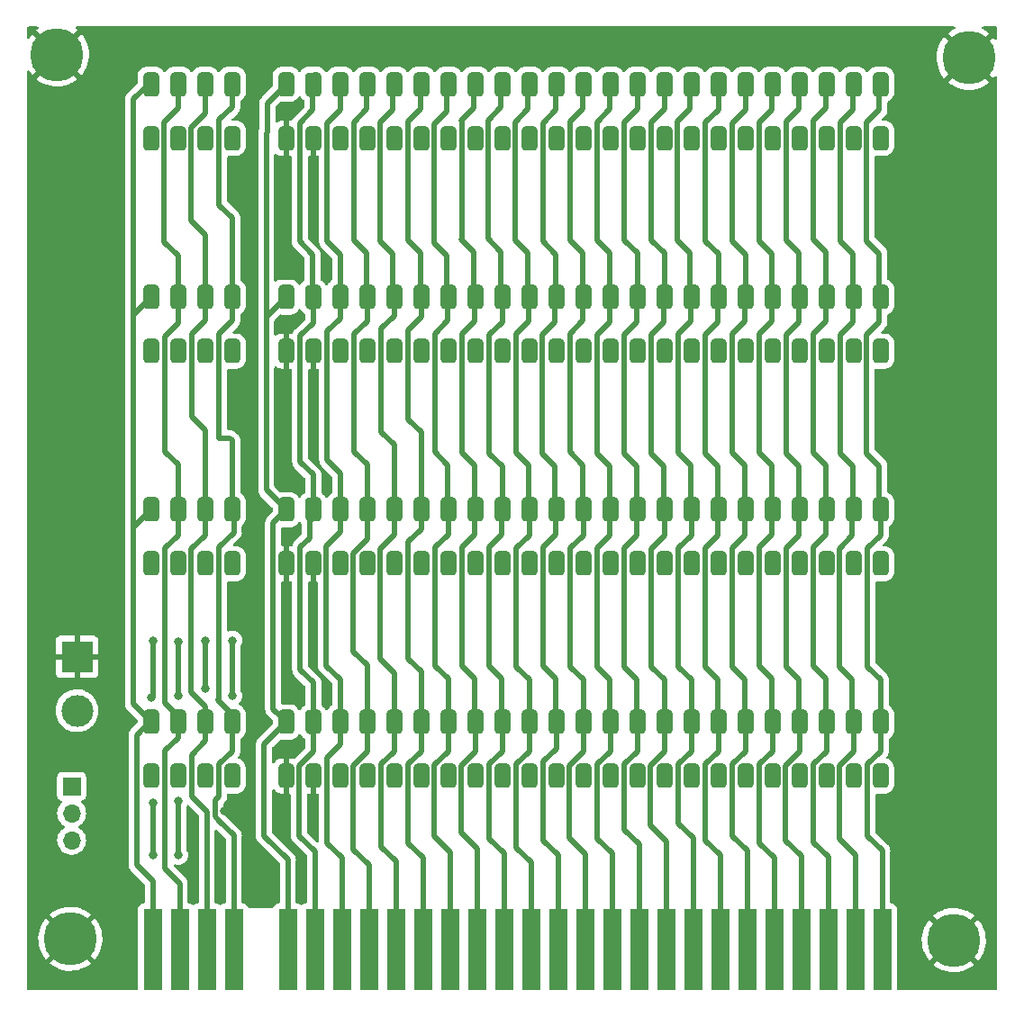
<source format=gbr>
%TF.GenerationSoftware,KiCad,Pcbnew,6.0.2+dfsg-1*%
%TF.CreationDate,2022-05-26T14:47:14+01:00*%
%TF.ProjectId,Backplane,4261636b-706c-4616-9e65-2e6b69636164,1*%
%TF.SameCoordinates,Original*%
%TF.FileFunction,Copper,L1,Top*%
%TF.FilePolarity,Positive*%
%FSLAX46Y46*%
G04 Gerber Fmt 4.6, Leading zero omitted, Abs format (unit mm)*
G04 Created by KiCad (PCBNEW 6.0.2+dfsg-1) date 2022-05-26 14:47:14*
%MOMM*%
%LPD*%
G01*
G04 APERTURE LIST*
G04 Aperture macros list*
%AMRoundRect*
0 Rectangle with rounded corners*
0 $1 Rounding radius*
0 $2 $3 $4 $5 $6 $7 $8 $9 X,Y pos of 4 corners*
0 Add a 4 corners polygon primitive as box body*
4,1,4,$2,$3,$4,$5,$6,$7,$8,$9,$2,$3,0*
0 Add four circle primitives for the rounded corners*
1,1,$1+$1,$2,$3*
1,1,$1+$1,$4,$5*
1,1,$1+$1,$6,$7*
1,1,$1+$1,$8,$9*
0 Add four rect primitives between the rounded corners*
20,1,$1+$1,$2,$3,$4,$5,0*
20,1,$1+$1,$4,$5,$6,$7,0*
20,1,$1+$1,$6,$7,$8,$9,0*
20,1,$1+$1,$8,$9,$2,$3,0*%
G04 Aperture macros list end*
%TA.AperFunction,ConnectorPad*%
%ADD10R,1.780000X7.620000*%
%TD*%
%TA.AperFunction,ComponentPad*%
%ADD11RoundRect,0.381000X0.381000X-0.762000X0.381000X0.762000X-0.381000X0.762000X-0.381000X-0.762000X0*%
%TD*%
%TA.AperFunction,ComponentPad*%
%ADD12RoundRect,0.381000X-0.381000X0.762000X-0.381000X-0.762000X0.381000X-0.762000X0.381000X0.762000X0*%
%TD*%
%TA.AperFunction,ComponentPad*%
%ADD13RoundRect,0.381000X0.394241X-0.755235X0.367643X0.768533X-0.394241X0.755235X-0.367643X-0.768533X0*%
%TD*%
%TA.AperFunction,ComponentPad*%
%ADD14C,5.000000*%
%TD*%
%TA.AperFunction,ComponentPad*%
%ADD15R,1.700000X1.700000*%
%TD*%
%TA.AperFunction,ComponentPad*%
%ADD16O,1.700000X1.700000*%
%TD*%
%TA.AperFunction,ComponentPad*%
%ADD17R,3.000000X3.000000*%
%TD*%
%TA.AperFunction,ComponentPad*%
%ADD18C,3.000000*%
%TD*%
%TA.AperFunction,ViaPad*%
%ADD19C,0.800000*%
%TD*%
%TA.AperFunction,Conductor*%
%ADD20C,0.500000*%
%TD*%
%TA.AperFunction,Conductor*%
%ADD21C,0.250000*%
%TD*%
G04 APERTURE END LIST*
D10*
%TO.P,U1,U1,A15*%
%TO.N,/A15*%
X152654000Y-146431000D03*
%TO.P,U1,U2,A13*%
%TO.N,/A13*%
X155194000Y-146431000D03*
%TO.P,U1,U3,D7*%
%TO.N,/D7*%
X157734000Y-146431000D03*
%TO.P,U1,U4,NC*%
%TO.N,/NC*%
X160274000Y-146431000D03*
%TO.P,U1,U6,D0*%
%TO.N,/D0*%
X165354000Y-146431000D03*
%TO.P,U1,U7,D1*%
%TO.N,/D1*%
X167894000Y-146431000D03*
%TO.P,U1,U8,D2*%
%TO.N,/D2*%
X170434000Y-146431000D03*
%TO.P,U1,U9,D6*%
%TO.N,/D6*%
X172974000Y-146431000D03*
%TO.P,U1,U10,D5*%
%TO.N,/D5*%
X175514000Y-146431000D03*
%TO.P,U1,U11,D3*%
%TO.N,/D3*%
X178054000Y-146431000D03*
%TO.P,U1,U12,D4*%
%TO.N,/D4*%
X180594000Y-146431000D03*
%TO.P,U1,U13,/INT*%
%TO.N,/{slash}INT*%
X183134000Y-146431000D03*
%TO.P,U1,U14,/NMI*%
%TO.N,/{slash}NMI*%
X185674000Y-146431000D03*
%TO.P,U1,U15,/HALT*%
%TO.N,/{slash}HALT*%
X188214000Y-146431000D03*
%TO.P,U1,U16,/MREQ*%
%TO.N,/{slash}MREQ*%
X190754000Y-146431000D03*
%TO.P,U1,U17,/IORQ*%
%TO.N,/{slash}IORQ*%
X193294000Y-146431000D03*
%TO.P,U1,U18,/RD*%
%TO.N,/{slash}RD*%
X195834000Y-146431000D03*
%TO.P,U1,U19,/WR*%
%TO.N,/{slash}WR*%
X198374000Y-146431000D03*
%TO.P,U1,U20,-5v*%
%TO.N,/-5V*%
X200914000Y-146431000D03*
%TO.P,U1,U21,/WAIT*%
%TO.N,/{slash}WAIT*%
X203454000Y-146431000D03*
%TO.P,U1,U22,+12V*%
%TO.N,/+12V*%
X205994000Y-146431000D03*
%TO.P,U1,U23,+12V_UR*%
%TO.N,/-12V*%
X208534000Y-146431000D03*
%TO.P,U1,U24,/M1*%
%TO.N,/{slash}M1*%
X211074000Y-146431000D03*
%TO.P,U1,U25,/RFSH*%
%TO.N,/{slash}RFSH*%
X213614000Y-146431000D03*
%TO.P,U1,U26,A8*%
%TO.N,/A8*%
X216154000Y-146431000D03*
%TO.P,U1,U27,A10*%
%TO.N,/A10*%
X218694000Y-146431000D03*
%TO.P,U1,U28,NC2*%
%TO.N,/NC2*%
X221234000Y-146431000D03*
%TD*%
D11*
%TO.P,U2,B1,A14*%
%TO.N,/A14*%
X152501600Y-130102067D03*
D12*
%TO.P,U2,B2,A12*%
%TO.N,/A12*%
X155041600Y-130102067D03*
D11*
%TO.P,U2,B3,+5V*%
%TO.N,/+5V*%
X157581600Y-130102067D03*
%TO.P,U2,B4,+9v*%
%TO.N,/+9V*%
X160121600Y-130102067D03*
%TO.P,U2,B6,0v*%
%TO.N,GND*%
X165201600Y-130102067D03*
%TO.P,U2,B7,0v*%
X167741600Y-130102067D03*
%TO.P,U2,B8,Clk*%
%TO.N,/Clk*%
X170281600Y-130102067D03*
%TO.P,U2,B9,A0*%
%TO.N,/A0*%
X172821600Y-130102067D03*
%TO.P,U2,B10,A1*%
%TO.N,/A1*%
X175361600Y-130102067D03*
%TO.P,U2,B11,A2*%
%TO.N,/A2*%
X177901600Y-130102067D03*
%TO.P,U2,B12,A3*%
%TO.N,/A3*%
X180441600Y-130102067D03*
%TO.P,U2,B13,/IORQGE*%
%TO.N,/IORQGE*%
X182981600Y-130102067D03*
%TO.P,U2,B14,0v*%
%TO.N,/0V1*%
X185521600Y-130102067D03*
%TO.P,U2,B15,Video*%
%TO.N,/Video*%
X188061600Y-130102067D03*
%TO.P,U2,B16,U*%
%TO.N,/U*%
X190601600Y-130102067D03*
%TO.P,U2,B17,V*%
%TO.N,/V*%
X193141600Y-130102067D03*
%TO.P,U2,B18,/BUSRQ*%
%TO.N,/{slash}BUSRQ*%
X195681600Y-130102067D03*
%TO.P,U2,B19,/RESET*%
%TO.N,/{slash}RESET*%
X198221600Y-130102067D03*
%TO.P,U2,B20,A7*%
%TO.N,/A7*%
X200761600Y-130102067D03*
%TO.P,U2,B21,A6*%
%TO.N,/A6*%
X203301600Y-130102067D03*
%TO.P,U2,B22,A5*%
%TO.N,/A5*%
X205841600Y-130102067D03*
%TO.P,U2,B23,A4*%
%TO.N,/A4*%
X208381600Y-130102067D03*
%TO.P,U2,B24*%
%TO.N,N/C*%
X210921600Y-130102067D03*
%TO.P,U2,B25,/ROMCS*%
%TO.N,/{slash}ROMCS*%
X213461600Y-130102067D03*
%TO.P,U2,B26,/BusAK*%
%TO.N,/{slash}BUSAK*%
X216001600Y-130102067D03*
%TO.P,U2,B27,A9*%
%TO.N,/A9*%
X218541600Y-130102067D03*
%TO.P,U2,B28,A11*%
%TO.N,/A11*%
X221081600Y-130102067D03*
%TO.P,U2,U1,A15*%
%TO.N,/A15*%
X152501600Y-125022067D03*
%TO.P,U2,U2,A13*%
%TO.N,/A13*%
X155041600Y-125022067D03*
%TO.P,U2,U3,D7*%
%TO.N,/D7*%
X157581600Y-125022067D03*
%TO.P,U2,U4,NC*%
%TO.N,/NC*%
X160121600Y-125022067D03*
%TO.P,U2,U6,D0*%
%TO.N,/D0*%
X165201600Y-125022067D03*
D13*
%TO.P,U2,U7,D1*%
%TO.N,/D1*%
X167741600Y-125022067D03*
D11*
%TO.P,U2,U8,D2*%
%TO.N,/D2*%
X170281600Y-125022067D03*
%TO.P,U2,U9,D6*%
%TO.N,/D6*%
X172821600Y-125022067D03*
%TO.P,U2,U10,D5*%
%TO.N,/D5*%
X175361600Y-125022067D03*
%TO.P,U2,U11,D3*%
%TO.N,/D3*%
X177901600Y-125022067D03*
%TO.P,U2,U12,D4*%
%TO.N,/D4*%
X180441600Y-125022067D03*
%TO.P,U2,U13,/INT*%
%TO.N,/{slash}INT*%
X182981600Y-125022067D03*
%TO.P,U2,U14,/NMI*%
%TO.N,/{slash}NMI*%
X185521600Y-125022067D03*
%TO.P,U2,U15,/HALT*%
%TO.N,/{slash}HALT*%
X188061600Y-125022067D03*
%TO.P,U2,U16,/MREQ*%
%TO.N,/{slash}MREQ*%
X190601600Y-125022067D03*
%TO.P,U2,U17,/IORQ*%
%TO.N,/{slash}IORQ*%
X193141600Y-125022067D03*
%TO.P,U2,U18,/RD*%
%TO.N,/{slash}RD*%
X195681600Y-125022067D03*
%TO.P,U2,U19,/WR*%
%TO.N,/{slash}WR*%
X198221600Y-125022067D03*
%TO.P,U2,U20,-5v*%
%TO.N,/-5V*%
X200761600Y-125022067D03*
%TO.P,U2,U21,/WAIT*%
%TO.N,/{slash}WAIT*%
X203301600Y-125022067D03*
%TO.P,U2,U22,+12V*%
%TO.N,/+12V*%
X205841600Y-125022067D03*
%TO.P,U2,U23,+12V_UR*%
%TO.N,/-12V*%
X208381600Y-125022067D03*
%TO.P,U2,U24,/M1*%
%TO.N,/{slash}M1*%
X210921600Y-125022067D03*
%TO.P,U2,U25,/RFSH*%
%TO.N,/{slash}RFSH*%
X213461600Y-125022067D03*
%TO.P,U2,U26,A8*%
%TO.N,/A8*%
X216001600Y-125022067D03*
%TO.P,U2,U27,A10*%
%TO.N,/A10*%
X218541600Y-125022067D03*
%TO.P,U2,U28,NC2*%
%TO.N,/NC2*%
X221081600Y-125022067D03*
%TD*%
%TO.P,U5,B1,A14*%
%TO.N,/A14*%
X152501600Y-70104000D03*
D12*
%TO.P,U5,B2,A12*%
%TO.N,/A12*%
X155041600Y-70104000D03*
D11*
%TO.P,U5,B3,+5V*%
%TO.N,/+5V*%
X157581600Y-70104000D03*
%TO.P,U5,B4,+9v*%
%TO.N,/+9V*%
X160121600Y-70104000D03*
%TO.P,U5,B6,0v*%
%TO.N,GND*%
X165201600Y-70104000D03*
%TO.P,U5,B7,0v*%
X167741600Y-70104000D03*
%TO.P,U5,B8,Clk*%
%TO.N,/Clk*%
X170281600Y-70104000D03*
%TO.P,U5,B9,A0*%
%TO.N,/A0*%
X172821600Y-70104000D03*
%TO.P,U5,B10,A1*%
%TO.N,/A1*%
X175361600Y-70104000D03*
%TO.P,U5,B11,A2*%
%TO.N,/A2*%
X177901600Y-70104000D03*
%TO.P,U5,B12,A3*%
%TO.N,/A3*%
X180441600Y-70104000D03*
%TO.P,U5,B13,/IORQGE*%
%TO.N,/IORQGE*%
X182981600Y-70104000D03*
%TO.P,U5,B14,0v*%
%TO.N,/0V1*%
X185521600Y-70104000D03*
%TO.P,U5,B15,Video*%
%TO.N,/Video*%
X188061600Y-70104000D03*
%TO.P,U5,B16,U*%
%TO.N,/U*%
X190601600Y-70104000D03*
%TO.P,U5,B17,V*%
%TO.N,/V*%
X193141600Y-70104000D03*
%TO.P,U5,B18,/BUSRQ*%
%TO.N,/{slash}BUSRQ*%
X195681600Y-70104000D03*
%TO.P,U5,B19,/RESET*%
%TO.N,/{slash}RESET*%
X198221600Y-70104000D03*
%TO.P,U5,B20,A7*%
%TO.N,/A7*%
X200761600Y-70104000D03*
%TO.P,U5,B21,A6*%
%TO.N,/A6*%
X203301600Y-70104000D03*
%TO.P,U5,B22,A5*%
%TO.N,/A5*%
X205841600Y-70104000D03*
%TO.P,U5,B23,A4*%
%TO.N,/A4*%
X208381600Y-70104000D03*
%TO.P,U5,B24*%
%TO.N,N/C*%
X210921600Y-70104000D03*
%TO.P,U5,B25,/ROMCS*%
%TO.N,/{slash}ROMCS*%
X213461600Y-70104000D03*
%TO.P,U5,B26,/BusAK*%
%TO.N,/{slash}BUSAK*%
X216001600Y-70104000D03*
%TO.P,U5,B27,A9*%
%TO.N,/A9*%
X218541600Y-70104000D03*
%TO.P,U5,B28,A11*%
%TO.N,/A11*%
X221081600Y-70104000D03*
%TO.P,U5,U1,A15*%
%TO.N,/A15*%
X152501600Y-65024000D03*
%TO.P,U5,U2,A13*%
%TO.N,/A13*%
X155041600Y-65024000D03*
%TO.P,U5,U3,D7*%
%TO.N,/D7*%
X157581600Y-65024000D03*
%TO.P,U5,U4,NC*%
%TO.N,/NC*%
X160121600Y-65024000D03*
%TO.P,U5,U6,D0*%
%TO.N,/D0*%
X165201600Y-65024000D03*
D13*
%TO.P,U5,U7,D1*%
%TO.N,/D1*%
X167741600Y-65024000D03*
D11*
%TO.P,U5,U8,D2*%
%TO.N,/D2*%
X170281600Y-65024000D03*
%TO.P,U5,U9,D6*%
%TO.N,/D6*%
X172821600Y-65024000D03*
%TO.P,U5,U10,D5*%
%TO.N,/D5*%
X175361600Y-65024000D03*
%TO.P,U5,U11,D3*%
%TO.N,/D3*%
X177901600Y-65024000D03*
%TO.P,U5,U12,D4*%
%TO.N,/D4*%
X180441600Y-65024000D03*
%TO.P,U5,U13,/INT*%
%TO.N,/{slash}INT*%
X182981600Y-65024000D03*
%TO.P,U5,U14,/NMI*%
%TO.N,/{slash}NMI*%
X185521600Y-65024000D03*
%TO.P,U5,U15,/HALT*%
%TO.N,/{slash}HALT*%
X188061600Y-65024000D03*
%TO.P,U5,U16,/MREQ*%
%TO.N,/{slash}MREQ*%
X190601600Y-65024000D03*
%TO.P,U5,U17,/IORQ*%
%TO.N,/{slash}IORQ*%
X193141600Y-65024000D03*
%TO.P,U5,U18,/RD*%
%TO.N,/{slash}RD*%
X195681600Y-65024000D03*
%TO.P,U5,U19,/WR*%
%TO.N,/{slash}WR*%
X198221600Y-65024000D03*
%TO.P,U5,U20,-5v*%
%TO.N,/-5V*%
X200761600Y-65024000D03*
%TO.P,U5,U21,/WAIT*%
%TO.N,/{slash}WAIT*%
X203301600Y-65024000D03*
%TO.P,U5,U22,+12V*%
%TO.N,/+12V*%
X205841600Y-65024000D03*
%TO.P,U5,U23,+12V_UR*%
%TO.N,/-12V*%
X208381600Y-65024000D03*
%TO.P,U5,U24,/M1*%
%TO.N,/{slash}M1*%
X210921600Y-65024000D03*
%TO.P,U5,U25,/RFSH*%
%TO.N,/{slash}RFSH*%
X213461600Y-65024000D03*
%TO.P,U5,U26,A8*%
%TO.N,/A8*%
X216001600Y-65024000D03*
%TO.P,U5,U27,A10*%
%TO.N,/A10*%
X218541600Y-65024000D03*
%TO.P,U5,U28,NC2*%
%TO.N,/NC2*%
X221081600Y-65024000D03*
%TD*%
D14*
%TO.P,H2,1,1*%
%TO.N,GND*%
X227965000Y-145542000D03*
%TD*%
%TO.P,H4,1,1*%
%TO.N,GND*%
X229362000Y-62534800D03*
%TD*%
%TO.P,H1,1,1*%
%TO.N,GND*%
X143662400Y-62230000D03*
%TD*%
D15*
%TO.P,J2,1,Pin_1*%
%TO.N,Net-(J1-Pad2)*%
X145034000Y-131064000D03*
D16*
%TO.P,J2,2,Pin_2*%
%TO.N,/+5V*%
X145034000Y-133604000D03*
%TO.P,J2,3,Pin_3*%
%TO.N,Net-(J2-Pad3)*%
X145034000Y-136144000D03*
%TD*%
D17*
%TO.P,J1,1,Pin_1*%
%TO.N,GND*%
X145542000Y-118872000D03*
D18*
%TO.P,J1,2,Pin_2*%
%TO.N,Net-(J1-Pad2)*%
X145542000Y-123952000D03*
%TD*%
D11*
%TO.P,U3,B1,A14*%
%TO.N,/A14*%
X152501600Y-110134400D03*
D12*
%TO.P,U3,B2,A12*%
%TO.N,/A12*%
X155041600Y-110134400D03*
D11*
%TO.P,U3,B3,+5V*%
%TO.N,/+5V*%
X157581600Y-110134400D03*
%TO.P,U3,B4,+9v*%
%TO.N,/+9V*%
X160121600Y-110134400D03*
%TO.P,U3,B6,0v*%
%TO.N,GND*%
X165201600Y-110134400D03*
%TO.P,U3,B7,0v*%
X167741600Y-110134400D03*
%TO.P,U3,B8,Clk*%
%TO.N,/Clk*%
X170281600Y-110134400D03*
%TO.P,U3,B9,A0*%
%TO.N,/A0*%
X172821600Y-110134400D03*
%TO.P,U3,B10,A1*%
%TO.N,/A1*%
X175361600Y-110134400D03*
%TO.P,U3,B11,A2*%
%TO.N,/A2*%
X177901600Y-110134400D03*
%TO.P,U3,B12,A3*%
%TO.N,/A3*%
X180441600Y-110134400D03*
%TO.P,U3,B13,/IORQGE*%
%TO.N,/IORQGE*%
X182981600Y-110134400D03*
%TO.P,U3,B14,0v*%
%TO.N,/0V1*%
X185521600Y-110134400D03*
%TO.P,U3,B15,Video*%
%TO.N,/Video*%
X188061600Y-110134400D03*
%TO.P,U3,B16,U*%
%TO.N,/U*%
X190601600Y-110134400D03*
%TO.P,U3,B17,V*%
%TO.N,/V*%
X193141600Y-110134400D03*
%TO.P,U3,B18,/BUSRQ*%
%TO.N,/{slash}BUSRQ*%
X195681600Y-110134400D03*
%TO.P,U3,B19,/RESET*%
%TO.N,/{slash}RESET*%
X198221600Y-110134400D03*
%TO.P,U3,B20,A7*%
%TO.N,/A7*%
X200761600Y-110134400D03*
%TO.P,U3,B21,A6*%
%TO.N,/A6*%
X203301600Y-110134400D03*
%TO.P,U3,B22,A5*%
%TO.N,/A5*%
X205841600Y-110134400D03*
%TO.P,U3,B23,A4*%
%TO.N,/A4*%
X208381600Y-110134400D03*
%TO.P,U3,B24*%
%TO.N,N/C*%
X210921600Y-110134400D03*
%TO.P,U3,B25,/ROMCS*%
%TO.N,/{slash}ROMCS*%
X213461600Y-110134400D03*
%TO.P,U3,B26,/BusAK*%
%TO.N,/{slash}BUSAK*%
X216001600Y-110134400D03*
%TO.P,U3,B27,A9*%
%TO.N,/A9*%
X218541600Y-110134400D03*
%TO.P,U3,B28,A11*%
%TO.N,/A11*%
X221081600Y-110134400D03*
%TO.P,U3,U1,A15*%
%TO.N,/A15*%
X152501600Y-105054400D03*
%TO.P,U3,U2,A13*%
%TO.N,/A13*%
X155041600Y-105054400D03*
%TO.P,U3,U3,D7*%
%TO.N,/D7*%
X157581600Y-105054400D03*
%TO.P,U3,U4,NC*%
%TO.N,/NC*%
X160121600Y-105054400D03*
%TO.P,U3,U6,D0*%
%TO.N,/D0*%
X165201600Y-105054400D03*
D13*
%TO.P,U3,U7,D1*%
%TO.N,/D1*%
X167741600Y-105054400D03*
D11*
%TO.P,U3,U8,D2*%
%TO.N,/D2*%
X170281600Y-105054400D03*
%TO.P,U3,U9,D6*%
%TO.N,/D6*%
X172821600Y-105054400D03*
%TO.P,U3,U10,D5*%
%TO.N,/D5*%
X175361600Y-105054400D03*
%TO.P,U3,U11,D3*%
%TO.N,/D3*%
X177901600Y-105054400D03*
%TO.P,U3,U12,D4*%
%TO.N,/D4*%
X180441600Y-105054400D03*
%TO.P,U3,U13,/INT*%
%TO.N,/{slash}INT*%
X182981600Y-105054400D03*
%TO.P,U3,U14,/NMI*%
%TO.N,/{slash}NMI*%
X185521600Y-105054400D03*
%TO.P,U3,U15,/HALT*%
%TO.N,/{slash}HALT*%
X188061600Y-105054400D03*
%TO.P,U3,U16,/MREQ*%
%TO.N,/{slash}MREQ*%
X190601600Y-105054400D03*
%TO.P,U3,U17,/IORQ*%
%TO.N,/{slash}IORQ*%
X193141600Y-105054400D03*
%TO.P,U3,U18,/RD*%
%TO.N,/{slash}RD*%
X195681600Y-105054400D03*
%TO.P,U3,U19,/WR*%
%TO.N,/{slash}WR*%
X198221600Y-105054400D03*
%TO.P,U3,U20,-5v*%
%TO.N,/-5V*%
X200761600Y-105054400D03*
%TO.P,U3,U21,/WAIT*%
%TO.N,/{slash}WAIT*%
X203301600Y-105054400D03*
%TO.P,U3,U22,+12V*%
%TO.N,/+12V*%
X205841600Y-105054400D03*
%TO.P,U3,U23,+12V_UR*%
%TO.N,/-12V*%
X208381600Y-105054400D03*
%TO.P,U3,U24,/M1*%
%TO.N,/{slash}M1*%
X210921600Y-105054400D03*
%TO.P,U3,U25,/RFSH*%
%TO.N,/{slash}RFSH*%
X213461600Y-105054400D03*
%TO.P,U3,U26,A8*%
%TO.N,/A8*%
X216001600Y-105054400D03*
%TO.P,U3,U27,A10*%
%TO.N,/A10*%
X218541600Y-105054400D03*
%TO.P,U3,U28,NC2*%
%TO.N,/NC2*%
X221081600Y-105054400D03*
%TD*%
D14*
%TO.P,H3,1,1*%
%TO.N,GND*%
X144907000Y-145415000D03*
%TD*%
D11*
%TO.P,U4,B1,A14*%
%TO.N,/A14*%
X152501600Y-90119200D03*
D12*
%TO.P,U4,B2,A12*%
%TO.N,/A12*%
X155041600Y-90119200D03*
D11*
%TO.P,U4,B3,+5V*%
%TO.N,/+5V*%
X157581600Y-90119200D03*
%TO.P,U4,B4,+9v*%
%TO.N,/+9V*%
X160121600Y-90119200D03*
%TO.P,U4,B6,0v*%
%TO.N,GND*%
X165201600Y-90119200D03*
%TO.P,U4,B7,0v*%
X167741600Y-90119200D03*
%TO.P,U4,B8,Clk*%
%TO.N,/Clk*%
X170281600Y-90119200D03*
%TO.P,U4,B9,A0*%
%TO.N,/A0*%
X172821600Y-90119200D03*
%TO.P,U4,B10,A1*%
%TO.N,/A1*%
X175361600Y-90119200D03*
%TO.P,U4,B11,A2*%
%TO.N,/A2*%
X177901600Y-90119200D03*
%TO.P,U4,B12,A3*%
%TO.N,/A3*%
X180441600Y-90119200D03*
%TO.P,U4,B13,/IORQGE*%
%TO.N,/IORQGE*%
X182981600Y-90119200D03*
%TO.P,U4,B14,0v*%
%TO.N,/0V1*%
X185521600Y-90119200D03*
%TO.P,U4,B15,Video*%
%TO.N,/Video*%
X188061600Y-90119200D03*
%TO.P,U4,B16,U*%
%TO.N,/U*%
X190601600Y-90119200D03*
%TO.P,U4,B17,V*%
%TO.N,/V*%
X193141600Y-90119200D03*
%TO.P,U4,B18,/BUSRQ*%
%TO.N,/{slash}BUSRQ*%
X195681600Y-90119200D03*
%TO.P,U4,B19,/RESET*%
%TO.N,/{slash}RESET*%
X198221600Y-90119200D03*
%TO.P,U4,B20,A7*%
%TO.N,/A7*%
X200761600Y-90119200D03*
%TO.P,U4,B21,A6*%
%TO.N,/A6*%
X203301600Y-90119200D03*
%TO.P,U4,B22,A5*%
%TO.N,/A5*%
X205841600Y-90119200D03*
%TO.P,U4,B23,A4*%
%TO.N,/A4*%
X208381600Y-90119200D03*
%TO.P,U4,B24*%
%TO.N,N/C*%
X210921600Y-90119200D03*
%TO.P,U4,B25,/ROMCS*%
%TO.N,/{slash}ROMCS*%
X213461600Y-90119200D03*
%TO.P,U4,B26,/BusAK*%
%TO.N,/{slash}BUSAK*%
X216001600Y-90119200D03*
%TO.P,U4,B27,A9*%
%TO.N,/A9*%
X218541600Y-90119200D03*
%TO.P,U4,B28,A11*%
%TO.N,/A11*%
X221081600Y-90119200D03*
%TO.P,U4,U1,A15*%
%TO.N,/A15*%
X152501600Y-85039200D03*
%TO.P,U4,U2,A13*%
%TO.N,/A13*%
X155041600Y-85039200D03*
%TO.P,U4,U3,D7*%
%TO.N,/D7*%
X157581600Y-85039200D03*
%TO.P,U4,U4,NC*%
%TO.N,/NC*%
X160121600Y-85039200D03*
%TO.P,U4,U6,D0*%
%TO.N,/D0*%
X165201600Y-85039200D03*
D13*
%TO.P,U4,U7,D1*%
%TO.N,/D1*%
X167741600Y-85039200D03*
D11*
%TO.P,U4,U8,D2*%
%TO.N,/D2*%
X170281600Y-85039200D03*
%TO.P,U4,U9,D6*%
%TO.N,/D6*%
X172821600Y-85039200D03*
%TO.P,U4,U10,D5*%
%TO.N,/D5*%
X175361600Y-85039200D03*
%TO.P,U4,U11,D3*%
%TO.N,/D3*%
X177901600Y-85039200D03*
%TO.P,U4,U12,D4*%
%TO.N,/D4*%
X180441600Y-85039200D03*
%TO.P,U4,U13,/INT*%
%TO.N,/{slash}INT*%
X182981600Y-85039200D03*
%TO.P,U4,U14,/NMI*%
%TO.N,/{slash}NMI*%
X185521600Y-85039200D03*
%TO.P,U4,U15,/HALT*%
%TO.N,/{slash}HALT*%
X188061600Y-85039200D03*
%TO.P,U4,U16,/MREQ*%
%TO.N,/{slash}MREQ*%
X190601600Y-85039200D03*
%TO.P,U4,U17,/IORQ*%
%TO.N,/{slash}IORQ*%
X193141600Y-85039200D03*
%TO.P,U4,U18,/RD*%
%TO.N,/{slash}RD*%
X195681600Y-85039200D03*
%TO.P,U4,U19,/WR*%
%TO.N,/{slash}WR*%
X198221600Y-85039200D03*
%TO.P,U4,U20,-5v*%
%TO.N,/-5V*%
X200761600Y-85039200D03*
%TO.P,U4,U21,/WAIT*%
%TO.N,/{slash}WAIT*%
X203301600Y-85039200D03*
%TO.P,U4,U22,+12V*%
%TO.N,/+12V*%
X205841600Y-85039200D03*
%TO.P,U4,U23,+12V_UR*%
%TO.N,/-12V*%
X208381600Y-85039200D03*
%TO.P,U4,U24,/M1*%
%TO.N,/{slash}M1*%
X210921600Y-85039200D03*
%TO.P,U4,U25,/RFSH*%
%TO.N,/{slash}RFSH*%
X213461600Y-85039200D03*
%TO.P,U4,U26,A8*%
%TO.N,/A8*%
X216001600Y-85039200D03*
%TO.P,U4,U27,A10*%
%TO.N,/A10*%
X218541600Y-85039200D03*
%TO.P,U4,U28,NC2*%
%TO.N,/NC2*%
X221081600Y-85039200D03*
%TD*%
D19*
%TO.N,GND*%
X159105600Y-139090400D03*
X159359600Y-133400800D03*
X156514800Y-139496800D03*
X156362400Y-135026400D03*
%TO.N,/+9V*%
X160147000Y-117348000D03*
X160147000Y-122555000D03*
%TO.N,/+5V*%
X157600000Y-121900000D03*
X157607000Y-117348000D03*
%TO.N,/A12*%
X155067000Y-122555000D03*
X155067000Y-117475000D03*
X155067000Y-137541000D03*
X155067000Y-132461000D03*
%TO.N,/A14*%
X152527000Y-122682000D03*
X152654000Y-137541000D03*
X152654000Y-132588000D03*
X152654000Y-117348000D03*
%TD*%
D20*
%TO.N,/A15*%
X150825200Y-123345667D02*
X150825200Y-106730800D01*
X150825200Y-86715600D02*
X150825200Y-66446400D01*
X151130000Y-126238000D02*
X152527000Y-124841000D01*
X152654000Y-146431000D02*
X152654000Y-139954000D01*
X152247600Y-65024000D02*
X152501600Y-65024000D01*
X150825200Y-66446400D02*
X152247600Y-65024000D01*
X150825200Y-106730800D02*
X150825200Y-86715600D01*
X151130000Y-138430000D02*
X151130000Y-126238000D01*
X150825200Y-106730800D02*
X152501600Y-105054400D01*
X152654000Y-139954000D02*
X151130000Y-138430000D01*
X152501600Y-125022067D02*
X150825200Y-123345667D01*
X150825200Y-86715600D02*
X152501600Y-85039200D01*
%TO.N,/A13*%
X155041600Y-107442000D02*
X155041600Y-105054400D01*
X155194000Y-146431000D02*
X155194000Y-140208000D01*
X153830080Y-127703520D02*
X153830080Y-138777920D01*
X155041600Y-126492000D02*
X153830080Y-127703520D01*
X153830080Y-138777920D02*
X153797000Y-138811000D01*
X155041600Y-67259200D02*
X153713120Y-68587680D01*
X153830080Y-108653520D02*
X155041600Y-107442000D01*
X155041600Y-124460000D02*
X153822400Y-123240800D01*
X153713120Y-68587680D02*
X153713120Y-79849920D01*
X155194000Y-140208000D02*
X153797000Y-138811000D01*
X153830080Y-88739920D02*
X155041600Y-87528400D01*
X155041600Y-125022067D02*
X155041600Y-126492000D01*
X153713120Y-79849920D02*
X155041600Y-81178400D01*
X155041600Y-125022067D02*
X155041600Y-124460000D01*
X155041600Y-81178400D02*
X155041600Y-85039200D01*
X153822400Y-123240800D02*
X153830080Y-123233120D01*
X155041600Y-105054400D02*
X155041600Y-100787200D01*
X155041600Y-87528400D02*
X155041600Y-85039200D01*
X153830080Y-123233120D02*
X153830080Y-108653520D01*
X155041600Y-65024000D02*
X155041600Y-67259200D01*
X153830080Y-99575680D02*
X153830080Y-88739920D01*
X155041600Y-100787200D02*
X153830080Y-99575680D01*
%TO.N,/D7*%
X156260800Y-122224800D02*
X156260800Y-108762800D01*
X157581600Y-97536000D02*
X156370080Y-96324480D01*
X157581600Y-107442000D02*
X157581600Y-105054400D01*
X157581600Y-105054400D02*
X157581600Y-97536000D01*
X157581600Y-65024000D02*
X157581600Y-67786468D01*
X156253120Y-77868720D02*
X157581600Y-79197200D01*
X156260800Y-108762800D02*
X157581600Y-107442000D01*
X157734000Y-133434000D02*
X156300000Y-132000000D01*
X157581600Y-67786468D02*
X156253120Y-69114948D01*
X157607000Y-126793000D02*
X157607000Y-124841000D01*
X157581600Y-125022067D02*
X157581600Y-123545600D01*
X157632400Y-85090000D02*
X157581600Y-85039200D01*
X156370080Y-96324480D02*
X156370080Y-88536720D01*
X157581600Y-79197200D02*
X157581600Y-85039200D01*
X156300000Y-132000000D02*
X156300000Y-128100000D01*
X156300000Y-128100000D02*
X157607000Y-126793000D01*
X156253120Y-69114948D02*
X156253120Y-77868720D01*
X157632400Y-87274400D02*
X157632400Y-85090000D01*
X156370080Y-88536720D02*
X157632400Y-87274400D01*
X157581600Y-123545600D02*
X156260800Y-122224800D01*
X157734000Y-146431000D02*
X157734000Y-133434000D01*
%TO.N,/NC*%
X158910080Y-68369120D02*
X158910080Y-76360080D01*
X158500000Y-132400000D02*
X158900000Y-132000000D01*
X158750000Y-122936000D02*
X158910080Y-122775920D01*
X158910080Y-98305680D02*
X159910720Y-98305680D01*
X160121600Y-98516560D02*
X160121600Y-105054400D01*
X160274000Y-135683520D02*
X158900000Y-134309520D01*
X160121600Y-124307600D02*
X158750000Y-122936000D01*
X160121600Y-67157600D02*
X158910080Y-68369120D01*
X160121600Y-127784535D02*
X160121600Y-125022067D01*
X158900000Y-134300000D02*
X158500000Y-133900000D01*
X158500000Y-133900000D02*
X158500000Y-132400000D01*
X160274000Y-107188000D02*
X160274000Y-105206800D01*
X160274000Y-105206800D02*
X160121600Y-105054400D01*
X160121600Y-85039200D02*
X160121600Y-87274400D01*
X158910080Y-122775920D02*
X158910080Y-108551920D01*
X160121600Y-125022067D02*
X160121600Y-124307600D01*
X158910080Y-88485920D02*
X158910080Y-98305680D01*
D21*
X158900000Y-134309520D02*
X158900000Y-134300000D01*
D20*
X159910720Y-98305680D02*
X160121600Y-98516560D01*
X158910080Y-108551920D02*
X160274000Y-107188000D01*
X160274000Y-146431000D02*
X160274000Y-135683520D01*
X158900000Y-129006135D02*
X160121600Y-127784535D01*
X158900000Y-132000000D02*
X158900000Y-129006135D01*
X160121600Y-87274400D02*
X158910080Y-88485920D01*
X160121600Y-65024000D02*
X160121600Y-67157600D01*
X158910080Y-76360080D02*
X160121600Y-77571600D01*
X160121600Y-77571600D02*
X160121600Y-85039200D01*
%TO.N,/{slash}HALT*%
X187956160Y-80928240D02*
X186744640Y-79716720D01*
X188006960Y-104909107D02*
X188006960Y-100892640D01*
X186850080Y-136812080D02*
X186850080Y-128996055D01*
X187956160Y-84944707D02*
X187956160Y-80928240D01*
X188061600Y-127784535D02*
X188061600Y-125022067D01*
X188057760Y-107445840D02*
X188057760Y-105058240D01*
X188057760Y-125025907D02*
X188057760Y-121009440D01*
X186795440Y-99681120D02*
X186795440Y-88540560D01*
X186846240Y-108657360D02*
X188057760Y-107445840D01*
X188214000Y-146431000D02*
X188214000Y-138176000D01*
X186744640Y-79716720D02*
X186744640Y-68576160D01*
X188214000Y-138176000D02*
X186850080Y-136812080D01*
X188057760Y-121009440D02*
X186846240Y-119797920D01*
X186744640Y-68576160D02*
X187956160Y-67364640D01*
X186795440Y-88540560D02*
X188006960Y-87329040D01*
X187956160Y-67364640D02*
X187956160Y-64977040D01*
X186850080Y-128996055D02*
X188061600Y-127784535D01*
X188006960Y-87329040D02*
X188006960Y-84941440D01*
X188006960Y-100892640D02*
X186795440Y-99681120D01*
X186846240Y-119797920D02*
X186846240Y-108657360D01*
%TO.N,/{slash}MREQ*%
X190546960Y-120958640D02*
X189335440Y-119747120D01*
X190496160Y-104959907D02*
X190496160Y-100943440D01*
X190754000Y-137515600D02*
X189390080Y-136151680D01*
X190546960Y-124975107D02*
X190546960Y-120958640D01*
X190546960Y-67466240D02*
X190546960Y-65078640D01*
X189335440Y-68677760D02*
X190546960Y-67466240D01*
X189335440Y-108606560D02*
X190546960Y-107395040D01*
X190496160Y-100943440D02*
X189284640Y-99731920D01*
X189390080Y-128719520D02*
X190601600Y-127508000D01*
X190546960Y-85046307D02*
X190546960Y-81029840D01*
X190496160Y-87379840D02*
X190496160Y-84992240D01*
X190754000Y-146431000D02*
X190754000Y-137515600D01*
X189390080Y-136151680D02*
X189390080Y-128719520D01*
X190546960Y-81029840D02*
X189335440Y-79818320D01*
X189284640Y-88591360D02*
X190496160Y-87379840D01*
X189284640Y-99731920D02*
X189284640Y-88591360D01*
X190601600Y-127508000D02*
X190601600Y-125022067D01*
X190546960Y-107395040D02*
X190546960Y-105007440D01*
X189335440Y-79818320D02*
X189335440Y-68677760D01*
X189335440Y-119747120D02*
X189335440Y-108606560D01*
%TO.N,/{slash}IORQ*%
X191875440Y-99630320D02*
X191875440Y-88489760D01*
X193137760Y-121009440D02*
X191926240Y-119797920D01*
X191875440Y-79665920D02*
X191875440Y-68525360D01*
X193086960Y-87278240D02*
X193086960Y-84890640D01*
X193086960Y-104858307D02*
X193086960Y-100841840D01*
X191875440Y-68525360D02*
X193086960Y-67313840D01*
X193137760Y-107445840D02*
X193137760Y-105058240D01*
X191926240Y-119797920D02*
X191926240Y-108657360D01*
X193137760Y-125025907D02*
X193137760Y-121009440D01*
X193141600Y-127784535D02*
X193141600Y-125022067D01*
X191926240Y-108657360D02*
X193137760Y-107445840D01*
X191813120Y-135933120D02*
X191813120Y-129113015D01*
X193086960Y-100841840D02*
X191875440Y-99630320D01*
X193086960Y-84893907D02*
X193086960Y-80877440D01*
X191875440Y-88489760D02*
X193086960Y-87278240D01*
X193086960Y-67313840D02*
X193086960Y-64926240D01*
X193294000Y-146431000D02*
X193294000Y-137414000D01*
X193086960Y-80877440D02*
X191875440Y-79665920D01*
X191813120Y-129113015D02*
X193141600Y-127784535D01*
X193294000Y-137414000D02*
X191813120Y-135933120D01*
%TO.N,/{slash}RD*%
X195626960Y-104959907D02*
X195626960Y-100943440D01*
X194415440Y-119797920D02*
X194415440Y-108657360D01*
X194470080Y-128996055D02*
X195681600Y-127784535D01*
X194470080Y-135999280D02*
X194470080Y-128996055D01*
X195626960Y-67364640D02*
X195626960Y-64977040D01*
X194415440Y-99731920D02*
X194415440Y-88591360D01*
X195626960Y-84944707D02*
X195626960Y-80928240D01*
X195626960Y-107445840D02*
X195626960Y-105058240D01*
X195626960Y-121009440D02*
X194415440Y-119797920D01*
X195626960Y-80928240D02*
X194415440Y-79716720D01*
X195681600Y-127784535D02*
X195681600Y-125022067D01*
X195626960Y-87379840D02*
X195626960Y-84992240D01*
X194415440Y-68576160D02*
X195626960Y-67364640D01*
X195626960Y-100943440D02*
X194415440Y-99731920D01*
X194415440Y-108657360D02*
X195626960Y-107445840D01*
X195626960Y-125025907D02*
X195626960Y-121009440D01*
X195834000Y-146431000D02*
X195834000Y-137363200D01*
X194415440Y-79716720D02*
X194415440Y-68576160D01*
X194415440Y-88591360D02*
X195626960Y-87379840D01*
X195834000Y-137363200D02*
X194470080Y-135999280D01*
%TO.N,/{slash}WR*%
X197010080Y-128996055D02*
X198221600Y-127784535D01*
X198166960Y-100943440D02*
X196955440Y-99731920D01*
X198217760Y-67364640D02*
X198217760Y-64977040D01*
X198217760Y-80928240D02*
X197006240Y-79716720D01*
X198166960Y-121009440D02*
X196955440Y-119797920D01*
X196955440Y-88591360D02*
X198166960Y-87379840D01*
X196955440Y-108657360D02*
X198166960Y-107445840D01*
X198166960Y-107445840D02*
X198166960Y-105058240D01*
X196955440Y-119797920D02*
X196955440Y-108657360D01*
X197006240Y-79716720D02*
X197006240Y-68576160D01*
X198374000Y-146431000D02*
X198374000Y-136550400D01*
X196955440Y-99731920D02*
X196955440Y-88591360D01*
X198217760Y-84944707D02*
X198217760Y-80928240D01*
X197010080Y-135186480D02*
X197010080Y-128996055D01*
X198166960Y-87379840D02*
X198166960Y-84992240D01*
X198221600Y-127784535D02*
X198221600Y-125022067D01*
X198166960Y-104959907D02*
X198166960Y-100943440D01*
X197006240Y-68576160D02*
X198217760Y-67364640D01*
X198166960Y-125025907D02*
X198166960Y-121009440D01*
X198374000Y-136550400D02*
X197010080Y-135186480D01*
%TO.N,/-5V*%
X200706960Y-87379840D02*
X200706960Y-84992240D01*
X200706960Y-100943440D02*
X199495440Y-99731920D01*
X200757760Y-67364640D02*
X200757760Y-64977040D01*
X200757760Y-121060240D02*
X199546240Y-119848720D01*
X199546240Y-79716720D02*
X199546240Y-68576160D01*
X200757760Y-125076707D02*
X200757760Y-121060240D01*
X200761600Y-127784535D02*
X200761600Y-125022067D01*
X199433120Y-134764720D02*
X199433120Y-129113015D01*
X200757760Y-84944707D02*
X200757760Y-80928240D01*
X200757760Y-80928240D02*
X199546240Y-79716720D01*
X199495440Y-88591360D02*
X200706960Y-87379840D01*
X199546240Y-108708160D02*
X200757760Y-107496640D01*
X199546240Y-68576160D02*
X200757760Y-67364640D01*
X200757760Y-107496640D02*
X200757760Y-105109040D01*
X200706960Y-104959907D02*
X200706960Y-100943440D01*
X199433120Y-129113015D02*
X200761600Y-127784535D01*
X199546240Y-119848720D02*
X199546240Y-108708160D01*
X199495440Y-99731920D02*
X199495440Y-88591360D01*
X200914000Y-136245600D02*
X199433120Y-134764720D01*
X200914000Y-146431000D02*
X200914000Y-136245600D01*
%TO.N,/{slash}WAIT*%
X203196160Y-84893907D02*
X203196160Y-80877440D01*
X202090080Y-128996055D02*
X203301600Y-127784535D01*
X203246960Y-100892640D02*
X202035440Y-99681120D01*
X203454000Y-135940800D02*
X202090080Y-134576880D01*
X203246960Y-87329040D02*
X203246960Y-84941440D01*
X203297760Y-125025907D02*
X203297760Y-121009440D01*
X203297760Y-107445840D02*
X203297760Y-105058240D01*
X203297760Y-121009440D02*
X202086240Y-119797920D01*
X202086240Y-119797920D02*
X202086240Y-108657360D01*
X201984640Y-79665920D02*
X201984640Y-68525360D01*
X202086240Y-108657360D02*
X203297760Y-107445840D01*
X202035440Y-99681120D02*
X202035440Y-88540560D01*
X201984640Y-68525360D02*
X203196160Y-67313840D01*
X203301600Y-127784535D02*
X203301600Y-125022067D01*
X203246960Y-104909107D02*
X203246960Y-100892640D01*
X202035440Y-88540560D02*
X203246960Y-87329040D01*
X203454000Y-146431000D02*
X203454000Y-135940800D01*
X203196160Y-80877440D02*
X201984640Y-79665920D01*
X203196160Y-67313840D02*
X203196160Y-64926240D01*
X202090080Y-134576880D02*
X202090080Y-128996055D01*
%TO.N,/+12V*%
X204630080Y-136151680D02*
X204630080Y-128996055D01*
X205837760Y-84995507D02*
X205837760Y-80979040D01*
X205837760Y-80979040D02*
X204626240Y-79767520D01*
X205994000Y-146431000D02*
X205994000Y-137515600D01*
X205994000Y-137515600D02*
X204630080Y-136151680D01*
X204575440Y-88591360D02*
X205786960Y-87379840D01*
X205786960Y-121009440D02*
X204575440Y-119797920D01*
X205841600Y-127784535D02*
X205841600Y-125022067D01*
X205786960Y-125025907D02*
X205786960Y-121009440D01*
X204575440Y-119797920D02*
X204575440Y-108657360D01*
X204630080Y-128996055D02*
X205841600Y-127784535D01*
X204626240Y-79767520D02*
X204626240Y-68626960D01*
X204575440Y-108657360D02*
X205786960Y-107445840D01*
X204575440Y-99731920D02*
X204575440Y-88591360D01*
X205786960Y-107445840D02*
X205786960Y-105058240D01*
X205786960Y-100943440D02*
X204575440Y-99731920D01*
X205786960Y-87379840D02*
X205786960Y-84992240D01*
X204626240Y-68626960D02*
X205837760Y-67415440D01*
X205786960Y-104959907D02*
X205786960Y-100943440D01*
X205837760Y-67415440D02*
X205837760Y-65027840D01*
%TO.N,/-12V*%
X208326960Y-100892640D02*
X207115440Y-99681120D01*
X208326960Y-104909107D02*
X208326960Y-100892640D01*
X208326960Y-87329040D02*
X208326960Y-84941440D01*
X208534000Y-137109200D02*
X207170080Y-135745280D01*
X207115440Y-99681120D02*
X207115440Y-88540560D01*
X208381600Y-127784535D02*
X208381600Y-125022067D01*
X207166240Y-79818320D02*
X207166240Y-68677760D01*
X208326960Y-125025907D02*
X208326960Y-121009440D01*
X208326960Y-121009440D02*
X207115440Y-119797920D01*
X208377760Y-85046307D02*
X208377760Y-81029840D01*
X207170080Y-135745280D02*
X207170080Y-128996055D01*
X208377760Y-67466240D02*
X208377760Y-65078640D01*
X207115440Y-108657360D02*
X208326960Y-107445840D01*
X208326960Y-107445840D02*
X208326960Y-105058240D01*
X207166240Y-68677760D02*
X208377760Y-67466240D01*
X207115440Y-119797920D02*
X207115440Y-108657360D01*
X207115440Y-88540560D02*
X208326960Y-87329040D01*
X207170080Y-128996055D02*
X208381600Y-127784535D01*
X208377760Y-81029840D02*
X207166240Y-79818320D01*
X208534000Y-146431000D02*
X208534000Y-137109200D01*
%TO.N,/{slash}M1*%
X210921600Y-127784535D02*
X210921600Y-125022067D01*
X209710080Y-136456480D02*
X209710080Y-128996055D01*
X209655440Y-79767520D02*
X209655440Y-68626960D01*
X209655440Y-68626960D02*
X210866960Y-67415440D01*
X210866960Y-84995507D02*
X210866960Y-80979040D01*
X210866960Y-107395040D02*
X210866960Y-105007440D01*
X210866960Y-120958640D02*
X209655440Y-119747120D01*
X210866960Y-124975107D02*
X210866960Y-120958640D01*
X210866960Y-67415440D02*
X210866960Y-65027840D01*
X209655440Y-119747120D02*
X209655440Y-108606560D01*
X211074000Y-137820400D02*
X209710080Y-136456480D01*
X211074000Y-146431000D02*
X211074000Y-137820400D01*
X210866960Y-80979040D02*
X209655440Y-79767520D01*
X209655440Y-99681120D02*
X209655440Y-88540560D01*
X209710080Y-128996055D02*
X210921600Y-127784535D01*
X209655440Y-108606560D02*
X210866960Y-107395040D01*
X210866960Y-104909107D02*
X210866960Y-100892640D01*
X209655440Y-88540560D02*
X210866960Y-87329040D01*
X210866960Y-87329040D02*
X210866960Y-84941440D01*
X210866960Y-100892640D02*
X209655440Y-99681120D01*
%TO.N,/{slash}RFSH*%
X212195440Y-99731920D02*
X212195440Y-88591360D01*
X213406960Y-87379840D02*
X213406960Y-84992240D01*
X213406960Y-67313840D02*
X213406960Y-64926240D01*
X212195440Y-108657360D02*
X213406960Y-107445840D01*
X212195440Y-119797920D02*
X212195440Y-108657360D01*
X212195440Y-88591360D02*
X213406960Y-87379840D01*
X213614000Y-137617200D02*
X212133120Y-136136320D01*
X213461600Y-127784535D02*
X213461600Y-125022067D01*
X213406960Y-121009440D02*
X212195440Y-119797920D01*
X213406960Y-80877440D02*
X212195440Y-79665920D01*
X213406960Y-104959907D02*
X213406960Y-100943440D01*
X213406960Y-107445840D02*
X213406960Y-105058240D01*
X213406960Y-100943440D02*
X212195440Y-99731920D01*
X212133120Y-129113015D02*
X213461600Y-127784535D01*
X212195440Y-79665920D02*
X212195440Y-68525360D01*
X212133120Y-136136320D02*
X212133120Y-129113015D01*
X212195440Y-68525360D02*
X213406960Y-67313840D01*
X213406960Y-84893907D02*
X213406960Y-80877440D01*
X213614000Y-146431000D02*
X213614000Y-137617200D01*
X213406960Y-125025907D02*
X213406960Y-121009440D01*
%TO.N,/A8*%
X215946960Y-80826640D02*
X214735440Y-79615120D01*
X214735440Y-79615120D02*
X214735440Y-68474560D01*
X215946960Y-107395040D02*
X215946960Y-105007440D01*
X214735440Y-99681120D02*
X214735440Y-88540560D01*
X216154000Y-146431000D02*
X216154000Y-137668000D01*
X214735440Y-119747120D02*
X214735440Y-108606560D01*
X215946960Y-104909107D02*
X215946960Y-100892640D01*
X214735440Y-68474560D02*
X215946960Y-67263040D01*
X215946960Y-120958640D02*
X214735440Y-119747120D01*
X216154000Y-137668000D02*
X214790080Y-136304080D01*
X214790080Y-136304080D02*
X214790080Y-128996055D01*
X216001600Y-127784535D02*
X216001600Y-125022067D01*
X215946960Y-100892640D02*
X214735440Y-99681120D01*
X215946960Y-87329040D02*
X215946960Y-84941440D01*
X214735440Y-88540560D02*
X215946960Y-87329040D01*
X214735440Y-108606560D02*
X215946960Y-107395040D01*
X215946960Y-67263040D02*
X215946960Y-64875440D01*
X214790080Y-128996055D02*
X216001600Y-127784535D01*
X215946960Y-84843107D02*
X215946960Y-80826640D01*
X215946960Y-124975107D02*
X215946960Y-120958640D01*
%TO.N,/A10*%
X217275440Y-79767520D02*
X217275440Y-68626960D01*
X218694000Y-146431000D02*
X218694000Y-137515600D01*
X218486960Y-100943440D02*
X217275440Y-99731920D01*
X217275440Y-88591360D02*
X218486960Y-87379840D01*
X218694000Y-137515600D02*
X217213120Y-136034720D01*
X218541600Y-127784535D02*
X218541600Y-125022067D01*
X218436160Y-107496640D02*
X218436160Y-105109040D01*
X218486960Y-104959907D02*
X218486960Y-100943440D01*
X218436160Y-125076707D02*
X218436160Y-121060240D01*
X217275440Y-99731920D02*
X217275440Y-88591360D01*
X218486960Y-84995507D02*
X218486960Y-80979040D01*
X218486960Y-87379840D02*
X218486960Y-84992240D01*
X217213120Y-136034720D02*
X217213120Y-129113015D01*
X217224640Y-119848720D02*
X217224640Y-108708160D01*
X218436160Y-121060240D02*
X217224640Y-119848720D01*
X218486960Y-67415440D02*
X218486960Y-65027840D01*
X217224640Y-108708160D02*
X218436160Y-107496640D01*
X218486960Y-80979040D02*
X217275440Y-79767520D01*
X217213120Y-129113015D02*
X218541600Y-127784535D01*
X217275440Y-68626960D02*
X218486960Y-67415440D01*
%TO.N,/NC2*%
X219870080Y-119794080D02*
X219870080Y-108653520D01*
X221081600Y-107442000D02*
X221081600Y-105054400D01*
X219870080Y-128996055D02*
X221081600Y-127784535D01*
X221081600Y-125022067D02*
X221081600Y-121005600D01*
X220976160Y-84995507D02*
X220976160Y-80979040D01*
X220976160Y-80979040D02*
X219764640Y-79767520D01*
X220976160Y-100943440D02*
X219764640Y-99731920D01*
X219870080Y-135745280D02*
X219870080Y-128996055D01*
X219764640Y-68626960D02*
X220976160Y-67415440D01*
X219764640Y-79767520D02*
X219764640Y-68626960D01*
X221081600Y-127784535D02*
X221081600Y-125022067D01*
X220976160Y-67415440D02*
X220976160Y-65027840D01*
X219764640Y-99731920D02*
X219764640Y-88591360D01*
X221234000Y-146431000D02*
X221234000Y-137109200D01*
X219870080Y-108653520D02*
X221081600Y-107442000D01*
X220976160Y-87379840D02*
X220976160Y-84992240D01*
X219764640Y-88591360D02*
X220976160Y-87379840D01*
X221234000Y-137109200D02*
X219870080Y-135745280D01*
X221081600Y-121005600D02*
X219870080Y-119794080D01*
X220976160Y-104959907D02*
X220976160Y-100943440D01*
%TO.N,/D0*%
X163322000Y-69666068D02*
X163423600Y-69564468D01*
X165201600Y-85039200D02*
X163322000Y-86918800D01*
X165201600Y-105054400D02*
X163322000Y-103174800D01*
X163118800Y-127104867D02*
X165201600Y-125022067D01*
X163990080Y-123810547D02*
X163990080Y-106265920D01*
X163990080Y-106265920D02*
X165201600Y-105054400D01*
X163322000Y-103174800D02*
X163322000Y-86918800D01*
X163118800Y-135737600D02*
X163118800Y-127104867D01*
X165354000Y-146431000D02*
X165354000Y-137972800D01*
X165201600Y-125022067D02*
X163990080Y-123810547D01*
X163423600Y-69564468D02*
X163423600Y-66802000D01*
X163322000Y-86918800D02*
X163322000Y-69666068D01*
X163423600Y-66802000D02*
X165201600Y-65024000D01*
X165354000Y-137972800D02*
X163118800Y-135737600D01*
%TO.N,/+9V*%
X160147000Y-117348000D02*
X160147000Y-122555000D01*
%TO.N,/+5V*%
X157600000Y-121900000D02*
X157600000Y-117355000D01*
X157600000Y-117355000D02*
X157607000Y-117348000D01*
%TO.N,/A12*%
X155067000Y-117475000D02*
X155067000Y-122555000D01*
X155067000Y-137541000D02*
X155067000Y-132461000D01*
%TO.N,/A14*%
X152654000Y-137541000D02*
X152654000Y-132588000D01*
D21*
X152654000Y-122555000D02*
X152527000Y-122682000D01*
D20*
X152654000Y-117348000D02*
X152654000Y-122555000D01*
%TO.N,/D1*%
X166475440Y-68677760D02*
X167686960Y-67466240D01*
X167894000Y-137210800D02*
X166413120Y-135729920D01*
X167686960Y-81029840D02*
X166475440Y-79818320D01*
X167386000Y-105410000D02*
X167741600Y-105054400D01*
X166413120Y-135729920D02*
X166413120Y-129113015D01*
X167741600Y-125022067D02*
X167741600Y-121310400D01*
X166413120Y-129113015D02*
X167741600Y-127784535D01*
X166530080Y-88689120D02*
X166530080Y-100540880D01*
X166475440Y-79818320D02*
X166475440Y-68677760D01*
X166530080Y-100540880D02*
X167741600Y-101752400D01*
X167686960Y-85046307D02*
X167686960Y-81029840D01*
X166530080Y-120098880D02*
X166530080Y-108551920D01*
X166530080Y-108551920D02*
X167386000Y-107696000D01*
X167741600Y-87477600D02*
X166530080Y-88689120D01*
X167386000Y-107696000D02*
X167386000Y-105410000D01*
X167741600Y-121310400D02*
X166530080Y-120098880D01*
X167741600Y-101752400D02*
X167741600Y-105054400D01*
X167686960Y-67466240D02*
X167686960Y-65078640D01*
X167741600Y-127784535D02*
X167741600Y-125022067D01*
X167894000Y-146431000D02*
X167894000Y-137210800D01*
X167741600Y-85039200D02*
X167741600Y-87477600D01*
%TO.N,/D2*%
X170281600Y-121056400D02*
X168953120Y-119727920D01*
X170281600Y-101600000D02*
X169070080Y-100388480D01*
X170281600Y-105054400D02*
X170281600Y-101600000D01*
X169070080Y-100388480D02*
X169070080Y-88282720D01*
X170277760Y-67466240D02*
X170277760Y-65078640D01*
X169070080Y-128363920D02*
X170281600Y-127152400D01*
X169070080Y-88282720D02*
X170281600Y-87071200D01*
X170277760Y-85046307D02*
X170277760Y-81029840D01*
X170434000Y-146431000D02*
X170434000Y-137820400D01*
X170281600Y-107137200D02*
X170281600Y-105054400D01*
X170277760Y-81029840D02*
X169066240Y-79818320D01*
X169066240Y-79818320D02*
X169066240Y-68677760D01*
X170281600Y-125022067D02*
X170281600Y-121056400D01*
X170281600Y-127152400D02*
X170281600Y-125022067D01*
X170281600Y-87071200D02*
X170281600Y-85039200D01*
X169070080Y-136456480D02*
X169070080Y-128363920D01*
X168953120Y-119727920D02*
X168953120Y-108465680D01*
X170434000Y-137820400D02*
X169070080Y-136456480D01*
X168953120Y-108465680D02*
X170281600Y-107137200D01*
X169066240Y-68677760D02*
X170277760Y-67466240D01*
%TO.N,/D6*%
X172821600Y-105054400D02*
X172821600Y-100787200D01*
X172974000Y-146431000D02*
X172974000Y-138480800D01*
X172766960Y-80928240D02*
X171555440Y-79716720D01*
X172821600Y-119684800D02*
X171493120Y-118356320D01*
X171610080Y-88536720D02*
X172821600Y-87325200D01*
X171610080Y-99575680D02*
X171610080Y-88536720D01*
X171493120Y-129113015D02*
X172821600Y-127784535D01*
X172821600Y-87325200D02*
X172821600Y-85039200D01*
X172766960Y-67364640D02*
X172766960Y-64977040D01*
X171493120Y-109145348D02*
X172821600Y-107816868D01*
X171555440Y-68576160D02*
X172766960Y-67364640D01*
X171493120Y-118356320D02*
X171493120Y-109145348D01*
X172974000Y-138480800D02*
X171493120Y-136999920D01*
X172821600Y-100787200D02*
X171610080Y-99575680D01*
X172766960Y-84944707D02*
X172766960Y-80928240D01*
X172821600Y-107816868D02*
X172821600Y-105054400D01*
X172821600Y-127784535D02*
X172821600Y-125022067D01*
X172821600Y-125022067D02*
X172821600Y-119684800D01*
X171493120Y-136999920D02*
X171493120Y-129113015D01*
X171555440Y-79716720D02*
X171555440Y-68576160D01*
%TO.N,/D5*%
X175361600Y-107391200D02*
X175361600Y-105054400D01*
X174044640Y-68626960D02*
X175256160Y-67415440D01*
X175361600Y-98958400D02*
X174150080Y-97746880D01*
X175256160Y-67415440D02*
X175256160Y-65027840D01*
X174150080Y-128996055D02*
X175361600Y-127784535D01*
X174033120Y-119067520D02*
X174033120Y-108719680D01*
X175361600Y-105054400D02*
X175361600Y-98958400D01*
X175256160Y-84995507D02*
X175256160Y-80979040D01*
X175361600Y-120396000D02*
X174033120Y-119067520D01*
X174150080Y-136761280D02*
X174150080Y-128996055D01*
X175361600Y-125022067D02*
X175361600Y-120396000D01*
X174044640Y-79767520D02*
X174044640Y-68626960D01*
X175514000Y-138125200D02*
X174150080Y-136761280D01*
X174033120Y-108719680D02*
X175361600Y-107391200D01*
X175361600Y-127784535D02*
X175361600Y-125022067D01*
X175256160Y-80979040D02*
X174044640Y-79767520D01*
X175361600Y-86817200D02*
X175361600Y-85039200D01*
X174150080Y-88028720D02*
X175361600Y-86817200D01*
X174150080Y-97746880D02*
X174150080Y-88028720D01*
X175514000Y-146431000D02*
X175514000Y-138125200D01*
%TO.N,/D3*%
X176635440Y-79665920D02*
X176635440Y-68525360D01*
X177901600Y-127784535D02*
X177901600Y-125022067D01*
X176690080Y-136456480D02*
X176690080Y-128996055D01*
X176690080Y-88130320D02*
X177901600Y-86918800D01*
X177901600Y-120294400D02*
X176690080Y-119082880D01*
X177846960Y-84984560D02*
X177901600Y-85039200D01*
X177846960Y-80877440D02*
X177846960Y-84984560D01*
X177901600Y-105054400D02*
X177901600Y-97739200D01*
X176690080Y-119082880D02*
X176690080Y-108094720D01*
X176690080Y-108094720D02*
X177901600Y-106883200D01*
X177901600Y-86918800D02*
X177901600Y-85039200D01*
X177846960Y-80877440D02*
X176635440Y-79665920D01*
X178054000Y-137820400D02*
X176690080Y-136456480D01*
X177901600Y-106883200D02*
X177901600Y-105054400D01*
X177901600Y-125022067D02*
X177901600Y-120294400D01*
X176635440Y-68525360D02*
X177846960Y-67313840D01*
X177901600Y-97739200D02*
X176690080Y-96527680D01*
X177846960Y-67313840D02*
X177846960Y-65078640D01*
X178054000Y-146431000D02*
X178054000Y-137820400D01*
X176690080Y-128996055D02*
X177901600Y-127784535D01*
X176690080Y-96527680D02*
X176690080Y-88130320D01*
%TO.N,/D4*%
X180336160Y-81131440D02*
X179124640Y-79919920D01*
X180336160Y-85147907D02*
X180336160Y-81131440D01*
X180386960Y-87278240D02*
X180386960Y-84890640D01*
X180437760Y-120958640D02*
X179226240Y-119747120D01*
X179124640Y-79919920D02*
X179124640Y-68779360D01*
X180386960Y-100841840D02*
X179175440Y-99630320D01*
X180437760Y-124975107D02*
X180437760Y-120958640D01*
X179120800Y-129105335D02*
X180441600Y-127784535D01*
X179175440Y-99630320D02*
X179175440Y-88489760D01*
X180594000Y-146431000D02*
X180594000Y-137261600D01*
X179226240Y-119747120D02*
X179226240Y-108606560D01*
X180336160Y-67567840D02*
X180336160Y-65180240D01*
X179175440Y-88489760D02*
X180386960Y-87278240D01*
X179226240Y-108606560D02*
X180437760Y-107395040D01*
X180437760Y-107395040D02*
X180437760Y-105007440D01*
X180386960Y-104858307D02*
X180386960Y-100841840D01*
X179120800Y-135788400D02*
X179120800Y-129105335D01*
X180441600Y-127784535D02*
X180441600Y-125022067D01*
X180594000Y-137261600D02*
X179120800Y-135788400D01*
X179124640Y-68779360D02*
X180336160Y-67567840D01*
%TO.N,/{slash}INT*%
X181613840Y-68474560D02*
X182825360Y-67263040D01*
X181653120Y-129113015D02*
X182981600Y-127784535D01*
X182825360Y-80826640D02*
X181613840Y-79615120D01*
X182926960Y-124975107D02*
X182926960Y-120958640D01*
X183134000Y-136906000D02*
X181653120Y-135425120D01*
X181711600Y-79585880D02*
X181711600Y-68445320D01*
X182825360Y-67263040D02*
X182825360Y-64875440D01*
X181715440Y-88540560D02*
X182926960Y-87329040D01*
X182825360Y-84843107D02*
X182825360Y-80826640D01*
X182926960Y-104909107D02*
X182926960Y-100892640D01*
X181715440Y-108606560D02*
X182926960Y-107395040D01*
X181715440Y-119747120D02*
X181715440Y-108606560D01*
X182926960Y-107395040D02*
X182926960Y-105007440D01*
X182926960Y-120958640D02*
X181715440Y-119747120D01*
X182981600Y-127784535D02*
X182981600Y-125022067D01*
X181653120Y-135425120D02*
X181653120Y-129113015D01*
X181715440Y-99681120D02*
X181715440Y-88540560D01*
X182926960Y-87329040D02*
X182926960Y-84941440D01*
X182926960Y-100892640D02*
X181715440Y-99681120D01*
X183134000Y-146431000D02*
X183134000Y-136906000D01*
%TO.N,/{slash}NMI*%
X185416160Y-67212240D02*
X185416160Y-64824640D01*
X184255440Y-108606560D02*
X185466960Y-107395040D01*
X184204640Y-79564320D02*
X184204640Y-68423760D01*
X185674000Y-137363200D02*
X184310080Y-135999280D01*
X185466960Y-107395040D02*
X185466960Y-105007440D01*
X185517760Y-87379840D02*
X185517760Y-84992240D01*
X185466960Y-124975107D02*
X185466960Y-120958640D01*
X184310080Y-135999280D02*
X184310080Y-128996055D01*
X185521600Y-127784535D02*
X185521600Y-125022067D01*
X185674000Y-146431000D02*
X185674000Y-137363200D01*
X184204640Y-68423760D02*
X185416160Y-67212240D01*
X185416160Y-84792307D02*
X185416160Y-80775840D01*
X185466960Y-120958640D02*
X184255440Y-119747120D01*
X184306240Y-88591360D02*
X185517760Y-87379840D01*
X185517760Y-104959907D02*
X185517760Y-100943440D01*
X184306240Y-99731920D02*
X184306240Y-88591360D01*
X184310080Y-128996055D02*
X185521600Y-127784535D01*
X185416160Y-80775840D02*
X184204640Y-79564320D01*
X185517760Y-100943440D02*
X184306240Y-99731920D01*
X184255440Y-119747120D02*
X184255440Y-108606560D01*
%TD*%
%TA.AperFunction,Conductor*%
%TO.N,GND*%
G36*
X141857886Y-59608402D02*
G01*
X141904379Y-59662058D01*
X141914483Y-59732332D01*
X141884989Y-59796912D01*
X141868546Y-59812734D01*
X141736002Y-59918923D01*
X141727532Y-59931048D01*
X141733927Y-59942316D01*
X143649590Y-61857980D01*
X143663531Y-61865592D01*
X143665366Y-61865461D01*
X143671980Y-61861210D01*
X145589474Y-59943716D01*
X145596866Y-59930179D01*
X145590079Y-59920479D01*
X145486876Y-59832335D01*
X145481100Y-59827950D01*
X145467753Y-59818981D01*
X145422369Y-59764385D01*
X145413706Y-59693919D01*
X145444515Y-59629955D01*
X145505014Y-59592802D01*
X145538030Y-59588400D01*
X227995136Y-59588400D01*
X228063257Y-59608402D01*
X228109750Y-59662058D01*
X228119854Y-59732332D01*
X228090360Y-59796912D01*
X228049380Y-59828126D01*
X227913707Y-59892839D01*
X227907349Y-59896334D01*
X227619654Y-60076805D01*
X227613731Y-60081014D01*
X227435601Y-60223723D01*
X227427132Y-60235848D01*
X227433527Y-60247116D01*
X229349190Y-62162780D01*
X229363131Y-62170392D01*
X229364966Y-62170261D01*
X229371580Y-62166010D01*
X231289074Y-60248516D01*
X231296466Y-60234979D01*
X231289679Y-60225279D01*
X231186476Y-60137135D01*
X231180704Y-60132753D01*
X230898796Y-59943319D01*
X230892575Y-59939639D01*
X230673111Y-59826366D01*
X230621752Y-59777348D01*
X230605047Y-59708345D01*
X230628299Y-59641264D01*
X230684127Y-59597403D01*
X230730901Y-59588400D01*
X231903000Y-59588400D01*
X231971121Y-59608402D01*
X232017614Y-59662058D01*
X232029000Y-59714400D01*
X232029000Y-60699979D01*
X232008998Y-60768100D01*
X231955342Y-60814593D01*
X231885068Y-60824697D01*
X231820488Y-60795203D01*
X231801453Y-60774573D01*
X231685774Y-60617095D01*
X231681166Y-60611526D01*
X231675830Y-60605784D01*
X231662178Y-60597666D01*
X231661570Y-60597687D01*
X231653092Y-60602919D01*
X229734020Y-62521990D01*
X229726408Y-62535931D01*
X229726539Y-62537766D01*
X229730790Y-62544380D01*
X231648268Y-64461857D01*
X231661622Y-64469149D01*
X231671594Y-64462095D01*
X231778641Y-64334067D01*
X231782963Y-64328249D01*
X231797688Y-64305831D01*
X231851805Y-64259876D01*
X231922177Y-64250475D01*
X231986460Y-64280612D01*
X232024245Y-64340718D01*
X232029000Y-64375007D01*
X232029000Y-150115000D01*
X232008998Y-150183121D01*
X231955342Y-150229614D01*
X231903000Y-150241000D01*
X222758500Y-150241000D01*
X222690379Y-150220998D01*
X222643886Y-150167342D01*
X222632500Y-150115000D01*
X222632500Y-147843681D01*
X226028860Y-147843681D01*
X226028878Y-147843933D01*
X226034793Y-147852677D01*
X226066111Y-147881174D01*
X226071748Y-147885738D01*
X226347544Y-148083918D01*
X226353682Y-148087813D01*
X226650435Y-148252984D01*
X226656955Y-148256136D01*
X226970738Y-148386109D01*
X226977589Y-148388495D01*
X227304212Y-148481536D01*
X227311301Y-148483120D01*
X227646465Y-148538006D01*
X227653671Y-148538763D01*
X227992926Y-148554762D01*
X228000176Y-148554686D01*
X228339010Y-148531587D01*
X228346219Y-148530676D01*
X228680160Y-148468784D01*
X228687190Y-148467057D01*
X229011819Y-148367187D01*
X229018597Y-148364667D01*
X229329603Y-148228145D01*
X229336043Y-148224864D01*
X229629293Y-148053502D01*
X229635326Y-148049493D01*
X229893828Y-147855405D01*
X229902282Y-147844078D01*
X229895537Y-147831748D01*
X227977810Y-145914020D01*
X227963869Y-145906408D01*
X227962034Y-145906539D01*
X227955420Y-145910790D01*
X226036474Y-147829737D01*
X226028860Y-147843681D01*
X222632500Y-147843681D01*
X222632500Y-145450987D01*
X224953484Y-145450987D01*
X224962374Y-145790505D01*
X224962980Y-145797721D01*
X225010835Y-146133963D01*
X225012269Y-146141074D01*
X225098455Y-146469595D01*
X225100692Y-146476478D01*
X225224064Y-146792914D01*
X225227081Y-146799503D01*
X225386002Y-147099652D01*
X225389761Y-147105860D01*
X225582129Y-147385757D01*
X225586574Y-147391486D01*
X225653743Y-147468484D01*
X225666917Y-147476888D01*
X225676769Y-147471020D01*
X227592980Y-145554810D01*
X227599357Y-145543131D01*
X228329408Y-145543131D01*
X228329539Y-145544966D01*
X228333790Y-145551580D01*
X230251268Y-147469057D01*
X230264622Y-147476349D01*
X230274594Y-147469295D01*
X230381641Y-147341267D01*
X230385957Y-147335456D01*
X230572432Y-147051575D01*
X230576046Y-147045313D01*
X230728658Y-146741882D01*
X230731530Y-146735244D01*
X230848249Y-146416293D01*
X230850345Y-146409351D01*
X230929631Y-146079103D01*
X230930915Y-146071964D01*
X230971816Y-145733973D01*
X230972240Y-145728403D01*
X230978010Y-145544797D01*
X230977937Y-145539204D01*
X230958338Y-145199303D01*
X230957506Y-145192113D01*
X230899113Y-144857529D01*
X230897458Y-144850474D01*
X230800998Y-144524834D01*
X230798540Y-144518006D01*
X230665290Y-144205608D01*
X230662073Y-144199125D01*
X230493788Y-143904089D01*
X230489856Y-143898034D01*
X230288774Y-143624295D01*
X230284166Y-143618726D01*
X230278830Y-143612984D01*
X230265178Y-143604866D01*
X230264570Y-143604887D01*
X230256092Y-143610119D01*
X228337020Y-145529190D01*
X228329408Y-145543131D01*
X227599357Y-145543131D01*
X227600592Y-145540869D01*
X227600461Y-145539034D01*
X227596210Y-145532420D01*
X225677374Y-143613585D01*
X225664581Y-143606599D01*
X225653827Y-143614464D01*
X225493037Y-143819527D01*
X225488902Y-143825476D01*
X225311440Y-144115068D01*
X225308019Y-144121447D01*
X225165016Y-144429522D01*
X225162356Y-144436241D01*
X225055711Y-144758707D01*
X225053834Y-144765711D01*
X224984961Y-145098288D01*
X224983904Y-145105449D01*
X224953712Y-145443735D01*
X224953484Y-145450987D01*
X222632500Y-145450987D01*
X222632500Y-143243048D01*
X226030132Y-143243048D01*
X226036527Y-143254316D01*
X227952190Y-145169980D01*
X227966131Y-145177592D01*
X227967966Y-145177461D01*
X227974580Y-145173210D01*
X229892074Y-143255716D01*
X229899466Y-143242179D01*
X229892679Y-143232479D01*
X229789476Y-143144335D01*
X229783704Y-143139953D01*
X229501796Y-142950519D01*
X229495575Y-142946839D01*
X229193757Y-142791060D01*
X229187146Y-142788116D01*
X228869439Y-142668065D01*
X228862513Y-142665894D01*
X228533112Y-142583155D01*
X228526005Y-142581799D01*
X228189278Y-142537468D01*
X228182036Y-142536937D01*
X227842467Y-142531602D01*
X227835205Y-142531906D01*
X227497256Y-142565638D01*
X227490108Y-142566770D01*
X227158263Y-142639124D01*
X227151285Y-142641072D01*
X226829960Y-142751086D01*
X226823253Y-142753823D01*
X226516707Y-142900039D01*
X226510349Y-142903534D01*
X226222654Y-143084005D01*
X226216731Y-143088214D01*
X226038601Y-143230923D01*
X226030132Y-143243048D01*
X222632500Y-143243048D01*
X222632500Y-142572866D01*
X222625745Y-142510684D01*
X222574615Y-142374295D01*
X222487261Y-142257739D01*
X222370705Y-142170385D01*
X222234316Y-142119255D01*
X222172134Y-142112500D01*
X222118500Y-142112500D01*
X222050379Y-142092498D01*
X222003886Y-142038842D01*
X221992500Y-141986500D01*
X221992500Y-137176269D01*
X221993933Y-137157318D01*
X221996099Y-137143083D01*
X221996099Y-137143081D01*
X221997199Y-137135851D01*
X221996508Y-137127348D01*
X221992915Y-137083182D01*
X221992500Y-137072967D01*
X221992500Y-137064907D01*
X221990214Y-137045301D01*
X221989211Y-137036693D01*
X221988778Y-137032318D01*
X221983454Y-136966861D01*
X221983453Y-136966858D01*
X221982860Y-136959563D01*
X221980604Y-136952599D01*
X221979413Y-136946640D01*
X221978029Y-136940785D01*
X221977182Y-136933519D01*
X221952265Y-136864873D01*
X221950848Y-136860745D01*
X221933366Y-136806781D01*
X221928351Y-136791301D01*
X221924555Y-136785045D01*
X221922049Y-136779572D01*
X221919330Y-136774142D01*
X221916833Y-136767263D01*
X221911164Y-136758616D01*
X221876814Y-136706224D01*
X221874467Y-136702505D01*
X221873417Y-136700774D01*
X221836595Y-136640093D01*
X221829197Y-136631716D01*
X221829224Y-136631692D01*
X221826571Y-136628700D01*
X221823868Y-136625467D01*
X221819856Y-136619348D01*
X221763617Y-136566072D01*
X221761175Y-136563694D01*
X220665485Y-135468004D01*
X220631459Y-135405692D01*
X220628580Y-135378909D01*
X220628580Y-131879567D01*
X220648582Y-131811446D01*
X220702238Y-131764953D01*
X220754580Y-131753567D01*
X221524858Y-131753567D01*
X221527306Y-131753374D01*
X221527314Y-131753374D01*
X221596759Y-131747908D01*
X221602515Y-131747455D01*
X221608088Y-131745962D01*
X221608092Y-131745961D01*
X221776750Y-131700769D01*
X221776751Y-131700769D01*
X221783124Y-131699061D01*
X221949725Y-131614174D01*
X222095036Y-131496503D01*
X222212707Y-131351192D01*
X222297594Y-131184591D01*
X222345988Y-131003982D01*
X222352100Y-130926325D01*
X222352100Y-129277809D01*
X222345988Y-129200152D01*
X222325647Y-129124236D01*
X222299302Y-129025917D01*
X222299302Y-129025916D01*
X222297594Y-129019543D01*
X222212707Y-128852942D01*
X222095036Y-128707631D01*
X221949725Y-128589960D01*
X221783124Y-128505073D01*
X221717093Y-128487380D01*
X221656471Y-128450428D01*
X221625449Y-128386567D01*
X221633878Y-128316073D01*
X221650889Y-128287497D01*
X221651480Y-128286749D01*
X221666895Y-128267266D01*
X221669672Y-128263880D01*
X221712191Y-128213832D01*
X221712192Y-128213830D01*
X221716933Y-128208250D01*
X221720261Y-128201734D01*
X221723628Y-128196685D01*
X221726795Y-128191556D01*
X221731334Y-128185819D01*
X221762255Y-128119660D01*
X221764161Y-128115760D01*
X221776411Y-128091770D01*
X221797369Y-128050727D01*
X221799108Y-128043619D01*
X221801207Y-128037976D01*
X221803124Y-128032213D01*
X221806222Y-128025585D01*
X221821087Y-127954118D01*
X221822057Y-127949834D01*
X221826491Y-127931715D01*
X221839408Y-127878925D01*
X221840100Y-127867771D01*
X221840136Y-127867773D01*
X221840375Y-127863780D01*
X221840749Y-127859588D01*
X221842240Y-127852420D01*
X221840146Y-127775014D01*
X221840100Y-127771607D01*
X221840100Y-126667243D01*
X221860102Y-126599122D01*
X221908898Y-126554976D01*
X221914759Y-126551990D01*
X221949725Y-126534174D01*
X222095036Y-126416503D01*
X222113749Y-126393395D01*
X222208553Y-126276322D01*
X222208554Y-126276321D01*
X222212707Y-126271192D01*
X222297594Y-126104591D01*
X222324517Y-126004113D01*
X222344494Y-125929559D01*
X222344495Y-125929555D01*
X222345988Y-125923982D01*
X222350935Y-125861130D01*
X222351907Y-125848781D01*
X222351907Y-125848773D01*
X222352100Y-125846325D01*
X222352100Y-124197809D01*
X222349015Y-124158605D01*
X222346441Y-124125908D01*
X222345988Y-124120152D01*
X222306588Y-123973107D01*
X222299302Y-123945917D01*
X222299302Y-123945916D01*
X222297594Y-123939543D01*
X222212707Y-123772942D01*
X222156237Y-123703207D01*
X222099187Y-123632757D01*
X222095036Y-123627631D01*
X221949725Y-123509960D01*
X221908898Y-123489158D01*
X221857282Y-123440411D01*
X221840100Y-123376891D01*
X221840100Y-121072670D01*
X221841533Y-121053720D01*
X221843699Y-121039485D01*
X221843699Y-121039481D01*
X221844799Y-121032251D01*
X221844129Y-121024007D01*
X221840515Y-120979582D01*
X221840100Y-120969367D01*
X221840100Y-120961307D01*
X221838551Y-120948017D01*
X221836811Y-120933093D01*
X221836378Y-120928718D01*
X221831054Y-120863261D01*
X221831053Y-120863258D01*
X221830460Y-120855963D01*
X221828204Y-120848999D01*
X221827013Y-120843040D01*
X221825629Y-120837185D01*
X221824782Y-120829919D01*
X221799865Y-120761273D01*
X221798448Y-120757145D01*
X221778207Y-120694664D01*
X221778206Y-120694662D01*
X221775951Y-120687701D01*
X221772155Y-120681446D01*
X221769649Y-120675972D01*
X221766930Y-120670542D01*
X221764433Y-120663663D01*
X221753970Y-120647704D01*
X221724414Y-120602624D01*
X221722067Y-120598905D01*
X221720262Y-120595930D01*
X221684195Y-120536493D01*
X221676797Y-120528116D01*
X221676824Y-120528092D01*
X221674171Y-120525100D01*
X221671468Y-120521867D01*
X221667456Y-120515748D01*
X221611217Y-120462472D01*
X221608775Y-120460094D01*
X220665485Y-119516804D01*
X220631459Y-119454492D01*
X220628580Y-119427709D01*
X220628580Y-111911900D01*
X220648582Y-111843779D01*
X220702238Y-111797286D01*
X220754580Y-111785900D01*
X221524858Y-111785900D01*
X221527306Y-111785707D01*
X221527314Y-111785707D01*
X221596759Y-111780241D01*
X221602515Y-111779788D01*
X221608088Y-111778295D01*
X221608092Y-111778294D01*
X221776750Y-111733102D01*
X221776751Y-111733102D01*
X221783124Y-111731394D01*
X221949725Y-111646507D01*
X222095036Y-111528836D01*
X222212707Y-111383525D01*
X222297594Y-111216924D01*
X222345988Y-111036315D01*
X222352100Y-110958658D01*
X222352100Y-109310142D01*
X222345988Y-109232485D01*
X222297594Y-109051876D01*
X222212707Y-108885275D01*
X222095036Y-108739964D01*
X221949725Y-108622293D01*
X221783124Y-108537406D01*
X221776750Y-108535698D01*
X221608092Y-108490506D01*
X221608088Y-108490505D01*
X221602515Y-108489012D01*
X221580128Y-108487250D01*
X221527314Y-108483093D01*
X221527306Y-108483093D01*
X221524858Y-108482900D01*
X221417571Y-108482900D01*
X221349450Y-108462898D01*
X221302957Y-108409242D01*
X221292853Y-108338968D01*
X221322347Y-108274388D01*
X221328476Y-108267805D01*
X221570511Y-108025770D01*
X221584923Y-108013384D01*
X221596518Y-108004851D01*
X221596523Y-108004846D01*
X221602418Y-108000508D01*
X221607157Y-107994930D01*
X221607160Y-107994927D01*
X221636635Y-107960232D01*
X221643565Y-107952716D01*
X221649260Y-107947021D01*
X221657149Y-107937050D01*
X221666881Y-107924749D01*
X221669672Y-107921345D01*
X221712191Y-107871297D01*
X221712192Y-107871295D01*
X221716933Y-107865715D01*
X221720261Y-107859199D01*
X221723628Y-107854150D01*
X221726795Y-107849021D01*
X221731334Y-107843284D01*
X221762255Y-107777125D01*
X221764161Y-107773225D01*
X221771229Y-107759384D01*
X221797369Y-107708192D01*
X221799108Y-107701084D01*
X221801207Y-107695441D01*
X221803124Y-107689678D01*
X221806222Y-107683050D01*
X221821087Y-107611583D01*
X221822057Y-107607299D01*
X221832498Y-107564628D01*
X221839408Y-107536390D01*
X221840100Y-107525236D01*
X221840136Y-107525238D01*
X221840375Y-107521245D01*
X221840749Y-107517053D01*
X221842240Y-107509885D01*
X221840146Y-107432479D01*
X221840100Y-107429072D01*
X221840100Y-106699576D01*
X221860102Y-106631455D01*
X221908898Y-106587309D01*
X221943843Y-106569504D01*
X221943845Y-106569503D01*
X221949725Y-106566507D01*
X222083411Y-106458250D01*
X222089910Y-106452987D01*
X222095036Y-106448836D01*
X222113749Y-106425728D01*
X222208553Y-106308655D01*
X222208554Y-106308654D01*
X222212707Y-106303525D01*
X222297594Y-106136924D01*
X222307321Y-106100621D01*
X222344494Y-105961892D01*
X222344495Y-105961888D01*
X222345988Y-105956315D01*
X222352100Y-105878658D01*
X222352100Y-104230142D01*
X222345988Y-104152485D01*
X222297594Y-103971876D01*
X222212707Y-103805275D01*
X222095036Y-103659964D01*
X222089910Y-103655813D01*
X221954855Y-103546447D01*
X221954854Y-103546446D01*
X221949725Y-103542293D01*
X221803457Y-103467766D01*
X221751842Y-103419018D01*
X221734660Y-103355499D01*
X221734660Y-101010510D01*
X221736093Y-100991560D01*
X221738259Y-100977325D01*
X221738259Y-100977321D01*
X221739359Y-100970091D01*
X221737740Y-100950180D01*
X221735075Y-100917422D01*
X221734660Y-100907207D01*
X221734660Y-100899147D01*
X221732233Y-100878332D01*
X221731371Y-100870933D01*
X221730938Y-100866558D01*
X221725614Y-100801101D01*
X221725613Y-100801098D01*
X221725020Y-100793803D01*
X221722764Y-100786839D01*
X221721573Y-100780880D01*
X221720189Y-100775025D01*
X221719342Y-100767759D01*
X221694425Y-100699113D01*
X221693008Y-100694985D01*
X221672767Y-100632504D01*
X221672766Y-100632502D01*
X221670511Y-100625541D01*
X221666715Y-100619286D01*
X221664209Y-100613812D01*
X221661490Y-100608382D01*
X221658993Y-100601503D01*
X221650676Y-100588817D01*
X221618974Y-100540464D01*
X221616627Y-100536745D01*
X221613031Y-100530819D01*
X221578755Y-100474333D01*
X221571357Y-100465956D01*
X221571384Y-100465932D01*
X221568731Y-100462940D01*
X221566028Y-100459707D01*
X221562016Y-100453588D01*
X221505777Y-100400312D01*
X221503335Y-100397934D01*
X220560045Y-99454644D01*
X220526019Y-99392332D01*
X220523140Y-99365549D01*
X220523140Y-91896700D01*
X220543142Y-91828579D01*
X220596798Y-91782086D01*
X220649140Y-91770700D01*
X221524858Y-91770700D01*
X221527306Y-91770507D01*
X221527314Y-91770507D01*
X221596759Y-91765041D01*
X221602515Y-91764588D01*
X221608088Y-91763095D01*
X221608092Y-91763094D01*
X221776750Y-91717902D01*
X221776751Y-91717902D01*
X221783124Y-91716194D01*
X221949725Y-91631307D01*
X222095036Y-91513636D01*
X222212707Y-91368325D01*
X222297594Y-91201724D01*
X222345988Y-91021115D01*
X222352100Y-90943458D01*
X222352100Y-89294942D01*
X222345988Y-89217285D01*
X222297594Y-89036676D01*
X222212707Y-88870075D01*
X222095036Y-88724764D01*
X221967189Y-88621235D01*
X221954855Y-88611247D01*
X221954854Y-88611246D01*
X221949725Y-88607093D01*
X221783124Y-88522206D01*
X221776750Y-88520498D01*
X221608092Y-88475306D01*
X221608088Y-88475305D01*
X221602515Y-88473812D01*
X221588069Y-88472675D01*
X221527314Y-88467893D01*
X221527306Y-88467893D01*
X221524858Y-88467700D01*
X221265171Y-88467700D01*
X221197050Y-88447698D01*
X221150557Y-88394042D01*
X221140453Y-88323768D01*
X221169947Y-88259188D01*
X221176076Y-88252605D01*
X221465071Y-87963610D01*
X221479483Y-87951224D01*
X221491078Y-87942691D01*
X221491083Y-87942686D01*
X221496978Y-87938348D01*
X221501717Y-87932770D01*
X221501720Y-87932767D01*
X221531195Y-87898072D01*
X221538125Y-87890556D01*
X221543820Y-87884861D01*
X221554841Y-87870931D01*
X221561441Y-87862589D01*
X221564232Y-87859185D01*
X221606751Y-87809137D01*
X221606752Y-87809135D01*
X221611493Y-87803555D01*
X221614821Y-87797039D01*
X221618188Y-87791990D01*
X221621355Y-87786861D01*
X221625894Y-87781124D01*
X221656815Y-87714965D01*
X221658721Y-87711065D01*
X221659644Y-87709257D01*
X221691929Y-87646032D01*
X221693668Y-87638924D01*
X221695767Y-87633281D01*
X221697684Y-87627518D01*
X221700782Y-87620890D01*
X221702707Y-87611638D01*
X221715310Y-87551044D01*
X221715647Y-87549423D01*
X221716617Y-87545139D01*
X221724695Y-87512127D01*
X221733968Y-87474230D01*
X221734350Y-87468081D01*
X221734660Y-87463076D01*
X221734696Y-87463078D01*
X221734935Y-87459085D01*
X221735309Y-87454893D01*
X221736800Y-87447725D01*
X221734706Y-87370319D01*
X221734660Y-87366912D01*
X221734660Y-86738101D01*
X221754662Y-86669980D01*
X221803457Y-86625834D01*
X221902657Y-86575289D01*
X221949725Y-86551307D01*
X221954859Y-86547150D01*
X222089910Y-86437787D01*
X222095036Y-86433636D01*
X222212707Y-86288325D01*
X222297594Y-86121724D01*
X222345988Y-85941115D01*
X222352100Y-85863458D01*
X222352100Y-84214942D01*
X222345988Y-84137285D01*
X222297594Y-83956676D01*
X222212707Y-83790075D01*
X222095036Y-83644764D01*
X221999500Y-83567400D01*
X221954855Y-83531247D01*
X221954854Y-83531246D01*
X221949725Y-83527093D01*
X221803457Y-83452566D01*
X221751842Y-83403818D01*
X221734660Y-83340299D01*
X221734660Y-81046110D01*
X221736093Y-81027160D01*
X221738259Y-81012925D01*
X221738259Y-81012921D01*
X221739359Y-81005691D01*
X221738559Y-80995847D01*
X221735075Y-80953022D01*
X221734660Y-80942807D01*
X221734660Y-80934747D01*
X221733111Y-80921457D01*
X221731371Y-80906533D01*
X221730938Y-80902158D01*
X221725614Y-80836701D01*
X221725613Y-80836698D01*
X221725020Y-80829403D01*
X221722764Y-80822439D01*
X221721573Y-80816480D01*
X221720189Y-80810625D01*
X221719342Y-80803359D01*
X221694425Y-80734713D01*
X221693008Y-80730585D01*
X221672767Y-80668104D01*
X221672766Y-80668102D01*
X221670511Y-80661141D01*
X221666715Y-80654886D01*
X221664209Y-80649412D01*
X221661490Y-80643982D01*
X221658993Y-80637103D01*
X221646012Y-80617304D01*
X221618974Y-80576064D01*
X221616627Y-80572345D01*
X221609581Y-80560733D01*
X221578755Y-80509933D01*
X221571357Y-80501556D01*
X221571384Y-80501532D01*
X221568731Y-80498540D01*
X221566028Y-80495307D01*
X221562016Y-80489188D01*
X221505777Y-80435912D01*
X221503335Y-80433534D01*
X220560045Y-79490244D01*
X220526019Y-79427932D01*
X220523140Y-79401149D01*
X220523140Y-71881500D01*
X220543142Y-71813379D01*
X220596798Y-71766886D01*
X220649140Y-71755500D01*
X221524858Y-71755500D01*
X221527306Y-71755307D01*
X221527314Y-71755307D01*
X221596759Y-71749841D01*
X221602515Y-71749388D01*
X221608088Y-71747895D01*
X221608092Y-71747894D01*
X221776750Y-71702702D01*
X221776751Y-71702702D01*
X221783124Y-71700994D01*
X221949725Y-71616107D01*
X222095036Y-71498436D01*
X222212707Y-71353125D01*
X222297594Y-71186524D01*
X222345988Y-71005915D01*
X222352100Y-70928258D01*
X222352100Y-69279742D01*
X222345988Y-69202085D01*
X222297594Y-69021476D01*
X222212707Y-68854875D01*
X222095036Y-68709564D01*
X221949725Y-68591893D01*
X221783124Y-68507006D01*
X221776750Y-68505298D01*
X221608092Y-68460106D01*
X221608088Y-68460105D01*
X221602515Y-68458612D01*
X221588069Y-68457475D01*
X221527314Y-68452693D01*
X221527306Y-68452693D01*
X221524858Y-68452500D01*
X221315971Y-68452500D01*
X221247850Y-68432498D01*
X221201357Y-68378842D01*
X221191253Y-68308568D01*
X221220747Y-68243988D01*
X221226876Y-68237405D01*
X221465071Y-67999210D01*
X221479483Y-67986824D01*
X221491078Y-67978291D01*
X221491083Y-67978286D01*
X221496978Y-67973948D01*
X221501717Y-67968370D01*
X221501720Y-67968367D01*
X221531195Y-67933672D01*
X221538125Y-67926156D01*
X221543820Y-67920461D01*
X221552553Y-67909423D01*
X221561441Y-67898189D01*
X221564232Y-67894785D01*
X221606751Y-67844737D01*
X221606752Y-67844735D01*
X221611493Y-67839155D01*
X221614821Y-67832639D01*
X221618188Y-67827590D01*
X221621355Y-67822461D01*
X221625894Y-67816724D01*
X221656815Y-67750565D01*
X221658721Y-67746665D01*
X221660052Y-67744058D01*
X221691929Y-67681632D01*
X221693668Y-67674524D01*
X221695767Y-67668881D01*
X221697684Y-67663118D01*
X221700782Y-67656490D01*
X221715647Y-67585023D01*
X221716617Y-67580739D01*
X221721146Y-67562229D01*
X221733968Y-67509830D01*
X221734660Y-67498676D01*
X221734696Y-67498678D01*
X221734935Y-67494685D01*
X221735309Y-67490493D01*
X221736800Y-67483325D01*
X221734706Y-67405919D01*
X221734660Y-67402512D01*
X221734660Y-66722901D01*
X221754662Y-66654780D01*
X221803457Y-66610634D01*
X221836260Y-66593920D01*
X221949725Y-66536107D01*
X221954859Y-66531950D01*
X222089910Y-66422587D01*
X222095036Y-66418436D01*
X222132070Y-66372703D01*
X222208553Y-66278255D01*
X222208554Y-66278254D01*
X222212707Y-66273125D01*
X222297594Y-66106524D01*
X222340112Y-65947844D01*
X222344494Y-65931492D01*
X222344495Y-65931488D01*
X222345988Y-65925915D01*
X222348981Y-65887892D01*
X222351907Y-65850714D01*
X222351907Y-65850706D01*
X222352100Y-65848258D01*
X222352100Y-64836481D01*
X227425860Y-64836481D01*
X227425878Y-64836733D01*
X227431793Y-64845477D01*
X227463111Y-64873974D01*
X227468748Y-64878538D01*
X227744544Y-65076718D01*
X227750682Y-65080613D01*
X228047435Y-65245784D01*
X228053955Y-65248936D01*
X228367738Y-65378909D01*
X228374589Y-65381295D01*
X228701212Y-65474336D01*
X228708301Y-65475920D01*
X229043465Y-65530806D01*
X229050671Y-65531563D01*
X229389926Y-65547562D01*
X229397176Y-65547486D01*
X229736010Y-65524387D01*
X229743219Y-65523476D01*
X230077160Y-65461584D01*
X230084190Y-65459857D01*
X230408819Y-65359987D01*
X230415597Y-65357467D01*
X230726603Y-65220945D01*
X230733043Y-65217664D01*
X231026293Y-65046302D01*
X231032326Y-65042293D01*
X231290828Y-64848205D01*
X231299282Y-64836878D01*
X231292537Y-64824548D01*
X229374810Y-62906820D01*
X229360869Y-62899208D01*
X229359034Y-62899339D01*
X229352420Y-62903590D01*
X227433474Y-64822537D01*
X227425860Y-64836481D01*
X222352100Y-64836481D01*
X222352100Y-64199742D01*
X222349315Y-64164349D01*
X222346441Y-64127841D01*
X222345988Y-64122085D01*
X222339712Y-64098660D01*
X222299302Y-63947850D01*
X222299302Y-63947849D01*
X222297594Y-63941476D01*
X222212707Y-63774875D01*
X222095036Y-63629564D01*
X221949725Y-63511893D01*
X221783124Y-63427006D01*
X221769084Y-63423244D01*
X221608092Y-63380106D01*
X221608088Y-63380105D01*
X221602515Y-63378612D01*
X221591134Y-63377716D01*
X221527314Y-63372693D01*
X221527306Y-63372693D01*
X221524858Y-63372500D01*
X220638342Y-63372500D01*
X220635894Y-63372693D01*
X220635886Y-63372693D01*
X220572066Y-63377716D01*
X220560685Y-63378612D01*
X220555112Y-63380105D01*
X220555108Y-63380106D01*
X220394116Y-63423244D01*
X220380076Y-63427006D01*
X220213475Y-63511893D01*
X220068164Y-63629564D01*
X219950493Y-63774875D01*
X219947498Y-63780752D01*
X219947494Y-63780759D01*
X219923867Y-63827131D01*
X219875119Y-63878747D01*
X219806204Y-63895813D01*
X219739003Y-63872913D01*
X219699333Y-63827131D01*
X219675706Y-63780759D01*
X219675702Y-63780752D01*
X219672707Y-63774875D01*
X219555036Y-63629564D01*
X219409725Y-63511893D01*
X219243124Y-63427006D01*
X219229084Y-63423244D01*
X219068092Y-63380106D01*
X219068088Y-63380105D01*
X219062515Y-63378612D01*
X219051134Y-63377716D01*
X218987314Y-63372693D01*
X218987306Y-63372693D01*
X218984858Y-63372500D01*
X218098342Y-63372500D01*
X218095894Y-63372693D01*
X218095886Y-63372693D01*
X218032066Y-63377716D01*
X218020685Y-63378612D01*
X218015112Y-63380105D01*
X218015108Y-63380106D01*
X217854116Y-63423244D01*
X217840076Y-63427006D01*
X217673475Y-63511893D01*
X217528164Y-63629564D01*
X217410493Y-63774875D01*
X217407498Y-63780752D01*
X217407494Y-63780759D01*
X217383867Y-63827131D01*
X217335119Y-63878747D01*
X217266204Y-63895813D01*
X217199003Y-63872913D01*
X217159333Y-63827131D01*
X217135706Y-63780759D01*
X217135702Y-63780752D01*
X217132707Y-63774875D01*
X217015036Y-63629564D01*
X216869725Y-63511893D01*
X216703124Y-63427006D01*
X216689084Y-63423244D01*
X216528092Y-63380106D01*
X216528088Y-63380105D01*
X216522515Y-63378612D01*
X216511134Y-63377716D01*
X216447314Y-63372693D01*
X216447306Y-63372693D01*
X216444858Y-63372500D01*
X215558342Y-63372500D01*
X215555894Y-63372693D01*
X215555886Y-63372693D01*
X215492066Y-63377716D01*
X215480685Y-63378612D01*
X215475112Y-63380105D01*
X215475108Y-63380106D01*
X215314116Y-63423244D01*
X215300076Y-63427006D01*
X215133475Y-63511893D01*
X214988164Y-63629564D01*
X214870493Y-63774875D01*
X214867498Y-63780752D01*
X214867494Y-63780759D01*
X214843867Y-63827131D01*
X214795119Y-63878747D01*
X214726204Y-63895813D01*
X214659003Y-63872913D01*
X214619333Y-63827131D01*
X214595706Y-63780759D01*
X214595702Y-63780752D01*
X214592707Y-63774875D01*
X214475036Y-63629564D01*
X214329725Y-63511893D01*
X214163124Y-63427006D01*
X214149084Y-63423244D01*
X213988092Y-63380106D01*
X213988088Y-63380105D01*
X213982515Y-63378612D01*
X213971134Y-63377716D01*
X213907314Y-63372693D01*
X213907306Y-63372693D01*
X213904858Y-63372500D01*
X213018342Y-63372500D01*
X213015894Y-63372693D01*
X213015886Y-63372693D01*
X212952066Y-63377716D01*
X212940685Y-63378612D01*
X212935112Y-63380105D01*
X212935108Y-63380106D01*
X212774116Y-63423244D01*
X212760076Y-63427006D01*
X212593475Y-63511893D01*
X212448164Y-63629564D01*
X212330493Y-63774875D01*
X212327498Y-63780752D01*
X212327494Y-63780759D01*
X212303867Y-63827131D01*
X212255119Y-63878747D01*
X212186204Y-63895813D01*
X212119003Y-63872913D01*
X212079333Y-63827131D01*
X212055706Y-63780759D01*
X212055702Y-63780752D01*
X212052707Y-63774875D01*
X211935036Y-63629564D01*
X211789725Y-63511893D01*
X211623124Y-63427006D01*
X211609084Y-63423244D01*
X211448092Y-63380106D01*
X211448088Y-63380105D01*
X211442515Y-63378612D01*
X211431134Y-63377716D01*
X211367314Y-63372693D01*
X211367306Y-63372693D01*
X211364858Y-63372500D01*
X210478342Y-63372500D01*
X210475894Y-63372693D01*
X210475886Y-63372693D01*
X210412066Y-63377716D01*
X210400685Y-63378612D01*
X210395112Y-63380105D01*
X210395108Y-63380106D01*
X210234116Y-63423244D01*
X210220076Y-63427006D01*
X210053475Y-63511893D01*
X209908164Y-63629564D01*
X209790493Y-63774875D01*
X209787498Y-63780752D01*
X209787494Y-63780759D01*
X209763867Y-63827131D01*
X209715119Y-63878747D01*
X209646204Y-63895813D01*
X209579003Y-63872913D01*
X209539333Y-63827131D01*
X209515706Y-63780759D01*
X209515702Y-63780752D01*
X209512707Y-63774875D01*
X209395036Y-63629564D01*
X209249725Y-63511893D01*
X209083124Y-63427006D01*
X209069084Y-63423244D01*
X208908092Y-63380106D01*
X208908088Y-63380105D01*
X208902515Y-63378612D01*
X208891134Y-63377716D01*
X208827314Y-63372693D01*
X208827306Y-63372693D01*
X208824858Y-63372500D01*
X207938342Y-63372500D01*
X207935894Y-63372693D01*
X207935886Y-63372693D01*
X207872066Y-63377716D01*
X207860685Y-63378612D01*
X207855112Y-63380105D01*
X207855108Y-63380106D01*
X207694116Y-63423244D01*
X207680076Y-63427006D01*
X207513475Y-63511893D01*
X207368164Y-63629564D01*
X207250493Y-63774875D01*
X207247498Y-63780752D01*
X207247494Y-63780759D01*
X207223867Y-63827131D01*
X207175119Y-63878747D01*
X207106204Y-63895813D01*
X207039003Y-63872913D01*
X206999333Y-63827131D01*
X206975706Y-63780759D01*
X206975702Y-63780752D01*
X206972707Y-63774875D01*
X206855036Y-63629564D01*
X206709725Y-63511893D01*
X206543124Y-63427006D01*
X206529084Y-63423244D01*
X206368092Y-63380106D01*
X206368088Y-63380105D01*
X206362515Y-63378612D01*
X206351134Y-63377716D01*
X206287314Y-63372693D01*
X206287306Y-63372693D01*
X206284858Y-63372500D01*
X205398342Y-63372500D01*
X205395894Y-63372693D01*
X205395886Y-63372693D01*
X205332066Y-63377716D01*
X205320685Y-63378612D01*
X205315112Y-63380105D01*
X205315108Y-63380106D01*
X205154116Y-63423244D01*
X205140076Y-63427006D01*
X204973475Y-63511893D01*
X204828164Y-63629564D01*
X204710493Y-63774875D01*
X204707498Y-63780752D01*
X204707494Y-63780759D01*
X204683867Y-63827131D01*
X204635119Y-63878747D01*
X204566204Y-63895813D01*
X204499003Y-63872913D01*
X204459333Y-63827131D01*
X204435706Y-63780759D01*
X204435702Y-63780752D01*
X204432707Y-63774875D01*
X204315036Y-63629564D01*
X204169725Y-63511893D01*
X204003124Y-63427006D01*
X203989084Y-63423244D01*
X203828092Y-63380106D01*
X203828088Y-63380105D01*
X203822515Y-63378612D01*
X203811134Y-63377716D01*
X203747314Y-63372693D01*
X203747306Y-63372693D01*
X203744858Y-63372500D01*
X202858342Y-63372500D01*
X202855894Y-63372693D01*
X202855886Y-63372693D01*
X202792066Y-63377716D01*
X202780685Y-63378612D01*
X202775112Y-63380105D01*
X202775108Y-63380106D01*
X202614116Y-63423244D01*
X202600076Y-63427006D01*
X202433475Y-63511893D01*
X202288164Y-63629564D01*
X202170493Y-63774875D01*
X202167498Y-63780752D01*
X202167494Y-63780759D01*
X202143867Y-63827131D01*
X202095119Y-63878747D01*
X202026204Y-63895813D01*
X201959003Y-63872913D01*
X201919333Y-63827131D01*
X201895706Y-63780759D01*
X201895702Y-63780752D01*
X201892707Y-63774875D01*
X201775036Y-63629564D01*
X201629725Y-63511893D01*
X201463124Y-63427006D01*
X201449084Y-63423244D01*
X201288092Y-63380106D01*
X201288088Y-63380105D01*
X201282515Y-63378612D01*
X201271134Y-63377716D01*
X201207314Y-63372693D01*
X201207306Y-63372693D01*
X201204858Y-63372500D01*
X200318342Y-63372500D01*
X200315894Y-63372693D01*
X200315886Y-63372693D01*
X200252066Y-63377716D01*
X200240685Y-63378612D01*
X200235112Y-63380105D01*
X200235108Y-63380106D01*
X200074116Y-63423244D01*
X200060076Y-63427006D01*
X199893475Y-63511893D01*
X199748164Y-63629564D01*
X199630493Y-63774875D01*
X199627498Y-63780752D01*
X199627494Y-63780759D01*
X199603867Y-63827131D01*
X199555119Y-63878747D01*
X199486204Y-63895813D01*
X199419003Y-63872913D01*
X199379333Y-63827131D01*
X199355706Y-63780759D01*
X199355702Y-63780752D01*
X199352707Y-63774875D01*
X199235036Y-63629564D01*
X199089725Y-63511893D01*
X198923124Y-63427006D01*
X198909084Y-63423244D01*
X198748092Y-63380106D01*
X198748088Y-63380105D01*
X198742515Y-63378612D01*
X198731134Y-63377716D01*
X198667314Y-63372693D01*
X198667306Y-63372693D01*
X198664858Y-63372500D01*
X197778342Y-63372500D01*
X197775894Y-63372693D01*
X197775886Y-63372693D01*
X197712066Y-63377716D01*
X197700685Y-63378612D01*
X197695112Y-63380105D01*
X197695108Y-63380106D01*
X197534116Y-63423244D01*
X197520076Y-63427006D01*
X197353475Y-63511893D01*
X197208164Y-63629564D01*
X197090493Y-63774875D01*
X197087498Y-63780752D01*
X197087494Y-63780759D01*
X197063867Y-63827131D01*
X197015119Y-63878747D01*
X196946204Y-63895813D01*
X196879003Y-63872913D01*
X196839333Y-63827131D01*
X196815706Y-63780759D01*
X196815702Y-63780752D01*
X196812707Y-63774875D01*
X196695036Y-63629564D01*
X196549725Y-63511893D01*
X196383124Y-63427006D01*
X196369084Y-63423244D01*
X196208092Y-63380106D01*
X196208088Y-63380105D01*
X196202515Y-63378612D01*
X196191134Y-63377716D01*
X196127314Y-63372693D01*
X196127306Y-63372693D01*
X196124858Y-63372500D01*
X195238342Y-63372500D01*
X195235894Y-63372693D01*
X195235886Y-63372693D01*
X195172066Y-63377716D01*
X195160685Y-63378612D01*
X195155112Y-63380105D01*
X195155108Y-63380106D01*
X194994116Y-63423244D01*
X194980076Y-63427006D01*
X194813475Y-63511893D01*
X194668164Y-63629564D01*
X194550493Y-63774875D01*
X194547498Y-63780752D01*
X194547494Y-63780759D01*
X194523867Y-63827131D01*
X194475119Y-63878747D01*
X194406204Y-63895813D01*
X194339003Y-63872913D01*
X194299333Y-63827131D01*
X194275706Y-63780759D01*
X194275702Y-63780752D01*
X194272707Y-63774875D01*
X194155036Y-63629564D01*
X194009725Y-63511893D01*
X193843124Y-63427006D01*
X193829084Y-63423244D01*
X193668092Y-63380106D01*
X193668088Y-63380105D01*
X193662515Y-63378612D01*
X193651134Y-63377716D01*
X193587314Y-63372693D01*
X193587306Y-63372693D01*
X193584858Y-63372500D01*
X192698342Y-63372500D01*
X192695894Y-63372693D01*
X192695886Y-63372693D01*
X192632066Y-63377716D01*
X192620685Y-63378612D01*
X192615112Y-63380105D01*
X192615108Y-63380106D01*
X192454116Y-63423244D01*
X192440076Y-63427006D01*
X192273475Y-63511893D01*
X192128164Y-63629564D01*
X192010493Y-63774875D01*
X192007498Y-63780752D01*
X192007494Y-63780759D01*
X191983867Y-63827131D01*
X191935119Y-63878747D01*
X191866204Y-63895813D01*
X191799003Y-63872913D01*
X191759333Y-63827131D01*
X191735706Y-63780759D01*
X191735702Y-63780752D01*
X191732707Y-63774875D01*
X191615036Y-63629564D01*
X191469725Y-63511893D01*
X191303124Y-63427006D01*
X191289084Y-63423244D01*
X191128092Y-63380106D01*
X191128088Y-63380105D01*
X191122515Y-63378612D01*
X191111134Y-63377716D01*
X191047314Y-63372693D01*
X191047306Y-63372693D01*
X191044858Y-63372500D01*
X190158342Y-63372500D01*
X190155894Y-63372693D01*
X190155886Y-63372693D01*
X190092066Y-63377716D01*
X190080685Y-63378612D01*
X190075112Y-63380105D01*
X190075108Y-63380106D01*
X189914116Y-63423244D01*
X189900076Y-63427006D01*
X189733475Y-63511893D01*
X189588164Y-63629564D01*
X189470493Y-63774875D01*
X189467498Y-63780752D01*
X189467494Y-63780759D01*
X189443867Y-63827131D01*
X189395119Y-63878747D01*
X189326204Y-63895813D01*
X189259003Y-63872913D01*
X189219333Y-63827131D01*
X189195706Y-63780759D01*
X189195702Y-63780752D01*
X189192707Y-63774875D01*
X189075036Y-63629564D01*
X188929725Y-63511893D01*
X188763124Y-63427006D01*
X188749084Y-63423244D01*
X188588092Y-63380106D01*
X188588088Y-63380105D01*
X188582515Y-63378612D01*
X188571134Y-63377716D01*
X188507314Y-63372693D01*
X188507306Y-63372693D01*
X188504858Y-63372500D01*
X187618342Y-63372500D01*
X187615894Y-63372693D01*
X187615886Y-63372693D01*
X187552066Y-63377716D01*
X187540685Y-63378612D01*
X187535112Y-63380105D01*
X187535108Y-63380106D01*
X187374116Y-63423244D01*
X187360076Y-63427006D01*
X187193475Y-63511893D01*
X187048164Y-63629564D01*
X186930493Y-63774875D01*
X186927498Y-63780752D01*
X186927494Y-63780759D01*
X186903867Y-63827131D01*
X186855119Y-63878747D01*
X186786204Y-63895813D01*
X186719003Y-63872913D01*
X186679333Y-63827131D01*
X186655706Y-63780759D01*
X186655702Y-63780752D01*
X186652707Y-63774875D01*
X186535036Y-63629564D01*
X186389725Y-63511893D01*
X186223124Y-63427006D01*
X186209084Y-63423244D01*
X186048092Y-63380106D01*
X186048088Y-63380105D01*
X186042515Y-63378612D01*
X186031134Y-63377716D01*
X185967314Y-63372693D01*
X185967306Y-63372693D01*
X185964858Y-63372500D01*
X185078342Y-63372500D01*
X185075894Y-63372693D01*
X185075886Y-63372693D01*
X185012066Y-63377716D01*
X185000685Y-63378612D01*
X184995112Y-63380105D01*
X184995108Y-63380106D01*
X184834116Y-63423244D01*
X184820076Y-63427006D01*
X184653475Y-63511893D01*
X184508164Y-63629564D01*
X184390493Y-63774875D01*
X184387498Y-63780752D01*
X184387494Y-63780759D01*
X184363867Y-63827131D01*
X184315119Y-63878747D01*
X184246204Y-63895813D01*
X184179003Y-63872913D01*
X184139333Y-63827131D01*
X184115706Y-63780759D01*
X184115702Y-63780752D01*
X184112707Y-63774875D01*
X183995036Y-63629564D01*
X183849725Y-63511893D01*
X183683124Y-63427006D01*
X183669084Y-63423244D01*
X183508092Y-63380106D01*
X183508088Y-63380105D01*
X183502515Y-63378612D01*
X183491134Y-63377716D01*
X183427314Y-63372693D01*
X183427306Y-63372693D01*
X183424858Y-63372500D01*
X182538342Y-63372500D01*
X182535894Y-63372693D01*
X182535886Y-63372693D01*
X182472066Y-63377716D01*
X182460685Y-63378612D01*
X182455112Y-63380105D01*
X182455108Y-63380106D01*
X182294116Y-63423244D01*
X182280076Y-63427006D01*
X182113475Y-63511893D01*
X181968164Y-63629564D01*
X181850493Y-63774875D01*
X181847498Y-63780752D01*
X181847494Y-63780759D01*
X181823867Y-63827131D01*
X181775119Y-63878747D01*
X181706204Y-63895813D01*
X181639003Y-63872913D01*
X181599333Y-63827131D01*
X181575706Y-63780759D01*
X181575702Y-63780752D01*
X181572707Y-63774875D01*
X181455036Y-63629564D01*
X181309725Y-63511893D01*
X181143124Y-63427006D01*
X181129084Y-63423244D01*
X180968092Y-63380106D01*
X180968088Y-63380105D01*
X180962515Y-63378612D01*
X180951134Y-63377716D01*
X180887314Y-63372693D01*
X180887306Y-63372693D01*
X180884858Y-63372500D01*
X179998342Y-63372500D01*
X179995894Y-63372693D01*
X179995886Y-63372693D01*
X179932066Y-63377716D01*
X179920685Y-63378612D01*
X179915112Y-63380105D01*
X179915108Y-63380106D01*
X179754116Y-63423244D01*
X179740076Y-63427006D01*
X179573475Y-63511893D01*
X179428164Y-63629564D01*
X179310493Y-63774875D01*
X179307498Y-63780752D01*
X179307494Y-63780759D01*
X179283867Y-63827131D01*
X179235119Y-63878747D01*
X179166204Y-63895813D01*
X179099003Y-63872913D01*
X179059333Y-63827131D01*
X179035706Y-63780759D01*
X179035702Y-63780752D01*
X179032707Y-63774875D01*
X178915036Y-63629564D01*
X178769725Y-63511893D01*
X178603124Y-63427006D01*
X178589084Y-63423244D01*
X178428092Y-63380106D01*
X178428088Y-63380105D01*
X178422515Y-63378612D01*
X178411134Y-63377716D01*
X178347314Y-63372693D01*
X178347306Y-63372693D01*
X178344858Y-63372500D01*
X177458342Y-63372500D01*
X177455894Y-63372693D01*
X177455886Y-63372693D01*
X177392066Y-63377716D01*
X177380685Y-63378612D01*
X177375112Y-63380105D01*
X177375108Y-63380106D01*
X177214116Y-63423244D01*
X177200076Y-63427006D01*
X177033475Y-63511893D01*
X176888164Y-63629564D01*
X176770493Y-63774875D01*
X176767498Y-63780752D01*
X176767494Y-63780759D01*
X176743867Y-63827131D01*
X176695119Y-63878747D01*
X176626204Y-63895813D01*
X176559003Y-63872913D01*
X176519333Y-63827131D01*
X176495706Y-63780759D01*
X176495702Y-63780752D01*
X176492707Y-63774875D01*
X176375036Y-63629564D01*
X176229725Y-63511893D01*
X176063124Y-63427006D01*
X176049084Y-63423244D01*
X175888092Y-63380106D01*
X175888088Y-63380105D01*
X175882515Y-63378612D01*
X175871134Y-63377716D01*
X175807314Y-63372693D01*
X175807306Y-63372693D01*
X175804858Y-63372500D01*
X174918342Y-63372500D01*
X174915894Y-63372693D01*
X174915886Y-63372693D01*
X174852066Y-63377716D01*
X174840685Y-63378612D01*
X174835112Y-63380105D01*
X174835108Y-63380106D01*
X174674116Y-63423244D01*
X174660076Y-63427006D01*
X174493475Y-63511893D01*
X174348164Y-63629564D01*
X174230493Y-63774875D01*
X174227498Y-63780752D01*
X174227494Y-63780759D01*
X174203867Y-63827131D01*
X174155119Y-63878747D01*
X174086204Y-63895813D01*
X174019003Y-63872913D01*
X173979333Y-63827131D01*
X173955706Y-63780759D01*
X173955702Y-63780752D01*
X173952707Y-63774875D01*
X173835036Y-63629564D01*
X173689725Y-63511893D01*
X173523124Y-63427006D01*
X173509084Y-63423244D01*
X173348092Y-63380106D01*
X173348088Y-63380105D01*
X173342515Y-63378612D01*
X173331134Y-63377716D01*
X173267314Y-63372693D01*
X173267306Y-63372693D01*
X173264858Y-63372500D01*
X172378342Y-63372500D01*
X172375894Y-63372693D01*
X172375886Y-63372693D01*
X172312066Y-63377716D01*
X172300685Y-63378612D01*
X172295112Y-63380105D01*
X172295108Y-63380106D01*
X172134116Y-63423244D01*
X172120076Y-63427006D01*
X171953475Y-63511893D01*
X171808164Y-63629564D01*
X171690493Y-63774875D01*
X171687498Y-63780752D01*
X171687494Y-63780759D01*
X171663867Y-63827131D01*
X171615119Y-63878747D01*
X171546204Y-63895813D01*
X171479003Y-63872913D01*
X171439333Y-63827131D01*
X171415706Y-63780759D01*
X171415702Y-63780752D01*
X171412707Y-63774875D01*
X171295036Y-63629564D01*
X171149725Y-63511893D01*
X170983124Y-63427006D01*
X170969084Y-63423244D01*
X170808092Y-63380106D01*
X170808088Y-63380105D01*
X170802515Y-63378612D01*
X170791134Y-63377716D01*
X170727314Y-63372693D01*
X170727306Y-63372693D01*
X170724858Y-63372500D01*
X169838342Y-63372500D01*
X169835894Y-63372693D01*
X169835886Y-63372693D01*
X169772066Y-63377716D01*
X169760685Y-63378612D01*
X169755112Y-63380105D01*
X169755108Y-63380106D01*
X169594116Y-63423244D01*
X169580076Y-63427006D01*
X169413475Y-63511893D01*
X169268164Y-63629564D01*
X169150493Y-63774875D01*
X169147498Y-63780752D01*
X169147494Y-63780759D01*
X169118779Y-63837117D01*
X169070031Y-63888733D01*
X169001116Y-63905799D01*
X168933915Y-63882899D01*
X168895261Y-63839068D01*
X168853836Y-63761159D01*
X168850734Y-63755325D01*
X168730545Y-63612089D01*
X168583203Y-63496972D01*
X168415146Y-63415006D01*
X168313029Y-63389545D01*
X168239323Y-63371168D01*
X168233720Y-63369771D01*
X168167251Y-63365706D01*
X168158438Y-63365167D01*
X168158437Y-63365167D01*
X168155968Y-63365016D01*
X168153500Y-63365059D01*
X168153497Y-63365059D01*
X167272048Y-63380444D01*
X167272047Y-63380444D01*
X167269587Y-63380487D01*
X167192048Y-63387954D01*
X167186499Y-63389545D01*
X167186500Y-63389545D01*
X167018657Y-63437673D01*
X167018654Y-63437674D01*
X167012311Y-63439493D01*
X167006486Y-63442590D01*
X167006484Y-63442591D01*
X166868332Y-63516047D01*
X166847217Y-63527274D01*
X166703982Y-63647463D01*
X166588865Y-63794806D01*
X166579335Y-63814345D01*
X166531498Y-63866802D01*
X166462891Y-63885069D01*
X166395300Y-63863346D01*
X166353821Y-63816313D01*
X166335704Y-63780756D01*
X166335702Y-63780752D01*
X166332707Y-63774875D01*
X166215036Y-63629564D01*
X166069725Y-63511893D01*
X165903124Y-63427006D01*
X165889084Y-63423244D01*
X165728092Y-63380106D01*
X165728088Y-63380105D01*
X165722515Y-63378612D01*
X165711134Y-63377716D01*
X165647314Y-63372693D01*
X165647306Y-63372693D01*
X165644858Y-63372500D01*
X164758342Y-63372500D01*
X164755894Y-63372693D01*
X164755886Y-63372693D01*
X164692066Y-63377716D01*
X164680685Y-63378612D01*
X164675112Y-63380105D01*
X164675108Y-63380106D01*
X164514116Y-63423244D01*
X164500076Y-63427006D01*
X164333475Y-63511893D01*
X164188164Y-63629564D01*
X164070493Y-63774875D01*
X163985606Y-63941476D01*
X163983898Y-63947849D01*
X163983898Y-63947850D01*
X163943489Y-64098660D01*
X163937212Y-64122085D01*
X163936759Y-64127841D01*
X163933886Y-64164349D01*
X163931100Y-64199742D01*
X163931100Y-65169629D01*
X163911098Y-65237750D01*
X163894195Y-65258724D01*
X162934689Y-66218230D01*
X162920277Y-66230616D01*
X162908682Y-66239149D01*
X162908677Y-66239154D01*
X162902782Y-66243492D01*
X162898043Y-66249070D01*
X162898040Y-66249073D01*
X162868565Y-66283768D01*
X162861635Y-66291284D01*
X162855940Y-66296979D01*
X162853660Y-66299861D01*
X162838319Y-66319251D01*
X162835528Y-66322655D01*
X162793009Y-66372703D01*
X162788267Y-66378285D01*
X162784939Y-66384801D01*
X162781572Y-66389850D01*
X162778405Y-66394979D01*
X162773866Y-66400716D01*
X162742945Y-66466875D01*
X162741042Y-66470769D01*
X162707831Y-66535808D01*
X162706092Y-66542916D01*
X162703993Y-66548559D01*
X162702076Y-66554322D01*
X162698978Y-66560950D01*
X162684696Y-66629616D01*
X162684114Y-66632412D01*
X162683144Y-66636696D01*
X162665792Y-66707610D01*
X162665100Y-66718764D01*
X162665064Y-66718762D01*
X162664825Y-66722755D01*
X162664451Y-66726947D01*
X162662960Y-66734115D01*
X162663158Y-66741432D01*
X162665054Y-66811521D01*
X162665100Y-66814928D01*
X162665100Y-69252127D01*
X162653250Y-69305472D01*
X162641345Y-69330943D01*
X162639442Y-69334837D01*
X162606231Y-69399876D01*
X162604492Y-69406984D01*
X162602393Y-69412627D01*
X162600476Y-69418390D01*
X162597378Y-69425018D01*
X162595888Y-69432180D01*
X162595888Y-69432181D01*
X162582514Y-69496480D01*
X162581544Y-69500764D01*
X162564192Y-69571678D01*
X162563500Y-69582832D01*
X162563464Y-69582830D01*
X162563225Y-69586823D01*
X162562851Y-69591015D01*
X162561360Y-69598183D01*
X162561558Y-69605500D01*
X162563454Y-69675589D01*
X162563500Y-69678996D01*
X162563500Y-86830859D01*
X162563001Y-86842060D01*
X162562850Y-86843750D01*
X162561360Y-86850915D01*
X162562284Y-86885085D01*
X162563454Y-86928321D01*
X162563500Y-86931728D01*
X162563500Y-103107730D01*
X162562067Y-103126680D01*
X162558801Y-103148149D01*
X162559394Y-103155441D01*
X162559394Y-103155444D01*
X162563085Y-103200818D01*
X162563500Y-103211033D01*
X162563500Y-103219093D01*
X162563925Y-103222737D01*
X162566789Y-103247307D01*
X162567222Y-103251682D01*
X162573140Y-103324437D01*
X162575396Y-103331401D01*
X162576587Y-103337360D01*
X162577971Y-103343215D01*
X162578818Y-103350481D01*
X162603735Y-103419127D01*
X162605152Y-103423255D01*
X162625293Y-103485425D01*
X162627649Y-103492699D01*
X162631445Y-103498954D01*
X162633951Y-103504428D01*
X162636670Y-103509858D01*
X162639167Y-103516737D01*
X162643180Y-103522857D01*
X162643180Y-103522858D01*
X162679186Y-103577776D01*
X162681523Y-103581480D01*
X162719405Y-103643907D01*
X162723121Y-103648115D01*
X162723122Y-103648116D01*
X162726803Y-103652284D01*
X162726776Y-103652308D01*
X162729429Y-103655300D01*
X162732132Y-103658533D01*
X162736144Y-103664652D01*
X162792383Y-103717928D01*
X162794825Y-103720306D01*
X163894195Y-104819676D01*
X163928221Y-104881988D01*
X163931100Y-104908771D01*
X163931100Y-105200029D01*
X163911098Y-105268150D01*
X163894195Y-105289124D01*
X163501169Y-105682150D01*
X163486757Y-105694536D01*
X163475162Y-105703069D01*
X163475157Y-105703074D01*
X163469262Y-105707412D01*
X163464523Y-105712990D01*
X163464520Y-105712993D01*
X163435045Y-105747688D01*
X163428115Y-105755204D01*
X163422420Y-105760899D01*
X163420140Y-105763781D01*
X163404799Y-105783171D01*
X163402008Y-105786575D01*
X163359489Y-105836623D01*
X163354747Y-105842205D01*
X163351419Y-105848721D01*
X163348052Y-105853770D01*
X163344885Y-105858899D01*
X163340346Y-105864636D01*
X163309425Y-105930795D01*
X163307522Y-105934689D01*
X163274311Y-105999728D01*
X163272572Y-106006836D01*
X163270473Y-106012479D01*
X163268556Y-106018242D01*
X163265458Y-106024870D01*
X163263968Y-106032032D01*
X163263968Y-106032033D01*
X163250594Y-106096332D01*
X163249624Y-106100616D01*
X163232272Y-106171530D01*
X163231580Y-106182684D01*
X163231544Y-106182682D01*
X163231305Y-106186675D01*
X163230931Y-106190867D01*
X163229440Y-106198035D01*
X163229638Y-106205352D01*
X163231534Y-106275441D01*
X163231580Y-106278848D01*
X163231580Y-123743477D01*
X163230147Y-123762427D01*
X163229328Y-123767813D01*
X163226881Y-123783896D01*
X163227474Y-123791188D01*
X163227474Y-123791191D01*
X163231165Y-123836565D01*
X163231580Y-123846780D01*
X163231580Y-123854840D01*
X163232005Y-123858484D01*
X163234869Y-123883054D01*
X163235302Y-123887429D01*
X163240353Y-123949519D01*
X163241220Y-123960184D01*
X163243476Y-123967148D01*
X163244667Y-123973107D01*
X163246051Y-123978962D01*
X163246898Y-123986228D01*
X163271815Y-124054874D01*
X163273232Y-124059002D01*
X163295729Y-124128446D01*
X163299525Y-124134701D01*
X163302031Y-124140175D01*
X163304750Y-124145605D01*
X163307247Y-124152484D01*
X163311260Y-124158604D01*
X163311260Y-124158605D01*
X163347266Y-124213523D01*
X163349603Y-124217227D01*
X163387485Y-124279654D01*
X163391201Y-124283862D01*
X163391202Y-124283863D01*
X163394883Y-124288031D01*
X163394856Y-124288055D01*
X163397509Y-124291047D01*
X163400212Y-124294280D01*
X163404224Y-124300399D01*
X163409536Y-124305431D01*
X163460463Y-124353675D01*
X163462905Y-124356053D01*
X163894195Y-124787343D01*
X163928221Y-124849655D01*
X163931100Y-124876438D01*
X163931100Y-125167696D01*
X163911098Y-125235817D01*
X163894195Y-125256791D01*
X162629889Y-126521097D01*
X162615477Y-126533483D01*
X162603882Y-126542016D01*
X162603877Y-126542021D01*
X162597982Y-126546359D01*
X162593243Y-126551937D01*
X162593240Y-126551940D01*
X162563765Y-126586635D01*
X162556835Y-126594151D01*
X162551140Y-126599846D01*
X162548860Y-126602728D01*
X162533519Y-126622118D01*
X162530728Y-126625522D01*
X162490075Y-126673374D01*
X162483467Y-126681152D01*
X162480139Y-126687668D01*
X162476772Y-126692717D01*
X162473605Y-126697846D01*
X162469066Y-126703583D01*
X162438145Y-126769742D01*
X162436242Y-126773636D01*
X162403031Y-126838675D01*
X162401292Y-126845783D01*
X162399193Y-126851426D01*
X162397276Y-126857189D01*
X162394178Y-126863817D01*
X162392688Y-126870979D01*
X162392688Y-126870980D01*
X162379314Y-126935279D01*
X162378344Y-126939563D01*
X162360992Y-127010477D01*
X162360300Y-127021631D01*
X162360264Y-127021629D01*
X162360025Y-127025622D01*
X162359651Y-127029814D01*
X162358160Y-127036982D01*
X162358358Y-127044299D01*
X162360254Y-127114388D01*
X162360300Y-127117795D01*
X162360300Y-135670530D01*
X162358867Y-135689480D01*
X162356891Y-135702472D01*
X162355601Y-135710949D01*
X162356194Y-135718241D01*
X162356194Y-135718244D01*
X162359885Y-135763618D01*
X162360300Y-135773833D01*
X162360300Y-135781893D01*
X162360725Y-135785537D01*
X162363589Y-135810107D01*
X162364022Y-135814482D01*
X162368992Y-135875580D01*
X162369940Y-135887237D01*
X162372195Y-135894199D01*
X162373385Y-135900152D01*
X162374771Y-135906015D01*
X162375618Y-135913281D01*
X162400535Y-135981927D01*
X162401952Y-135986055D01*
X162417449Y-136033890D01*
X162424449Y-136055499D01*
X162428245Y-136061754D01*
X162430751Y-136067228D01*
X162433470Y-136072658D01*
X162435967Y-136079537D01*
X162439980Y-136085657D01*
X162439980Y-136085658D01*
X162475986Y-136140576D01*
X162478323Y-136144280D01*
X162516205Y-136206707D01*
X162519921Y-136210915D01*
X162519922Y-136210916D01*
X162523603Y-136215084D01*
X162523576Y-136215108D01*
X162526229Y-136218100D01*
X162528932Y-136221333D01*
X162532944Y-136227452D01*
X162564671Y-136257507D01*
X162589183Y-136280728D01*
X162591625Y-136283106D01*
X164558595Y-138250076D01*
X164592621Y-138312388D01*
X164595500Y-138339171D01*
X164595500Y-141986500D01*
X164575498Y-142054621D01*
X164521842Y-142101114D01*
X164469500Y-142112500D01*
X164415866Y-142112500D01*
X164353684Y-142119255D01*
X164217295Y-142170385D01*
X164100739Y-142257739D01*
X164013385Y-142374295D01*
X164010233Y-142382703D01*
X164010232Y-142382705D01*
X163995305Y-142422523D01*
X163952664Y-142479288D01*
X163886103Y-142503988D01*
X163850541Y-142501415D01*
X163830000Y-142496947D01*
X163830000Y-142494000D01*
X161746818Y-142494000D01*
X161678697Y-142473998D01*
X161632204Y-142420342D01*
X161628836Y-142412230D01*
X161614615Y-142374295D01*
X161609235Y-142367116D01*
X161609233Y-142367113D01*
X161532642Y-142264919D01*
X161527261Y-142257739D01*
X161410705Y-142170385D01*
X161274316Y-142119255D01*
X161212134Y-142112500D01*
X161158500Y-142112500D01*
X161090379Y-142092498D01*
X161043886Y-142038842D01*
X161032500Y-141986500D01*
X161032500Y-135750583D01*
X161033933Y-135731634D01*
X161034241Y-135729608D01*
X161037198Y-135710171D01*
X161036479Y-135701321D01*
X161032915Y-135657511D01*
X161032500Y-135647297D01*
X161032500Y-135639227D01*
X161032078Y-135635607D01*
X161032077Y-135635589D01*
X161029208Y-135610981D01*
X161028775Y-135606606D01*
X161023454Y-135541181D01*
X161023453Y-135541178D01*
X161022860Y-135533883D01*
X161020604Y-135526919D01*
X161019413Y-135520960D01*
X161018029Y-135515105D01*
X161017182Y-135507839D01*
X160992265Y-135439193D01*
X160990848Y-135435065D01*
X160970607Y-135372584D01*
X160970606Y-135372582D01*
X160968351Y-135365621D01*
X160964555Y-135359366D01*
X160962049Y-135353892D01*
X160959330Y-135348462D01*
X160956833Y-135341583D01*
X160916809Y-135280536D01*
X160914472Y-135276832D01*
X160906299Y-135263362D01*
X160893460Y-135242204D01*
X160879509Y-135219213D01*
X160879505Y-135219208D01*
X160876595Y-135214412D01*
X160869197Y-135206036D01*
X160869223Y-135206013D01*
X160866574Y-135203023D01*
X160863866Y-135199784D01*
X160859856Y-135193668D01*
X160854549Y-135188641D01*
X160854546Y-135188637D01*
X160803617Y-135140392D01*
X160801175Y-135138014D01*
X159526522Y-133863361D01*
X159507900Y-133839635D01*
X159502595Y-133830892D01*
X159495197Y-133822516D01*
X159295405Y-133622724D01*
X159261379Y-133560412D01*
X159258500Y-133533629D01*
X159258500Y-132766371D01*
X159278502Y-132698250D01*
X159295405Y-132677276D01*
X159388911Y-132583770D01*
X159403323Y-132571384D01*
X159414918Y-132562851D01*
X159414923Y-132562846D01*
X159420818Y-132558508D01*
X159425557Y-132552930D01*
X159425560Y-132552927D01*
X159455035Y-132518232D01*
X159461965Y-132510716D01*
X159467660Y-132505021D01*
X159485281Y-132482749D01*
X159488072Y-132479345D01*
X159530591Y-132429297D01*
X159530592Y-132429295D01*
X159535333Y-132423715D01*
X159538661Y-132417199D01*
X159542028Y-132412150D01*
X159545195Y-132407021D01*
X159549734Y-132401284D01*
X159580655Y-132335125D01*
X159582561Y-132331225D01*
X159615769Y-132266192D01*
X159617508Y-132259084D01*
X159619607Y-132253441D01*
X159621524Y-132247678D01*
X159624622Y-132241050D01*
X159639487Y-132169583D01*
X159640457Y-132165299D01*
X159642242Y-132158003D01*
X159657808Y-132094390D01*
X159658500Y-132083236D01*
X159658536Y-132083238D01*
X159658775Y-132079245D01*
X159659149Y-132075053D01*
X159660640Y-132067885D01*
X159658546Y-131990479D01*
X159658500Y-131987072D01*
X159658500Y-131879567D01*
X159678502Y-131811446D01*
X159732158Y-131764953D01*
X159784500Y-131753567D01*
X160564858Y-131753567D01*
X160567306Y-131753374D01*
X160567314Y-131753374D01*
X160636759Y-131747908D01*
X160642515Y-131747455D01*
X160648088Y-131745962D01*
X160648092Y-131745961D01*
X160816750Y-131700769D01*
X160816751Y-131700769D01*
X160823124Y-131699061D01*
X160989725Y-131614174D01*
X161135036Y-131496503D01*
X161252707Y-131351192D01*
X161337594Y-131184591D01*
X161385988Y-131003982D01*
X161392100Y-130926325D01*
X161392100Y-129277809D01*
X161385988Y-129200152D01*
X161365647Y-129124236D01*
X161339302Y-129025917D01*
X161339302Y-129025916D01*
X161337594Y-129019543D01*
X161252707Y-128852942D01*
X161135036Y-128707631D01*
X160989725Y-128589960D01*
X160823124Y-128505073D01*
X160757093Y-128487380D01*
X160696471Y-128450428D01*
X160665449Y-128386567D01*
X160673878Y-128316073D01*
X160690889Y-128287497D01*
X160691480Y-128286749D01*
X160706895Y-128267266D01*
X160709672Y-128263880D01*
X160752191Y-128213832D01*
X160752192Y-128213830D01*
X160756933Y-128208250D01*
X160760261Y-128201734D01*
X160763628Y-128196685D01*
X160766795Y-128191556D01*
X160771334Y-128185819D01*
X160802255Y-128119660D01*
X160804161Y-128115760D01*
X160816411Y-128091770D01*
X160837369Y-128050727D01*
X160839108Y-128043619D01*
X160841207Y-128037976D01*
X160843124Y-128032213D01*
X160846222Y-128025585D01*
X160861087Y-127954118D01*
X160862057Y-127949834D01*
X160866491Y-127931715D01*
X160879408Y-127878925D01*
X160880100Y-127867771D01*
X160880136Y-127867773D01*
X160880375Y-127863780D01*
X160880749Y-127859588D01*
X160882240Y-127852420D01*
X160880146Y-127775014D01*
X160880100Y-127771607D01*
X160880100Y-126667243D01*
X160900102Y-126599122D01*
X160948898Y-126554976D01*
X160954759Y-126551990D01*
X160989725Y-126534174D01*
X161135036Y-126416503D01*
X161153749Y-126393395D01*
X161248553Y-126276322D01*
X161248554Y-126276321D01*
X161252707Y-126271192D01*
X161337594Y-126104591D01*
X161364517Y-126004113D01*
X161384494Y-125929559D01*
X161384495Y-125929555D01*
X161385988Y-125923982D01*
X161390935Y-125861130D01*
X161391907Y-125848781D01*
X161391907Y-125848773D01*
X161392100Y-125846325D01*
X161392100Y-124197809D01*
X161389015Y-124158605D01*
X161386441Y-124125908D01*
X161385988Y-124120152D01*
X161346588Y-123973107D01*
X161339302Y-123945917D01*
X161339302Y-123945916D01*
X161337594Y-123939543D01*
X161252707Y-123772942D01*
X161196237Y-123703207D01*
X161139187Y-123632757D01*
X161135036Y-123627631D01*
X161008719Y-123525341D01*
X160994855Y-123514114D01*
X160994854Y-123514113D01*
X160989725Y-123509960D01*
X160866096Y-123446968D01*
X160829007Y-123428070D01*
X160829003Y-123428068D01*
X160823124Y-123425073D01*
X160817425Y-123423546D01*
X160761204Y-123380618D01*
X160737028Y-123313865D01*
X160752779Y-123244637D01*
X160769151Y-123221763D01*
X160881621Y-123096852D01*
X160881622Y-123096851D01*
X160886040Y-123091944D01*
X160981527Y-122926556D01*
X161040542Y-122744928D01*
X161048550Y-122668742D01*
X161059814Y-122561565D01*
X161060504Y-122555000D01*
X161053419Y-122487588D01*
X161041232Y-122371635D01*
X161041232Y-122371633D01*
X161040542Y-122365072D01*
X160981527Y-122183444D01*
X160922381Y-122081000D01*
X160905500Y-122018001D01*
X160905500Y-117884999D01*
X160922381Y-117821999D01*
X160978223Y-117725279D01*
X160978224Y-117725278D01*
X160981527Y-117719556D01*
X161040542Y-117537928D01*
X161060504Y-117348000D01*
X161040542Y-117158072D01*
X160981527Y-116976444D01*
X160886040Y-116811056D01*
X160762933Y-116674331D01*
X160762675Y-116674045D01*
X160762674Y-116674044D01*
X160758253Y-116669134D01*
X160625420Y-116572625D01*
X160609094Y-116560763D01*
X160609093Y-116560762D01*
X160603752Y-116556882D01*
X160597724Y-116554198D01*
X160597722Y-116554197D01*
X160435319Y-116481891D01*
X160435318Y-116481891D01*
X160429288Y-116479206D01*
X160317794Y-116455507D01*
X160248944Y-116440872D01*
X160248939Y-116440872D01*
X160242487Y-116439500D01*
X160051513Y-116439500D01*
X160045061Y-116440872D01*
X160045056Y-116440872D01*
X159976206Y-116455507D01*
X159864712Y-116479206D01*
X159858677Y-116481893D01*
X159845828Y-116487613D01*
X159775460Y-116497047D01*
X159711164Y-116466940D01*
X159673351Y-116406850D01*
X159668580Y-116372506D01*
X159668580Y-111911900D01*
X159688582Y-111843779D01*
X159742238Y-111797286D01*
X159794580Y-111785900D01*
X160564858Y-111785900D01*
X160567306Y-111785707D01*
X160567314Y-111785707D01*
X160636759Y-111780241D01*
X160642515Y-111779788D01*
X160648088Y-111778295D01*
X160648092Y-111778294D01*
X160816750Y-111733102D01*
X160816751Y-111733102D01*
X160823124Y-111731394D01*
X160989725Y-111646507D01*
X161135036Y-111528836D01*
X161252707Y-111383525D01*
X161337594Y-111216924D01*
X161385988Y-111036315D01*
X161392100Y-110958658D01*
X161392100Y-109310142D01*
X161385988Y-109232485D01*
X161337594Y-109051876D01*
X161252707Y-108885275D01*
X161135036Y-108739964D01*
X160989725Y-108622293D01*
X160823124Y-108537406D01*
X160816750Y-108535698D01*
X160648092Y-108490506D01*
X160648088Y-108490505D01*
X160642515Y-108489012D01*
X160620128Y-108487250D01*
X160567314Y-108483093D01*
X160567306Y-108483093D01*
X160564858Y-108482900D01*
X160355971Y-108482900D01*
X160287850Y-108462898D01*
X160241357Y-108409242D01*
X160231253Y-108338968D01*
X160260747Y-108274388D01*
X160266876Y-108267805D01*
X160762911Y-107771770D01*
X160777323Y-107759384D01*
X160788918Y-107750851D01*
X160788923Y-107750846D01*
X160794818Y-107746508D01*
X160799557Y-107740930D01*
X160799560Y-107740927D01*
X160829035Y-107706232D01*
X160835965Y-107698716D01*
X160841660Y-107693021D01*
X160859281Y-107670749D01*
X160862072Y-107667345D01*
X160904591Y-107617297D01*
X160904592Y-107617295D01*
X160909333Y-107611715D01*
X160912661Y-107605199D01*
X160916028Y-107600150D01*
X160919195Y-107595021D01*
X160923734Y-107589284D01*
X160954655Y-107523125D01*
X160956561Y-107519225D01*
X160957343Y-107517694D01*
X160989769Y-107454192D01*
X160991508Y-107447084D01*
X160993607Y-107441441D01*
X160995524Y-107435678D01*
X160998622Y-107429050D01*
X161013487Y-107357583D01*
X161014457Y-107353299D01*
X161026887Y-107302499D01*
X161031808Y-107282390D01*
X161032500Y-107271236D01*
X161032536Y-107271238D01*
X161032775Y-107267245D01*
X161033149Y-107263053D01*
X161034640Y-107255885D01*
X161032546Y-107178479D01*
X161032500Y-107175072D01*
X161032500Y-106591966D01*
X161052502Y-106523845D01*
X161079202Y-106494049D01*
X161135036Y-106448836D01*
X161146090Y-106435186D01*
X161248553Y-106308655D01*
X161248554Y-106308654D01*
X161252707Y-106303525D01*
X161337594Y-106136924D01*
X161347321Y-106100621D01*
X161384494Y-105961892D01*
X161384495Y-105961888D01*
X161385988Y-105956315D01*
X161392100Y-105878658D01*
X161392100Y-104230142D01*
X161385988Y-104152485D01*
X161337594Y-103971876D01*
X161252707Y-103805275D01*
X161135036Y-103659964D01*
X160989725Y-103542293D01*
X160948898Y-103521491D01*
X160897282Y-103472744D01*
X160880100Y-103409224D01*
X160880100Y-98583623D01*
X160881533Y-98564674D01*
X160883697Y-98550446D01*
X160884798Y-98543211D01*
X160880515Y-98490550D01*
X160880100Y-98480337D01*
X160880100Y-98472267D01*
X160879678Y-98468647D01*
X160879677Y-98468629D01*
X160876808Y-98444021D01*
X160876375Y-98439646D01*
X160871054Y-98374221D01*
X160871053Y-98374218D01*
X160870460Y-98366923D01*
X160868204Y-98359959D01*
X160867013Y-98354000D01*
X160865629Y-98348145D01*
X160864782Y-98340879D01*
X160839865Y-98272233D01*
X160838448Y-98268105D01*
X160818207Y-98205624D01*
X160818206Y-98205622D01*
X160815951Y-98198661D01*
X160812155Y-98192406D01*
X160809649Y-98186932D01*
X160806930Y-98181502D01*
X160804433Y-98174623D01*
X160764409Y-98113576D01*
X160762072Y-98109872D01*
X160727109Y-98052253D01*
X160727105Y-98052248D01*
X160724195Y-98047452D01*
X160716797Y-98039076D01*
X160716823Y-98039053D01*
X160714174Y-98036063D01*
X160711466Y-98032824D01*
X160707456Y-98026708D01*
X160702149Y-98021681D01*
X160702146Y-98021677D01*
X160651217Y-97973432D01*
X160648775Y-97971054D01*
X160494490Y-97816769D01*
X160482104Y-97802357D01*
X160473571Y-97790762D01*
X160473566Y-97790757D01*
X160469228Y-97784862D01*
X160463650Y-97780123D01*
X160463647Y-97780120D01*
X160428952Y-97750645D01*
X160421436Y-97743715D01*
X160415741Y-97738020D01*
X160409600Y-97733162D01*
X160393469Y-97720399D01*
X160390065Y-97717608D01*
X160340017Y-97675089D01*
X160340015Y-97675088D01*
X160334435Y-97670347D01*
X160327919Y-97667019D01*
X160322870Y-97663652D01*
X160317741Y-97660485D01*
X160312004Y-97655946D01*
X160245845Y-97625025D01*
X160241945Y-97623119D01*
X160176912Y-97589911D01*
X160169804Y-97588172D01*
X160164161Y-97586073D01*
X160158398Y-97584156D01*
X160151770Y-97581058D01*
X160080303Y-97566193D01*
X160076019Y-97565223D01*
X160005110Y-97547872D01*
X159999508Y-97547524D01*
X159999505Y-97547524D01*
X159993956Y-97547180D01*
X159993958Y-97547144D01*
X159989965Y-97546905D01*
X159985773Y-97546531D01*
X159978605Y-97545040D01*
X159912395Y-97546831D01*
X159901199Y-97547134D01*
X159897792Y-97547180D01*
X159794580Y-97547180D01*
X159726459Y-97527178D01*
X159679966Y-97473522D01*
X159668580Y-97421180D01*
X159668580Y-91896700D01*
X159688582Y-91828579D01*
X159742238Y-91782086D01*
X159794580Y-91770700D01*
X160564858Y-91770700D01*
X160567306Y-91770507D01*
X160567314Y-91770507D01*
X160636759Y-91765041D01*
X160642515Y-91764588D01*
X160648088Y-91763095D01*
X160648092Y-91763094D01*
X160816750Y-91717902D01*
X160816751Y-91717902D01*
X160823124Y-91716194D01*
X160989725Y-91631307D01*
X161135036Y-91513636D01*
X161252707Y-91368325D01*
X161337594Y-91201724D01*
X161385988Y-91021115D01*
X161392100Y-90943458D01*
X161392100Y-89294942D01*
X161385988Y-89217285D01*
X161337594Y-89036676D01*
X161252707Y-88870075D01*
X161135036Y-88724764D01*
X161007189Y-88621235D01*
X160994855Y-88611247D01*
X160994854Y-88611246D01*
X160989725Y-88607093D01*
X160823124Y-88522206D01*
X160816750Y-88520498D01*
X160648092Y-88475306D01*
X160648088Y-88475305D01*
X160642515Y-88473812D01*
X160628069Y-88472675D01*
X160567314Y-88467893D01*
X160567306Y-88467893D01*
X160564858Y-88467700D01*
X160305171Y-88467700D01*
X160237050Y-88447698D01*
X160190557Y-88394042D01*
X160180453Y-88323768D01*
X160209947Y-88259188D01*
X160216076Y-88252605D01*
X160610511Y-87858170D01*
X160624923Y-87845784D01*
X160636518Y-87837251D01*
X160636523Y-87837246D01*
X160642418Y-87832908D01*
X160647157Y-87827330D01*
X160647160Y-87827327D01*
X160676635Y-87792632D01*
X160683565Y-87785116D01*
X160689260Y-87779421D01*
X160698468Y-87767782D01*
X160706881Y-87757149D01*
X160709672Y-87753745D01*
X160752191Y-87703697D01*
X160752192Y-87703695D01*
X160756933Y-87698115D01*
X160760261Y-87691599D01*
X160763628Y-87686550D01*
X160766795Y-87681421D01*
X160771334Y-87675684D01*
X160802255Y-87609525D01*
X160804161Y-87605625D01*
X160810306Y-87593591D01*
X160837369Y-87540592D01*
X160839108Y-87533484D01*
X160841207Y-87527841D01*
X160843124Y-87522078D01*
X160846222Y-87515450D01*
X160861087Y-87443983D01*
X160862057Y-87439699D01*
X160866038Y-87423430D01*
X160879408Y-87368790D01*
X160880100Y-87357636D01*
X160880136Y-87357638D01*
X160880375Y-87353645D01*
X160880749Y-87349453D01*
X160882240Y-87342285D01*
X160880146Y-87264879D01*
X160880100Y-87261472D01*
X160880100Y-86684376D01*
X160900102Y-86616255D01*
X160948898Y-86572109D01*
X160949091Y-86572011D01*
X160989725Y-86551307D01*
X161135036Y-86433636D01*
X161252707Y-86288325D01*
X161337594Y-86121724D01*
X161385988Y-85941115D01*
X161392100Y-85863458D01*
X161392100Y-84214942D01*
X161385988Y-84137285D01*
X161337594Y-83956676D01*
X161252707Y-83790075D01*
X161135036Y-83644764D01*
X160989725Y-83527093D01*
X160948898Y-83506291D01*
X160897282Y-83457544D01*
X160880100Y-83394024D01*
X160880100Y-77638670D01*
X160881533Y-77619720D01*
X160883699Y-77605485D01*
X160883699Y-77605481D01*
X160884799Y-77598251D01*
X160880515Y-77545582D01*
X160880100Y-77535367D01*
X160880100Y-77527307D01*
X160878551Y-77514017D01*
X160876811Y-77499093D01*
X160876378Y-77494718D01*
X160871054Y-77429261D01*
X160871053Y-77429258D01*
X160870460Y-77421963D01*
X160868204Y-77414999D01*
X160867013Y-77409040D01*
X160865629Y-77403185D01*
X160864782Y-77395919D01*
X160839865Y-77327273D01*
X160838448Y-77323145D01*
X160818207Y-77260664D01*
X160818206Y-77260662D01*
X160815951Y-77253701D01*
X160812155Y-77247446D01*
X160809649Y-77241972D01*
X160806930Y-77236542D01*
X160804433Y-77229663D01*
X160764414Y-77168624D01*
X160762067Y-77164905D01*
X160724195Y-77102493D01*
X160716797Y-77094116D01*
X160716824Y-77094092D01*
X160714171Y-77091100D01*
X160711468Y-77087867D01*
X160707456Y-77081748D01*
X160651217Y-77028472D01*
X160648775Y-77026094D01*
X159705485Y-76082804D01*
X159671459Y-76020492D01*
X159668580Y-75993709D01*
X159668580Y-71881500D01*
X159688582Y-71813379D01*
X159742238Y-71766886D01*
X159794580Y-71755500D01*
X160564858Y-71755500D01*
X160567306Y-71755307D01*
X160567314Y-71755307D01*
X160636759Y-71749841D01*
X160642515Y-71749388D01*
X160648088Y-71747895D01*
X160648092Y-71747894D01*
X160816750Y-71702702D01*
X160816751Y-71702702D01*
X160823124Y-71700994D01*
X160989725Y-71616107D01*
X161135036Y-71498436D01*
X161252707Y-71353125D01*
X161337594Y-71186524D01*
X161385988Y-71005915D01*
X161392100Y-70928258D01*
X161392100Y-69279742D01*
X161385988Y-69202085D01*
X161337594Y-69021476D01*
X161252707Y-68854875D01*
X161135036Y-68709564D01*
X160989725Y-68591893D01*
X160823124Y-68507006D01*
X160816750Y-68505298D01*
X160648092Y-68460106D01*
X160648088Y-68460105D01*
X160642515Y-68458612D01*
X160628069Y-68457475D01*
X160567314Y-68452693D01*
X160567306Y-68452693D01*
X160564858Y-68452500D01*
X160203571Y-68452500D01*
X160135450Y-68432498D01*
X160088957Y-68378842D01*
X160078853Y-68308568D01*
X160108347Y-68243988D01*
X160114476Y-68237405D01*
X160610511Y-67741370D01*
X160624923Y-67728984D01*
X160636518Y-67720451D01*
X160636523Y-67720446D01*
X160642418Y-67716108D01*
X160647157Y-67710530D01*
X160647160Y-67710527D01*
X160676635Y-67675832D01*
X160683565Y-67668316D01*
X160689260Y-67662621D01*
X160702399Y-67646014D01*
X160706881Y-67640349D01*
X160709672Y-67636945D01*
X160752191Y-67586897D01*
X160752192Y-67586895D01*
X160756933Y-67581315D01*
X160760261Y-67574799D01*
X160763628Y-67569750D01*
X160766795Y-67564621D01*
X160771334Y-67558884D01*
X160802255Y-67492725D01*
X160804161Y-67488825D01*
X160806917Y-67483428D01*
X160837369Y-67423792D01*
X160839108Y-67416684D01*
X160841207Y-67411041D01*
X160843124Y-67405278D01*
X160846222Y-67398650D01*
X160861087Y-67327183D01*
X160862057Y-67322899D01*
X160870006Y-67290414D01*
X160879408Y-67251990D01*
X160880100Y-67240836D01*
X160880136Y-67240838D01*
X160880375Y-67236845D01*
X160880749Y-67232653D01*
X160882240Y-67225485D01*
X160880146Y-67148079D01*
X160880100Y-67144672D01*
X160880100Y-66669176D01*
X160900102Y-66601055D01*
X160948898Y-66556909D01*
X160960441Y-66551028D01*
X160989725Y-66536107D01*
X161135036Y-66418436D01*
X161172070Y-66372703D01*
X161248553Y-66278255D01*
X161248554Y-66278254D01*
X161252707Y-66273125D01*
X161337594Y-66106524D01*
X161380112Y-65947844D01*
X161384494Y-65931492D01*
X161384495Y-65931488D01*
X161385988Y-65925915D01*
X161388981Y-65887892D01*
X161391907Y-65850714D01*
X161391907Y-65850706D01*
X161392100Y-65848258D01*
X161392100Y-64199742D01*
X161389315Y-64164349D01*
X161386441Y-64127841D01*
X161385988Y-64122085D01*
X161379712Y-64098660D01*
X161339302Y-63947850D01*
X161339302Y-63947849D01*
X161337594Y-63941476D01*
X161252707Y-63774875D01*
X161135036Y-63629564D01*
X160989725Y-63511893D01*
X160823124Y-63427006D01*
X160809084Y-63423244D01*
X160648092Y-63380106D01*
X160648088Y-63380105D01*
X160642515Y-63378612D01*
X160631134Y-63377716D01*
X160567314Y-63372693D01*
X160567306Y-63372693D01*
X160564858Y-63372500D01*
X159678342Y-63372500D01*
X159675894Y-63372693D01*
X159675886Y-63372693D01*
X159612066Y-63377716D01*
X159600685Y-63378612D01*
X159595112Y-63380105D01*
X159595108Y-63380106D01*
X159434116Y-63423244D01*
X159420076Y-63427006D01*
X159253475Y-63511893D01*
X159108164Y-63629564D01*
X158990493Y-63774875D01*
X158987498Y-63780752D01*
X158987494Y-63780759D01*
X158963867Y-63827131D01*
X158915119Y-63878747D01*
X158846204Y-63895813D01*
X158779003Y-63872913D01*
X158739333Y-63827131D01*
X158715706Y-63780759D01*
X158715702Y-63780752D01*
X158712707Y-63774875D01*
X158595036Y-63629564D01*
X158449725Y-63511893D01*
X158283124Y-63427006D01*
X158269084Y-63423244D01*
X158108092Y-63380106D01*
X158108088Y-63380105D01*
X158102515Y-63378612D01*
X158091134Y-63377716D01*
X158027314Y-63372693D01*
X158027306Y-63372693D01*
X158024858Y-63372500D01*
X157138342Y-63372500D01*
X157135894Y-63372693D01*
X157135886Y-63372693D01*
X157072066Y-63377716D01*
X157060685Y-63378612D01*
X157055112Y-63380105D01*
X157055108Y-63380106D01*
X156894116Y-63423244D01*
X156880076Y-63427006D01*
X156713475Y-63511893D01*
X156568164Y-63629564D01*
X156450493Y-63774875D01*
X156447498Y-63780752D01*
X156447494Y-63780759D01*
X156423867Y-63827131D01*
X156375119Y-63878747D01*
X156306204Y-63895813D01*
X156239003Y-63872913D01*
X156199333Y-63827131D01*
X156175706Y-63780759D01*
X156175702Y-63780752D01*
X156172707Y-63774875D01*
X156055036Y-63629564D01*
X155909725Y-63511893D01*
X155743124Y-63427006D01*
X155729084Y-63423244D01*
X155568092Y-63380106D01*
X155568088Y-63380105D01*
X155562515Y-63378612D01*
X155551134Y-63377716D01*
X155487314Y-63372693D01*
X155487306Y-63372693D01*
X155484858Y-63372500D01*
X154598342Y-63372500D01*
X154595894Y-63372693D01*
X154595886Y-63372693D01*
X154532066Y-63377716D01*
X154520685Y-63378612D01*
X154515112Y-63380105D01*
X154515108Y-63380106D01*
X154354116Y-63423244D01*
X154340076Y-63427006D01*
X154173475Y-63511893D01*
X154028164Y-63629564D01*
X153910493Y-63774875D01*
X153907498Y-63780752D01*
X153907494Y-63780759D01*
X153883867Y-63827131D01*
X153835119Y-63878747D01*
X153766204Y-63895813D01*
X153699003Y-63872913D01*
X153659333Y-63827131D01*
X153635706Y-63780759D01*
X153635702Y-63780752D01*
X153632707Y-63774875D01*
X153515036Y-63629564D01*
X153369725Y-63511893D01*
X153203124Y-63427006D01*
X153189084Y-63423244D01*
X153028092Y-63380106D01*
X153028088Y-63380105D01*
X153022515Y-63378612D01*
X153011134Y-63377716D01*
X152947314Y-63372693D01*
X152947306Y-63372693D01*
X152944858Y-63372500D01*
X152058342Y-63372500D01*
X152055894Y-63372693D01*
X152055886Y-63372693D01*
X151992066Y-63377716D01*
X151980685Y-63378612D01*
X151975112Y-63380105D01*
X151975108Y-63380106D01*
X151814116Y-63423244D01*
X151800076Y-63427006D01*
X151633475Y-63511893D01*
X151488164Y-63629564D01*
X151370493Y-63774875D01*
X151285606Y-63941476D01*
X151283898Y-63947849D01*
X151283898Y-63947850D01*
X151243489Y-64098660D01*
X151237212Y-64122085D01*
X151236759Y-64127841D01*
X151233886Y-64164349D01*
X151231100Y-64199742D01*
X151231100Y-64915629D01*
X151211098Y-64983750D01*
X151194195Y-65004724D01*
X150336289Y-65862630D01*
X150321877Y-65875016D01*
X150310282Y-65883549D01*
X150310277Y-65883554D01*
X150304382Y-65887892D01*
X150299643Y-65893470D01*
X150299640Y-65893473D01*
X150270165Y-65928168D01*
X150263235Y-65935684D01*
X150257540Y-65941379D01*
X150255260Y-65944261D01*
X150239919Y-65963651D01*
X150237128Y-65967055D01*
X150194609Y-66017103D01*
X150189867Y-66022685D01*
X150186539Y-66029201D01*
X150183172Y-66034250D01*
X150180005Y-66039379D01*
X150175466Y-66045116D01*
X150144545Y-66111275D01*
X150142642Y-66115169D01*
X150109431Y-66180208D01*
X150107692Y-66187316D01*
X150105593Y-66192959D01*
X150103676Y-66198722D01*
X150100578Y-66205350D01*
X150099088Y-66212512D01*
X150099088Y-66212513D01*
X150085714Y-66276812D01*
X150084744Y-66281096D01*
X150067392Y-66352010D01*
X150066700Y-66363164D01*
X150066664Y-66363162D01*
X150066425Y-66367155D01*
X150066051Y-66371347D01*
X150064560Y-66378515D01*
X150064758Y-66385832D01*
X150066654Y-66455921D01*
X150066700Y-66459328D01*
X150066700Y-86627659D01*
X150066201Y-86638860D01*
X150066050Y-86640550D01*
X150064560Y-86647715D01*
X150065570Y-86685041D01*
X150066654Y-86725121D01*
X150066700Y-86728528D01*
X150066700Y-106642859D01*
X150066201Y-106654060D01*
X150066050Y-106655750D01*
X150064560Y-106662915D01*
X150065570Y-106700241D01*
X150066654Y-106740321D01*
X150066700Y-106743728D01*
X150066700Y-123278597D01*
X150065267Y-123297547D01*
X150062001Y-123319016D01*
X150062594Y-123326308D01*
X150062594Y-123326311D01*
X150066285Y-123371685D01*
X150066700Y-123381900D01*
X150066700Y-123389960D01*
X150067125Y-123393604D01*
X150069989Y-123418174D01*
X150070422Y-123422549D01*
X150073576Y-123461317D01*
X150076340Y-123495304D01*
X150078596Y-123502268D01*
X150079787Y-123508227D01*
X150081171Y-123514082D01*
X150082018Y-123521348D01*
X150106935Y-123589994D01*
X150108352Y-123594122D01*
X150127660Y-123653721D01*
X150130849Y-123663566D01*
X150134645Y-123669821D01*
X150137151Y-123675295D01*
X150139870Y-123680725D01*
X150142367Y-123687604D01*
X150146380Y-123693724D01*
X150146380Y-123693725D01*
X150182386Y-123748643D01*
X150184723Y-123752347D01*
X150222605Y-123814774D01*
X150226321Y-123818982D01*
X150226322Y-123818983D01*
X150230003Y-123823151D01*
X150229976Y-123823175D01*
X150232629Y-123826167D01*
X150235332Y-123829400D01*
X150239344Y-123835519D01*
X150244656Y-123840551D01*
X150295583Y-123888795D01*
X150298025Y-123891173D01*
X151194195Y-124787343D01*
X151228221Y-124849655D01*
X151231100Y-124876438D01*
X151231100Y-125012029D01*
X151211098Y-125080150D01*
X151194195Y-125101124D01*
X150641089Y-125654230D01*
X150626677Y-125666616D01*
X150615082Y-125675149D01*
X150615077Y-125675154D01*
X150609182Y-125679492D01*
X150604443Y-125685070D01*
X150604440Y-125685073D01*
X150574965Y-125719768D01*
X150568035Y-125727284D01*
X150562340Y-125732979D01*
X150560060Y-125735861D01*
X150544719Y-125755251D01*
X150541928Y-125758655D01*
X150499409Y-125808703D01*
X150494667Y-125814285D01*
X150491339Y-125820801D01*
X150487972Y-125825850D01*
X150484805Y-125830979D01*
X150480266Y-125836716D01*
X150449345Y-125902875D01*
X150447442Y-125906769D01*
X150414231Y-125971808D01*
X150412492Y-125978916D01*
X150410393Y-125984559D01*
X150408476Y-125990322D01*
X150405378Y-125996950D01*
X150403888Y-126004112D01*
X150403888Y-126004113D01*
X150390514Y-126068412D01*
X150389544Y-126072696D01*
X150372192Y-126143610D01*
X150371500Y-126154764D01*
X150371464Y-126154762D01*
X150371225Y-126158755D01*
X150370851Y-126162947D01*
X150369360Y-126170115D01*
X150369558Y-126177432D01*
X150371454Y-126247521D01*
X150371500Y-126250928D01*
X150371500Y-138362930D01*
X150370067Y-138381880D01*
X150366801Y-138403349D01*
X150367394Y-138410641D01*
X150367394Y-138410644D01*
X150371085Y-138456018D01*
X150371500Y-138466233D01*
X150371500Y-138474293D01*
X150371925Y-138477937D01*
X150374789Y-138502507D01*
X150375222Y-138506882D01*
X150379779Y-138562900D01*
X150381140Y-138579637D01*
X150383396Y-138586601D01*
X150384587Y-138592560D01*
X150385971Y-138598415D01*
X150386818Y-138605681D01*
X150411735Y-138674327D01*
X150413152Y-138678455D01*
X150435649Y-138747899D01*
X150439445Y-138754154D01*
X150441951Y-138759628D01*
X150444670Y-138765058D01*
X150447167Y-138771937D01*
X150451180Y-138778057D01*
X150451180Y-138778058D01*
X150487186Y-138832976D01*
X150489523Y-138836680D01*
X150527405Y-138899107D01*
X150531121Y-138903315D01*
X150531122Y-138903316D01*
X150534803Y-138907484D01*
X150534776Y-138907508D01*
X150537429Y-138910500D01*
X150540132Y-138913733D01*
X150544144Y-138919852D01*
X150587197Y-138960637D01*
X150600383Y-138973128D01*
X150602825Y-138975506D01*
X151858595Y-140231276D01*
X151892621Y-140293588D01*
X151895500Y-140320371D01*
X151895500Y-141986500D01*
X151875498Y-142054621D01*
X151821842Y-142101114D01*
X151769500Y-142112500D01*
X151715866Y-142112500D01*
X151653684Y-142119255D01*
X151517295Y-142170385D01*
X151400739Y-142257739D01*
X151313385Y-142374295D01*
X151262255Y-142510684D01*
X151255500Y-142572866D01*
X151255500Y-150115000D01*
X151235498Y-150183121D01*
X151181842Y-150229614D01*
X151129500Y-150241000D01*
X140969000Y-150241000D01*
X140900879Y-150220998D01*
X140854386Y-150167342D01*
X140843000Y-150115000D01*
X140843000Y-147716681D01*
X142970860Y-147716681D01*
X142970878Y-147716933D01*
X142976793Y-147725677D01*
X143008111Y-147754174D01*
X143013748Y-147758738D01*
X143289544Y-147956918D01*
X143295682Y-147960813D01*
X143592435Y-148125984D01*
X143598955Y-148129136D01*
X143912738Y-148259109D01*
X143919589Y-148261495D01*
X144246212Y-148354536D01*
X144253301Y-148356120D01*
X144588465Y-148411006D01*
X144595671Y-148411763D01*
X144934926Y-148427762D01*
X144942176Y-148427686D01*
X145281010Y-148404587D01*
X145288219Y-148403676D01*
X145622160Y-148341784D01*
X145629190Y-148340057D01*
X145953819Y-148240187D01*
X145960597Y-148237667D01*
X146271603Y-148101145D01*
X146278043Y-148097864D01*
X146571293Y-147926502D01*
X146577326Y-147922493D01*
X146835828Y-147728405D01*
X146844282Y-147717078D01*
X146837537Y-147704748D01*
X144919810Y-145787020D01*
X144905869Y-145779408D01*
X144904034Y-145779539D01*
X144897420Y-145783790D01*
X142978474Y-147702737D01*
X142970860Y-147716681D01*
X140843000Y-147716681D01*
X140843000Y-145323987D01*
X141895484Y-145323987D01*
X141904374Y-145663505D01*
X141904980Y-145670721D01*
X141952835Y-146006963D01*
X141954269Y-146014074D01*
X142040455Y-146342595D01*
X142042692Y-146349478D01*
X142166064Y-146665914D01*
X142169081Y-146672503D01*
X142328002Y-146972652D01*
X142331761Y-146978860D01*
X142524129Y-147258757D01*
X142528574Y-147264486D01*
X142595743Y-147341484D01*
X142608917Y-147349888D01*
X142618769Y-147344020D01*
X144534980Y-145427810D01*
X144541357Y-145416131D01*
X145271408Y-145416131D01*
X145271539Y-145417966D01*
X145275790Y-145424580D01*
X147193268Y-147342057D01*
X147206622Y-147349349D01*
X147216594Y-147342295D01*
X147323641Y-147214267D01*
X147327957Y-147208456D01*
X147514432Y-146924575D01*
X147518046Y-146918313D01*
X147670658Y-146614882D01*
X147673530Y-146608244D01*
X147790249Y-146289293D01*
X147792345Y-146282351D01*
X147871631Y-145952103D01*
X147872915Y-145944964D01*
X147913816Y-145606973D01*
X147914240Y-145601403D01*
X147920010Y-145417797D01*
X147919937Y-145412204D01*
X147900338Y-145072303D01*
X147899506Y-145065113D01*
X147841113Y-144730529D01*
X147839458Y-144723474D01*
X147742998Y-144397834D01*
X147740540Y-144391006D01*
X147607290Y-144078608D01*
X147604073Y-144072125D01*
X147435788Y-143777089D01*
X147431856Y-143771034D01*
X147230774Y-143497295D01*
X147226166Y-143491726D01*
X147220830Y-143485984D01*
X147207178Y-143477866D01*
X147206570Y-143477887D01*
X147198092Y-143483119D01*
X145279020Y-145402190D01*
X145271408Y-145416131D01*
X144541357Y-145416131D01*
X144542592Y-145413869D01*
X144542461Y-145412034D01*
X144538210Y-145405420D01*
X142619374Y-143486585D01*
X142606581Y-143479599D01*
X142595827Y-143487464D01*
X142435037Y-143692527D01*
X142430902Y-143698476D01*
X142253440Y-143988068D01*
X142250019Y-143994447D01*
X142107016Y-144302522D01*
X142104356Y-144309241D01*
X141997711Y-144631707D01*
X141995834Y-144638711D01*
X141926961Y-144971288D01*
X141925904Y-144978449D01*
X141895712Y-145316735D01*
X141895484Y-145323987D01*
X140843000Y-145323987D01*
X140843000Y-143116048D01*
X142972132Y-143116048D01*
X142978527Y-143127316D01*
X144894190Y-145042980D01*
X144908131Y-145050592D01*
X144909966Y-145050461D01*
X144916580Y-145046210D01*
X146834074Y-143128716D01*
X146841466Y-143115179D01*
X146834679Y-143105479D01*
X146731476Y-143017335D01*
X146725704Y-143012953D01*
X146443796Y-142823519D01*
X146437575Y-142819839D01*
X146135757Y-142664060D01*
X146129146Y-142661116D01*
X145811439Y-142541065D01*
X145804513Y-142538894D01*
X145475112Y-142456155D01*
X145468005Y-142454799D01*
X145131278Y-142410468D01*
X145124036Y-142409937D01*
X144784467Y-142404602D01*
X144777205Y-142404906D01*
X144439256Y-142438638D01*
X144432108Y-142439770D01*
X144100263Y-142512124D01*
X144093285Y-142514072D01*
X143771960Y-142624086D01*
X143765253Y-142626823D01*
X143458707Y-142773039D01*
X143452349Y-142776534D01*
X143164654Y-142957005D01*
X143158731Y-142961214D01*
X142980601Y-143103923D01*
X142972132Y-143116048D01*
X140843000Y-143116048D01*
X140843000Y-136110695D01*
X143671251Y-136110695D01*
X143671548Y-136115848D01*
X143671548Y-136115851D01*
X143682755Y-136310216D01*
X143684110Y-136333715D01*
X143685247Y-136338761D01*
X143685248Y-136338767D01*
X143706275Y-136432069D01*
X143733222Y-136551639D01*
X143785587Y-136680599D01*
X143811392Y-136744149D01*
X143817266Y-136758616D01*
X143848274Y-136809217D01*
X143930767Y-136943833D01*
X143933987Y-136949088D01*
X144080250Y-137117938D01*
X144252126Y-137260632D01*
X144445000Y-137373338D01*
X144653692Y-137453030D01*
X144658760Y-137454061D01*
X144658763Y-137454062D01*
X144744671Y-137471540D01*
X144872597Y-137497567D01*
X144877772Y-137497757D01*
X144877774Y-137497757D01*
X145090673Y-137505564D01*
X145090677Y-137505564D01*
X145095837Y-137505753D01*
X145100957Y-137505097D01*
X145100959Y-137505097D01*
X145312288Y-137478025D01*
X145312289Y-137478025D01*
X145317416Y-137477368D01*
X145325769Y-137474862D01*
X145526429Y-137414661D01*
X145526434Y-137414659D01*
X145531384Y-137413174D01*
X145731994Y-137314896D01*
X145913860Y-137185173D01*
X145925411Y-137173663D01*
X146003244Y-137096101D01*
X146072096Y-137027489D01*
X146080534Y-137015747D01*
X146199435Y-136850277D01*
X146202453Y-136846077D01*
X146205516Y-136839881D01*
X146299136Y-136650453D01*
X146299137Y-136650451D01*
X146301430Y-136645811D01*
X146343289Y-136508036D01*
X146364865Y-136437023D01*
X146364865Y-136437021D01*
X146366370Y-136432069D01*
X146395529Y-136210590D01*
X146395976Y-136192310D01*
X146397074Y-136147365D01*
X146397074Y-136147361D01*
X146397156Y-136144000D01*
X146378852Y-135921361D01*
X146324431Y-135704702D01*
X146235354Y-135499840D01*
X146180947Y-135415739D01*
X146116822Y-135316617D01*
X146116820Y-135316614D01*
X146114014Y-135312277D01*
X145963670Y-135147051D01*
X145959619Y-135143852D01*
X145959615Y-135143848D01*
X145792414Y-135011800D01*
X145792410Y-135011798D01*
X145788359Y-135008598D01*
X145747053Y-134985796D01*
X145697084Y-134935364D01*
X145682312Y-134865921D01*
X145707428Y-134799516D01*
X145734780Y-134772909D01*
X145783624Y-134738069D01*
X145913860Y-134645173D01*
X146072096Y-134487489D01*
X146131594Y-134404689D01*
X146199435Y-134310277D01*
X146202453Y-134306077D01*
X146236449Y-134237292D01*
X146299136Y-134110453D01*
X146299137Y-134110451D01*
X146301430Y-134105811D01*
X146366370Y-133892069D01*
X146395529Y-133670590D01*
X146397156Y-133604000D01*
X146378852Y-133381361D01*
X146324431Y-133164702D01*
X146235354Y-132959840D01*
X146148368Y-132825380D01*
X146116822Y-132776617D01*
X146116820Y-132776614D01*
X146114014Y-132772277D01*
X146108640Y-132766371D01*
X145966798Y-132610488D01*
X145935746Y-132546642D01*
X145944141Y-132476143D01*
X145989317Y-132421375D01*
X146015761Y-132407706D01*
X146122297Y-132367767D01*
X146130705Y-132364615D01*
X146247261Y-132277261D01*
X146334615Y-132160705D01*
X146385745Y-132024316D01*
X146392500Y-131962134D01*
X146392500Y-130165866D01*
X146385745Y-130103684D01*
X146334615Y-129967295D01*
X146247261Y-129850739D01*
X146130705Y-129763385D01*
X145994316Y-129712255D01*
X145932134Y-129705500D01*
X144135866Y-129705500D01*
X144073684Y-129712255D01*
X143937295Y-129763385D01*
X143820739Y-129850739D01*
X143733385Y-129967295D01*
X143682255Y-130103684D01*
X143675500Y-130165866D01*
X143675500Y-131962134D01*
X143682255Y-132024316D01*
X143733385Y-132160705D01*
X143820739Y-132277261D01*
X143937295Y-132364615D01*
X143945704Y-132367767D01*
X143945705Y-132367768D01*
X144054451Y-132408535D01*
X144111216Y-132451176D01*
X144135916Y-132517738D01*
X144120709Y-132587087D01*
X144101316Y-132613568D01*
X143974629Y-132746138D01*
X143971715Y-132750410D01*
X143971714Y-132750411D01*
X143904953Y-132848279D01*
X143848743Y-132930680D01*
X143833166Y-132964238D01*
X143779843Y-133079114D01*
X143754688Y-133133305D01*
X143694989Y-133348570D01*
X143671251Y-133570695D01*
X143671548Y-133575848D01*
X143671548Y-133575851D01*
X143683812Y-133788547D01*
X143684110Y-133793715D01*
X143685247Y-133798761D01*
X143685248Y-133798767D01*
X143705119Y-133886939D01*
X143733222Y-134011639D01*
X143817266Y-134218616D01*
X143933987Y-134409088D01*
X144080250Y-134577938D01*
X144252126Y-134720632D01*
X144284312Y-134739440D01*
X144325445Y-134763476D01*
X144374169Y-134815114D01*
X144387240Y-134884897D01*
X144360509Y-134950669D01*
X144320055Y-134984027D01*
X144307607Y-134990507D01*
X144303474Y-134993610D01*
X144303471Y-134993612D01*
X144133100Y-135121530D01*
X144128965Y-135124635D01*
X144125393Y-135128373D01*
X143981723Y-135278715D01*
X143974629Y-135286138D01*
X143971715Y-135290410D01*
X143971714Y-135290411D01*
X143912647Y-135377000D01*
X143848743Y-135470680D01*
X143819405Y-135533883D01*
X143759013Y-135663988D01*
X143754688Y-135673305D01*
X143694989Y-135888570D01*
X143671251Y-136110695D01*
X140843000Y-136110695D01*
X140843000Y-123930918D01*
X143528917Y-123930918D01*
X143544682Y-124204320D01*
X143545507Y-124208525D01*
X143545508Y-124208533D01*
X143561105Y-124288031D01*
X143597405Y-124473053D01*
X143598792Y-124477103D01*
X143598793Y-124477108D01*
X143619605Y-124537895D01*
X143686112Y-124732144D01*
X143809160Y-124976799D01*
X143811586Y-124980328D01*
X143811589Y-124980334D01*
X143961843Y-125198953D01*
X143964274Y-125202490D01*
X144148582Y-125405043D01*
X144358675Y-125580707D01*
X144362316Y-125582991D01*
X144587024Y-125723951D01*
X144587028Y-125723953D01*
X144590664Y-125726234D01*
X144715461Y-125782582D01*
X144836345Y-125837164D01*
X144836349Y-125837166D01*
X144840257Y-125838930D01*
X144856887Y-125843856D01*
X145098723Y-125915491D01*
X145098727Y-125915492D01*
X145102836Y-125916709D01*
X145107070Y-125917357D01*
X145107075Y-125917358D01*
X145369298Y-125957483D01*
X145369300Y-125957483D01*
X145373540Y-125958132D01*
X145512912Y-125960322D01*
X145643071Y-125962367D01*
X145643077Y-125962367D01*
X145647362Y-125962434D01*
X145919235Y-125929534D01*
X146184127Y-125860041D01*
X146188087Y-125858401D01*
X146188092Y-125858399D01*
X146310631Y-125807641D01*
X146437136Y-125755241D01*
X146598455Y-125660974D01*
X146669879Y-125619237D01*
X146669880Y-125619236D01*
X146673582Y-125617073D01*
X146889089Y-125448094D01*
X146930809Y-125405043D01*
X147076686Y-125254509D01*
X147079669Y-125251431D01*
X147082202Y-125247983D01*
X147082206Y-125247978D01*
X147239257Y-125034178D01*
X147241795Y-125030723D01*
X147269154Y-124980334D01*
X147370418Y-124793830D01*
X147370419Y-124793828D01*
X147372468Y-124790054D01*
X147469269Y-124533877D01*
X147521590Y-124305431D01*
X147529449Y-124271117D01*
X147529450Y-124271113D01*
X147530407Y-124266933D01*
X147536796Y-124195353D01*
X147554531Y-123996627D01*
X147554531Y-123996625D01*
X147554751Y-123994161D01*
X147555193Y-123952000D01*
X147551231Y-123893880D01*
X147536859Y-123683055D01*
X147536858Y-123683049D01*
X147536567Y-123678778D01*
X147527037Y-123632757D01*
X147504149Y-123522240D01*
X147481032Y-123410612D01*
X147389617Y-123152465D01*
X147264013Y-122909112D01*
X147254040Y-122894921D01*
X147109008Y-122688562D01*
X147106545Y-122685057D01*
X146979588Y-122548435D01*
X146923046Y-122487588D01*
X146923043Y-122487585D01*
X146920125Y-122484445D01*
X146916810Y-122481731D01*
X146916806Y-122481728D01*
X146786069Y-122374721D01*
X146708205Y-122310990D01*
X146474704Y-122167901D01*
X146468592Y-122165218D01*
X146227873Y-122059549D01*
X146227869Y-122059548D01*
X146223945Y-122057825D01*
X145960566Y-121982800D01*
X145956324Y-121982196D01*
X145956318Y-121982195D01*
X145755834Y-121953662D01*
X145689443Y-121944213D01*
X145545589Y-121943460D01*
X145419877Y-121942802D01*
X145419871Y-121942802D01*
X145415591Y-121942780D01*
X145411347Y-121943339D01*
X145411343Y-121943339D01*
X145292302Y-121959011D01*
X145144078Y-121978525D01*
X145139938Y-121979658D01*
X145139936Y-121979658D01*
X145067008Y-121999609D01*
X144879928Y-122050788D01*
X144875980Y-122052472D01*
X144631982Y-122156546D01*
X144631978Y-122156548D01*
X144628030Y-122158232D01*
X144585904Y-122183444D01*
X144396725Y-122296664D01*
X144396721Y-122296667D01*
X144393043Y-122298868D01*
X144179318Y-122470094D01*
X143990808Y-122668742D01*
X143831002Y-122891136D01*
X143702857Y-123133161D01*
X143701385Y-123137184D01*
X143701383Y-123137188D01*
X143610221Y-123386297D01*
X143608743Y-123390337D01*
X143550404Y-123657907D01*
X143528917Y-123930918D01*
X140843000Y-123930918D01*
X140843000Y-120416669D01*
X143534001Y-120416669D01*
X143534371Y-120423490D01*
X143539895Y-120474352D01*
X143543521Y-120489604D01*
X143588676Y-120610054D01*
X143597214Y-120625649D01*
X143673715Y-120727724D01*
X143686276Y-120740285D01*
X143788351Y-120816786D01*
X143803946Y-120825324D01*
X143924394Y-120870478D01*
X143939649Y-120874105D01*
X143990514Y-120879631D01*
X143997328Y-120880000D01*
X145269885Y-120880000D01*
X145285124Y-120875525D01*
X145286329Y-120874135D01*
X145288000Y-120866452D01*
X145288000Y-120861884D01*
X145796000Y-120861884D01*
X145800475Y-120877123D01*
X145801865Y-120878328D01*
X145809548Y-120879999D01*
X147086669Y-120879999D01*
X147093490Y-120879629D01*
X147144352Y-120874105D01*
X147159604Y-120870479D01*
X147280054Y-120825324D01*
X147295649Y-120816786D01*
X147397724Y-120740285D01*
X147410285Y-120727724D01*
X147486786Y-120625649D01*
X147495324Y-120610054D01*
X147540478Y-120489606D01*
X147544105Y-120474351D01*
X147549631Y-120423486D01*
X147550000Y-120416672D01*
X147550000Y-119144115D01*
X147545525Y-119128876D01*
X147544135Y-119127671D01*
X147536452Y-119126000D01*
X145814115Y-119126000D01*
X145798876Y-119130475D01*
X145797671Y-119131865D01*
X145796000Y-119139548D01*
X145796000Y-120861884D01*
X145288000Y-120861884D01*
X145288000Y-119144115D01*
X145283525Y-119128876D01*
X145282135Y-119127671D01*
X145274452Y-119126000D01*
X143552116Y-119126000D01*
X143536877Y-119130475D01*
X143535672Y-119131865D01*
X143534001Y-119139548D01*
X143534001Y-120416669D01*
X140843000Y-120416669D01*
X140843000Y-118599885D01*
X143534000Y-118599885D01*
X143538475Y-118615124D01*
X143539865Y-118616329D01*
X143547548Y-118618000D01*
X145269885Y-118618000D01*
X145285124Y-118613525D01*
X145286329Y-118612135D01*
X145288000Y-118604452D01*
X145288000Y-118599885D01*
X145796000Y-118599885D01*
X145800475Y-118615124D01*
X145801865Y-118616329D01*
X145809548Y-118618000D01*
X147531884Y-118618000D01*
X147547123Y-118613525D01*
X147548328Y-118612135D01*
X147549999Y-118604452D01*
X147549999Y-117327331D01*
X147549629Y-117320510D01*
X147544105Y-117269648D01*
X147540479Y-117254396D01*
X147495324Y-117133946D01*
X147486786Y-117118351D01*
X147410285Y-117016276D01*
X147397724Y-117003715D01*
X147295649Y-116927214D01*
X147280054Y-116918676D01*
X147159606Y-116873522D01*
X147144351Y-116869895D01*
X147093486Y-116864369D01*
X147086672Y-116864000D01*
X145814115Y-116864000D01*
X145798876Y-116868475D01*
X145797671Y-116869865D01*
X145796000Y-116877548D01*
X145796000Y-118599885D01*
X145288000Y-118599885D01*
X145288000Y-116882116D01*
X145283525Y-116866877D01*
X145282135Y-116865672D01*
X145274452Y-116864001D01*
X143997331Y-116864001D01*
X143990510Y-116864371D01*
X143939648Y-116869895D01*
X143924396Y-116873521D01*
X143803946Y-116918676D01*
X143788351Y-116927214D01*
X143686276Y-117003715D01*
X143673715Y-117016276D01*
X143597214Y-117118351D01*
X143588676Y-117133946D01*
X143543522Y-117254394D01*
X143539895Y-117269649D01*
X143534369Y-117320514D01*
X143534000Y-117327328D01*
X143534000Y-118599885D01*
X140843000Y-118599885D01*
X140843000Y-64531681D01*
X141726260Y-64531681D01*
X141726278Y-64531933D01*
X141732193Y-64540677D01*
X141763511Y-64569174D01*
X141769148Y-64573738D01*
X142044944Y-64771918D01*
X142051082Y-64775813D01*
X142347835Y-64940984D01*
X142354355Y-64944136D01*
X142668138Y-65074109D01*
X142674989Y-65076495D01*
X143001612Y-65169536D01*
X143008701Y-65171120D01*
X143343865Y-65226006D01*
X143351071Y-65226763D01*
X143690326Y-65242762D01*
X143697576Y-65242686D01*
X144036410Y-65219587D01*
X144043619Y-65218676D01*
X144377560Y-65156784D01*
X144384590Y-65155057D01*
X144709219Y-65055187D01*
X144715997Y-65052667D01*
X145027003Y-64916145D01*
X145033443Y-64912864D01*
X145326693Y-64741502D01*
X145332726Y-64737493D01*
X145591228Y-64543405D01*
X145599682Y-64532078D01*
X145592937Y-64519748D01*
X143675210Y-62602020D01*
X143661269Y-62594408D01*
X143659434Y-62594539D01*
X143652820Y-62598790D01*
X141733874Y-64517737D01*
X141726260Y-64531681D01*
X140843000Y-64531681D01*
X140843000Y-63840854D01*
X140863002Y-63772733D01*
X140916658Y-63726240D01*
X140986932Y-63716136D01*
X141051512Y-63745630D01*
X141080354Y-63781894D01*
X141083406Y-63787659D01*
X141087161Y-63793860D01*
X141279529Y-64073757D01*
X141283974Y-64079486D01*
X141351143Y-64156484D01*
X141364317Y-64164888D01*
X141374169Y-64159020D01*
X143290380Y-62242810D01*
X143296757Y-62231131D01*
X144026808Y-62231131D01*
X144026939Y-62232966D01*
X144031190Y-62239580D01*
X145948668Y-64157057D01*
X145962022Y-64164349D01*
X145971994Y-64157295D01*
X146079041Y-64029267D01*
X146083357Y-64023456D01*
X146269833Y-63739572D01*
X146273446Y-63733313D01*
X146426058Y-63429882D01*
X146428930Y-63423244D01*
X146545649Y-63104293D01*
X146547745Y-63097351D01*
X146627031Y-62767103D01*
X146628315Y-62759964D01*
X146666576Y-62443787D01*
X226350484Y-62443787D01*
X226359374Y-62783305D01*
X226359980Y-62790521D01*
X226407835Y-63126763D01*
X226409269Y-63133874D01*
X226495455Y-63462395D01*
X226497692Y-63469278D01*
X226621064Y-63785714D01*
X226624081Y-63792303D01*
X226783002Y-64092452D01*
X226786761Y-64098660D01*
X226979129Y-64378557D01*
X226983574Y-64384286D01*
X227050743Y-64461284D01*
X227063917Y-64469688D01*
X227073769Y-64463820D01*
X228989980Y-62547610D01*
X228997592Y-62533669D01*
X228997461Y-62531834D01*
X228993210Y-62525220D01*
X227074374Y-60606385D01*
X227061581Y-60599399D01*
X227050827Y-60607264D01*
X226890037Y-60812327D01*
X226885902Y-60818276D01*
X226708440Y-61107868D01*
X226705019Y-61114247D01*
X226562016Y-61422322D01*
X226559356Y-61429041D01*
X226452711Y-61751507D01*
X226450834Y-61758511D01*
X226381961Y-62091088D01*
X226380904Y-62098249D01*
X226350712Y-62436535D01*
X226350484Y-62443787D01*
X146666576Y-62443787D01*
X146669216Y-62421973D01*
X146669640Y-62416403D01*
X146675410Y-62232797D01*
X146675337Y-62227204D01*
X146655738Y-61887303D01*
X146654906Y-61880113D01*
X146596513Y-61545529D01*
X146594858Y-61538474D01*
X146498398Y-61212834D01*
X146495940Y-61206006D01*
X146362690Y-60893608D01*
X146359473Y-60887125D01*
X146191188Y-60592089D01*
X146187256Y-60586034D01*
X145986174Y-60312295D01*
X145981566Y-60306726D01*
X145976230Y-60300984D01*
X145962578Y-60292866D01*
X145961970Y-60292887D01*
X145953492Y-60298119D01*
X144034420Y-62217190D01*
X144026808Y-62231131D01*
X143296757Y-62231131D01*
X143297992Y-62228869D01*
X143297861Y-62227034D01*
X143293610Y-62220420D01*
X141374774Y-60301585D01*
X141361981Y-60294599D01*
X141351227Y-60302464D01*
X141190437Y-60507527D01*
X141186302Y-60513476D01*
X141076433Y-60692766D01*
X141023785Y-60740397D01*
X140953744Y-60752004D01*
X140888546Y-60723901D01*
X140848892Y-60665010D01*
X140843000Y-60626931D01*
X140843000Y-59714400D01*
X140863002Y-59646279D01*
X140916658Y-59599786D01*
X140969000Y-59588400D01*
X141789765Y-59588400D01*
X141857886Y-59608402D01*
G37*
%TD.AperFunction*%
%TA.AperFunction,Conductor*%
G36*
X158701012Y-135183667D02*
G01*
X158707595Y-135189796D01*
X159478595Y-135960796D01*
X159512621Y-136023108D01*
X159515500Y-136049891D01*
X159515500Y-141986500D01*
X159495498Y-142054621D01*
X159441842Y-142101114D01*
X159389500Y-142112500D01*
X159335866Y-142112500D01*
X159273684Y-142119255D01*
X159137295Y-142170385D01*
X159130110Y-142175770D01*
X159130108Y-142175771D01*
X159079565Y-142213651D01*
X159013058Y-142238499D01*
X158943676Y-142223446D01*
X158928435Y-142213651D01*
X158877892Y-142175771D01*
X158877890Y-142175770D01*
X158870705Y-142170385D01*
X158734316Y-142119255D01*
X158672134Y-142112500D01*
X158618500Y-142112500D01*
X158550379Y-142092498D01*
X158503886Y-142038842D01*
X158492500Y-141986500D01*
X158492500Y-135278891D01*
X158512502Y-135210770D01*
X158566158Y-135164277D01*
X158636432Y-135154173D01*
X158701012Y-135183667D01*
G37*
%TD.AperFunction*%
%TA.AperFunction,Conductor*%
G36*
X166549285Y-126163168D02*
G01*
X166587939Y-126206999D01*
X166618944Y-126265311D01*
X166632466Y-126290742D01*
X166752655Y-126433978D01*
X166757858Y-126438043D01*
X166757859Y-126438044D01*
X166872793Y-126527841D01*
X166899997Y-126549095D01*
X166905933Y-126551990D01*
X166912337Y-126555114D01*
X166964794Y-126602955D01*
X166983100Y-126668361D01*
X166983100Y-127418164D01*
X166963098Y-127486285D01*
X166946195Y-127507259D01*
X165989849Y-128463605D01*
X165927537Y-128497631D01*
X165868143Y-128496217D01*
X165728013Y-128458669D01*
X165716681Y-128456722D01*
X165647281Y-128451260D01*
X165642354Y-128451067D01*
X165473715Y-128451067D01*
X165458476Y-128455542D01*
X165457271Y-128456932D01*
X165455600Y-128464615D01*
X165455600Y-129829952D01*
X165460075Y-129845191D01*
X165461465Y-129846396D01*
X165469148Y-129848067D01*
X165528620Y-129848067D01*
X165596741Y-129868069D01*
X165643234Y-129921725D01*
X165654620Y-129974067D01*
X165654620Y-130230067D01*
X165634618Y-130298188D01*
X165580962Y-130344681D01*
X165528620Y-130356067D01*
X165473715Y-130356067D01*
X165458476Y-130360542D01*
X165457271Y-130361932D01*
X165455600Y-130369615D01*
X165455600Y-131734952D01*
X165460075Y-131750191D01*
X165461465Y-131751396D01*
X165469148Y-131753067D01*
X165528620Y-131753067D01*
X165596741Y-131773069D01*
X165643234Y-131826725D01*
X165654620Y-131879067D01*
X165654620Y-135662850D01*
X165653187Y-135681800D01*
X165651159Y-135695132D01*
X165649921Y-135703269D01*
X165650514Y-135710561D01*
X165650514Y-135710564D01*
X165654205Y-135755938D01*
X165654620Y-135766153D01*
X165654620Y-135774213D01*
X165655045Y-135777857D01*
X165657909Y-135802427D01*
X165658342Y-135806802D01*
X165662921Y-135863092D01*
X165664260Y-135879557D01*
X165666516Y-135886521D01*
X165667707Y-135892480D01*
X165669091Y-135898335D01*
X165669938Y-135905601D01*
X165694855Y-135974247D01*
X165696272Y-135978375D01*
X165714257Y-136033890D01*
X165718769Y-136047819D01*
X165722565Y-136054074D01*
X165725071Y-136059548D01*
X165727790Y-136064978D01*
X165730287Y-136071857D01*
X165734300Y-136077977D01*
X165734300Y-136077978D01*
X165770306Y-136132896D01*
X165772643Y-136136600D01*
X165810525Y-136199027D01*
X165814241Y-136203235D01*
X165814242Y-136203236D01*
X165817923Y-136207404D01*
X165817896Y-136207428D01*
X165820549Y-136210420D01*
X165823252Y-136213653D01*
X165827264Y-136219772D01*
X165854573Y-136245642D01*
X165883503Y-136273048D01*
X165885945Y-136275426D01*
X167098595Y-137488076D01*
X167132621Y-137550388D01*
X167135500Y-137577171D01*
X167135500Y-141986500D01*
X167115498Y-142054621D01*
X167061842Y-142101114D01*
X167009500Y-142112500D01*
X166955866Y-142112500D01*
X166893684Y-142119255D01*
X166757295Y-142170385D01*
X166750110Y-142175770D01*
X166750108Y-142175771D01*
X166699565Y-142213651D01*
X166633058Y-142238499D01*
X166563676Y-142223446D01*
X166548435Y-142213651D01*
X166497892Y-142175771D01*
X166497890Y-142175770D01*
X166490705Y-142170385D01*
X166354316Y-142119255D01*
X166292134Y-142112500D01*
X166238500Y-142112500D01*
X166170379Y-142092498D01*
X166123886Y-142038842D01*
X166112500Y-141986500D01*
X166112500Y-138039869D01*
X166113933Y-138020918D01*
X166116099Y-138006683D01*
X166116099Y-138006681D01*
X166117199Y-137999451D01*
X166116508Y-137990948D01*
X166112915Y-137946782D01*
X166112500Y-137936567D01*
X166112500Y-137928507D01*
X166109211Y-137900293D01*
X166108778Y-137895918D01*
X166103454Y-137830461D01*
X166103453Y-137830458D01*
X166102860Y-137823163D01*
X166100604Y-137816199D01*
X166099413Y-137810240D01*
X166098029Y-137804385D01*
X166097182Y-137797119D01*
X166072265Y-137728473D01*
X166070848Y-137724345D01*
X166050607Y-137661864D01*
X166050606Y-137661862D01*
X166048351Y-137654901D01*
X166044555Y-137648646D01*
X166042049Y-137643172D01*
X166039330Y-137637742D01*
X166036833Y-137630863D01*
X166005236Y-137582670D01*
X165996814Y-137569824D01*
X165994467Y-137566105D01*
X165984382Y-137549485D01*
X165956595Y-137503693D01*
X165949197Y-137495316D01*
X165949224Y-137495292D01*
X165946571Y-137492300D01*
X165943868Y-137489067D01*
X165939856Y-137482948D01*
X165883617Y-137429672D01*
X165881175Y-137427294D01*
X163914205Y-135460324D01*
X163880179Y-135398012D01*
X163877300Y-135371229D01*
X163877300Y-131467637D01*
X163897302Y-131399516D01*
X163950958Y-131353023D01*
X164021232Y-131342919D01*
X164085812Y-131372413D01*
X164101221Y-131388343D01*
X164184368Y-131491022D01*
X164193645Y-131500299D01*
X164328618Y-131609597D01*
X164339632Y-131616749D01*
X164494377Y-131695596D01*
X164506630Y-131700300D01*
X164675187Y-131745465D01*
X164686519Y-131747412D01*
X164755919Y-131752874D01*
X164760845Y-131753067D01*
X164929485Y-131753067D01*
X164944724Y-131748592D01*
X164945929Y-131747202D01*
X164947600Y-131739519D01*
X164947600Y-128469182D01*
X164943125Y-128453943D01*
X164941735Y-128452738D01*
X164934052Y-128451067D01*
X164760846Y-128451067D01*
X164755919Y-128451260D01*
X164686519Y-128456722D01*
X164675187Y-128458669D01*
X164506630Y-128503834D01*
X164494377Y-128508538D01*
X164339632Y-128587385D01*
X164328618Y-128594537D01*
X164193645Y-128703835D01*
X164184368Y-128713112D01*
X164101221Y-128815791D01*
X164042807Y-128856143D01*
X163971849Y-128858509D01*
X163910878Y-128822136D01*
X163879249Y-128758574D01*
X163877300Y-128736497D01*
X163877300Y-127471238D01*
X163897302Y-127403117D01*
X163914205Y-127382143D01*
X164591597Y-126704751D01*
X164653909Y-126670725D01*
X164690578Y-126668234D01*
X164755885Y-126673374D01*
X164755895Y-126673374D01*
X164758342Y-126673567D01*
X165644858Y-126673567D01*
X165647306Y-126673374D01*
X165647314Y-126673374D01*
X165716759Y-126667908D01*
X165722515Y-126667455D01*
X165728088Y-126665962D01*
X165728092Y-126665961D01*
X165896750Y-126620769D01*
X165896751Y-126620769D01*
X165903124Y-126619061D01*
X166069725Y-126534174D01*
X166084890Y-126521894D01*
X166209910Y-126420654D01*
X166215036Y-126416503D01*
X166233749Y-126393395D01*
X166328553Y-126276322D01*
X166328554Y-126276321D01*
X166332707Y-126271192D01*
X166335704Y-126265311D01*
X166335706Y-126265308D01*
X166364421Y-126208950D01*
X166413169Y-126157334D01*
X166482084Y-126140268D01*
X166549285Y-126163168D01*
G37*
%TD.AperFunction*%
%TA.AperFunction,Conductor*%
G36*
X156064392Y-132838332D02*
G01*
X156075598Y-132848279D01*
X156938595Y-133711276D01*
X156972621Y-133773588D01*
X156975500Y-133800371D01*
X156975500Y-141986500D01*
X156955498Y-142054621D01*
X156901842Y-142101114D01*
X156849500Y-142112500D01*
X156795866Y-142112500D01*
X156733684Y-142119255D01*
X156597295Y-142170385D01*
X156590110Y-142175770D01*
X156590108Y-142175771D01*
X156539565Y-142213651D01*
X156473058Y-142238499D01*
X156403676Y-142223446D01*
X156388435Y-142213651D01*
X156337892Y-142175771D01*
X156337890Y-142175770D01*
X156330705Y-142170385D01*
X156194316Y-142119255D01*
X156132134Y-142112500D01*
X156078500Y-142112500D01*
X156010379Y-142092498D01*
X155963886Y-142038842D01*
X155952500Y-141986500D01*
X155952500Y-140275063D01*
X155953933Y-140256114D01*
X155956097Y-140241886D01*
X155957198Y-140234651D01*
X155952915Y-140181990D01*
X155952500Y-140171777D01*
X155952500Y-140163707D01*
X155952078Y-140160087D01*
X155952077Y-140160069D01*
X155949208Y-140135461D01*
X155948775Y-140131086D01*
X155943454Y-140065661D01*
X155943453Y-140065658D01*
X155942860Y-140058363D01*
X155940604Y-140051399D01*
X155939413Y-140045440D01*
X155938029Y-140039585D01*
X155937182Y-140032319D01*
X155912265Y-139963673D01*
X155910848Y-139959545D01*
X155890607Y-139897064D01*
X155890606Y-139897062D01*
X155888351Y-139890101D01*
X155884555Y-139883846D01*
X155882049Y-139878372D01*
X155879330Y-139872942D01*
X155876833Y-139866063D01*
X155836809Y-139805016D01*
X155834472Y-139801312D01*
X155828594Y-139791624D01*
X155801575Y-139747098D01*
X155799509Y-139743693D01*
X155799505Y-139743688D01*
X155796595Y-139738892D01*
X155789197Y-139730516D01*
X155789223Y-139730493D01*
X155786574Y-139727503D01*
X155783866Y-139724264D01*
X155779856Y-139718148D01*
X155774549Y-139713121D01*
X155774546Y-139713117D01*
X155723617Y-139664872D01*
X155721175Y-139662494D01*
X154683893Y-138625212D01*
X154649867Y-138562900D01*
X154654932Y-138492085D01*
X154697479Y-138435249D01*
X154763999Y-138410438D01*
X154799183Y-138412870D01*
X154868483Y-138427600D01*
X154965056Y-138448128D01*
X154965061Y-138448128D01*
X154971513Y-138449500D01*
X155162487Y-138449500D01*
X155168939Y-138448128D01*
X155168944Y-138448128D01*
X155255887Y-138429647D01*
X155349288Y-138409794D01*
X155355319Y-138407109D01*
X155517722Y-138334803D01*
X155517724Y-138334802D01*
X155523752Y-138332118D01*
X155542825Y-138318261D01*
X155579157Y-138291864D01*
X155678253Y-138219866D01*
X155687242Y-138209883D01*
X155801621Y-138082852D01*
X155801622Y-138082851D01*
X155806040Y-138077944D01*
X155890471Y-137931706D01*
X155898223Y-137918279D01*
X155898224Y-137918278D01*
X155901527Y-137912556D01*
X155960542Y-137730928D01*
X155965656Y-137682276D01*
X155979814Y-137547565D01*
X155980504Y-137541000D01*
X155978125Y-137518363D01*
X155961232Y-137357635D01*
X155961232Y-137357633D01*
X155960542Y-137351072D01*
X155901527Y-137169444D01*
X155842381Y-137067000D01*
X155825500Y-137004001D01*
X155825500Y-132997999D01*
X155842382Y-132934997D01*
X155877385Y-132874372D01*
X155928768Y-132825380D01*
X155998482Y-132811945D01*
X156064392Y-132838332D01*
G37*
%TD.AperFunction*%
%TA.AperFunction,Conductor*%
G36*
X167937721Y-129868069D02*
G01*
X167984214Y-129921725D01*
X167995600Y-129974067D01*
X167995600Y-131734952D01*
X168000075Y-131750191D01*
X168001465Y-131751396D01*
X168009148Y-131753067D01*
X168184824Y-131753067D01*
X168184824Y-131754200D01*
X168249444Y-131770421D01*
X168298028Y-131822191D01*
X168311580Y-131879037D01*
X168311580Y-136251509D01*
X168291578Y-136319630D01*
X168237922Y-136366123D01*
X168167648Y-136376227D01*
X168103068Y-136346733D01*
X168096485Y-136340604D01*
X167208525Y-135452644D01*
X167174499Y-135390332D01*
X167171620Y-135363549D01*
X167171620Y-131879037D01*
X167191622Y-131810916D01*
X167245278Y-131764423D01*
X167298376Y-131753971D01*
X167298376Y-131753067D01*
X167469485Y-131753067D01*
X167484724Y-131748592D01*
X167485929Y-131747202D01*
X167487600Y-131739519D01*
X167487600Y-130374182D01*
X167483125Y-130358943D01*
X167481735Y-130357738D01*
X167474052Y-130356067D01*
X167297620Y-130356067D01*
X167229499Y-130336065D01*
X167183006Y-130282409D01*
X167171620Y-130230067D01*
X167171620Y-129974067D01*
X167191622Y-129905946D01*
X167245278Y-129859453D01*
X167297620Y-129848067D01*
X167869600Y-129848067D01*
X167937721Y-129868069D01*
G37*
%TD.AperFunction*%
%TA.AperFunction,Conductor*%
G36*
X167937721Y-109900402D02*
G01*
X167984214Y-109954058D01*
X167995600Y-110006400D01*
X167995600Y-111767285D01*
X168000075Y-111782524D01*
X168001465Y-111783729D01*
X168009148Y-111785400D01*
X168068620Y-111785400D01*
X168136741Y-111805402D01*
X168183234Y-111859058D01*
X168194620Y-111911400D01*
X168194620Y-119660850D01*
X168193187Y-119679800D01*
X168189921Y-119701269D01*
X168190514Y-119708561D01*
X168190514Y-119708564D01*
X168194205Y-119753938D01*
X168194620Y-119764153D01*
X168194620Y-119772213D01*
X168195720Y-119781650D01*
X168197909Y-119800427D01*
X168198342Y-119804802D01*
X168203368Y-119866587D01*
X168204260Y-119877557D01*
X168206516Y-119884521D01*
X168207707Y-119890480D01*
X168209091Y-119896335D01*
X168209938Y-119903601D01*
X168234855Y-119972247D01*
X168236272Y-119976375D01*
X168254231Y-120031810D01*
X168258769Y-120045819D01*
X168262565Y-120052074D01*
X168265071Y-120057548D01*
X168267790Y-120062978D01*
X168270287Y-120069857D01*
X168274300Y-120075977D01*
X168274300Y-120075978D01*
X168310306Y-120130896D01*
X168312643Y-120134600D01*
X168350525Y-120197027D01*
X168354241Y-120201235D01*
X168354242Y-120201236D01*
X168357923Y-120205404D01*
X168357896Y-120205428D01*
X168360549Y-120208420D01*
X168363252Y-120211653D01*
X168367264Y-120217772D01*
X168383998Y-120233624D01*
X168423503Y-120271048D01*
X168425945Y-120273426D01*
X169486195Y-121333676D01*
X169520221Y-121395988D01*
X169523100Y-121422771D01*
X169523100Y-123376891D01*
X169503098Y-123445012D01*
X169454302Y-123489158D01*
X169413475Y-123509960D01*
X169268164Y-123627631D01*
X169264013Y-123632757D01*
X169206964Y-123703207D01*
X169150493Y-123772942D01*
X169147498Y-123778819D01*
X169147494Y-123778826D01*
X169118779Y-123835184D01*
X169070031Y-123886800D01*
X169001116Y-123903866D01*
X168933915Y-123880966D01*
X168895261Y-123837135D01*
X168853836Y-123759226D01*
X168850734Y-123753392D01*
X168730545Y-123610156D01*
X168634118Y-123534818D01*
X168588406Y-123499104D01*
X168583203Y-123495039D01*
X168575156Y-123491114D01*
X168570863Y-123489020D01*
X168518406Y-123441179D01*
X168500100Y-123375773D01*
X168500100Y-121377470D01*
X168501533Y-121358520D01*
X168503699Y-121344285D01*
X168503699Y-121344281D01*
X168504799Y-121337051D01*
X168503395Y-121319781D01*
X168500515Y-121284382D01*
X168500100Y-121274167D01*
X168500100Y-121266107D01*
X168496811Y-121237893D01*
X168496378Y-121233518D01*
X168491054Y-121168061D01*
X168491053Y-121168058D01*
X168490460Y-121160763D01*
X168488204Y-121153799D01*
X168487013Y-121147840D01*
X168485629Y-121141985D01*
X168484782Y-121134719D01*
X168459865Y-121066073D01*
X168458448Y-121061945D01*
X168438207Y-120999464D01*
X168438206Y-120999462D01*
X168435951Y-120992501D01*
X168432155Y-120986246D01*
X168429649Y-120980772D01*
X168426930Y-120975342D01*
X168424433Y-120968463D01*
X168401243Y-120933093D01*
X168384414Y-120907424D01*
X168382067Y-120903705D01*
X168378411Y-120897680D01*
X168344195Y-120841293D01*
X168337542Y-120833759D01*
X168336797Y-120832916D01*
X168336824Y-120832892D01*
X168334171Y-120829900D01*
X168331468Y-120826667D01*
X168327456Y-120820548D01*
X168271217Y-120767272D01*
X168268775Y-120764894D01*
X167325485Y-119821604D01*
X167291459Y-119759292D01*
X167288580Y-119732509D01*
X167288580Y-111911400D01*
X167308582Y-111843279D01*
X167362238Y-111796786D01*
X167414580Y-111785400D01*
X167469485Y-111785400D01*
X167484724Y-111780925D01*
X167485929Y-111779535D01*
X167487600Y-111771852D01*
X167487600Y-110406515D01*
X167483125Y-110391276D01*
X167481735Y-110390071D01*
X167474052Y-110388400D01*
X167414580Y-110388400D01*
X167346459Y-110368398D01*
X167299966Y-110314742D01*
X167288580Y-110262400D01*
X167288580Y-110006400D01*
X167308582Y-109938279D01*
X167362238Y-109891786D01*
X167414580Y-109880400D01*
X167869600Y-109880400D01*
X167937721Y-109900402D01*
G37*
%TD.AperFunction*%
%TA.AperFunction,Conductor*%
G36*
X166549285Y-106195501D02*
G01*
X166587938Y-106239330D01*
X166612752Y-106285997D01*
X166627500Y-106345149D01*
X166627500Y-107329629D01*
X166607498Y-107397750D01*
X166590595Y-107418724D01*
X166041169Y-107968150D01*
X166026757Y-107980536D01*
X166015162Y-107989069D01*
X166015157Y-107989074D01*
X166009262Y-107993412D01*
X166004523Y-107998990D01*
X166004520Y-107998993D01*
X165975045Y-108033688D01*
X165968115Y-108041204D01*
X165962420Y-108046899D01*
X165960140Y-108049781D01*
X165944799Y-108069171D01*
X165942008Y-108072575D01*
X165901960Y-108119715D01*
X165894747Y-108128205D01*
X165891419Y-108134721D01*
X165888052Y-108139770D01*
X165884885Y-108144899D01*
X165880346Y-108150636D01*
X165849425Y-108216795D01*
X165847522Y-108220689D01*
X165814311Y-108285728D01*
X165812572Y-108292836D01*
X165810473Y-108298479D01*
X165808556Y-108304242D01*
X165805458Y-108310870D01*
X165790911Y-108380810D01*
X165790594Y-108382332D01*
X165789636Y-108386566D01*
X165789122Y-108388667D01*
X165753512Y-108450084D01*
X165690349Y-108482501D01*
X165656844Y-108484346D01*
X165647281Y-108483593D01*
X165642354Y-108483400D01*
X165473715Y-108483400D01*
X165458476Y-108487875D01*
X165457271Y-108489265D01*
X165455600Y-108496948D01*
X165455600Y-109862285D01*
X165460075Y-109877524D01*
X165461465Y-109878729D01*
X165469148Y-109880400D01*
X165645580Y-109880400D01*
X165713701Y-109900402D01*
X165760194Y-109954058D01*
X165771580Y-110006400D01*
X165771580Y-110262400D01*
X165751578Y-110330521D01*
X165697922Y-110377014D01*
X165645580Y-110388400D01*
X165473715Y-110388400D01*
X165458476Y-110392875D01*
X165457271Y-110394265D01*
X165455600Y-110401948D01*
X165455600Y-111767285D01*
X165460075Y-111782524D01*
X165461465Y-111783729D01*
X165469148Y-111785400D01*
X165644824Y-111785400D01*
X165644824Y-111786533D01*
X165709444Y-111802754D01*
X165758028Y-111854524D01*
X165771580Y-111911370D01*
X165771580Y-120031810D01*
X165770147Y-120050760D01*
X165769645Y-120054063D01*
X165766881Y-120072229D01*
X165767474Y-120079521D01*
X165767474Y-120079524D01*
X165771165Y-120124898D01*
X165771580Y-120135113D01*
X165771580Y-120143173D01*
X165772005Y-120146817D01*
X165774869Y-120171387D01*
X165775302Y-120175762D01*
X165780009Y-120233624D01*
X165781220Y-120248517D01*
X165783476Y-120255481D01*
X165784667Y-120261440D01*
X165786051Y-120267295D01*
X165786898Y-120274561D01*
X165811815Y-120343207D01*
X165813232Y-120347335D01*
X165835729Y-120416779D01*
X165839525Y-120423034D01*
X165842031Y-120428508D01*
X165844750Y-120433938D01*
X165847247Y-120440817D01*
X165851260Y-120446937D01*
X165851260Y-120446938D01*
X165887266Y-120501856D01*
X165889603Y-120505560D01*
X165927485Y-120567987D01*
X165931201Y-120572195D01*
X165931202Y-120572196D01*
X165934883Y-120576364D01*
X165934856Y-120576388D01*
X165937509Y-120579380D01*
X165940212Y-120582613D01*
X165944224Y-120588732D01*
X165949536Y-120593764D01*
X166000463Y-120642008D01*
X166002905Y-120644386D01*
X166946195Y-121587676D01*
X166980221Y-121649988D01*
X166983100Y-121676771D01*
X166983100Y-123377383D01*
X166963098Y-123445504D01*
X166916252Y-123488635D01*
X166853048Y-123522240D01*
X166853043Y-123522243D01*
X166847217Y-123525341D01*
X166703982Y-123645530D01*
X166623421Y-123748643D01*
X166595879Y-123783896D01*
X166588865Y-123792873D01*
X166579335Y-123812412D01*
X166531498Y-123864869D01*
X166462891Y-123883136D01*
X166395300Y-123861413D01*
X166353821Y-123814380D01*
X166335704Y-123778823D01*
X166335702Y-123778819D01*
X166332707Y-123772942D01*
X166276237Y-123703207D01*
X166219187Y-123632757D01*
X166215036Y-123627631D01*
X166088719Y-123525341D01*
X166074855Y-123514114D01*
X166074854Y-123514113D01*
X166069725Y-123509960D01*
X165903124Y-123425073D01*
X165896750Y-123423365D01*
X165728092Y-123378173D01*
X165728088Y-123378172D01*
X165722515Y-123376679D01*
X165700344Y-123374934D01*
X165647314Y-123370760D01*
X165647306Y-123370760D01*
X165644858Y-123370567D01*
X164874580Y-123370567D01*
X164806459Y-123350565D01*
X164759966Y-123296909D01*
X164748580Y-123244567D01*
X164748580Y-111911400D01*
X164768582Y-111843279D01*
X164822238Y-111796786D01*
X164874580Y-111785400D01*
X164929485Y-111785400D01*
X164944724Y-111780925D01*
X164945929Y-111779535D01*
X164947600Y-111771852D01*
X164947600Y-108501515D01*
X164943125Y-108486276D01*
X164941735Y-108485071D01*
X164934052Y-108483400D01*
X164874580Y-108483400D01*
X164806459Y-108463398D01*
X164759966Y-108409742D01*
X164748580Y-108357400D01*
X164748580Y-106831900D01*
X164768582Y-106763779D01*
X164822238Y-106717286D01*
X164874580Y-106705900D01*
X165644858Y-106705900D01*
X165647306Y-106705707D01*
X165647314Y-106705707D01*
X165716759Y-106700241D01*
X165722515Y-106699788D01*
X165728088Y-106698295D01*
X165728092Y-106698294D01*
X165896750Y-106653102D01*
X165896751Y-106653102D01*
X165903124Y-106651394D01*
X166069725Y-106566507D01*
X166074859Y-106562350D01*
X166209910Y-106452987D01*
X166215036Y-106448836D01*
X166233749Y-106425728D01*
X166328553Y-106308655D01*
X166328554Y-106308654D01*
X166332707Y-106303525D01*
X166335704Y-106297644D01*
X166335706Y-106297641D01*
X166364421Y-106241283D01*
X166413169Y-106189667D01*
X166482084Y-106172601D01*
X166549285Y-106195501D01*
G37*
%TD.AperFunction*%
%TA.AperFunction,Conductor*%
G36*
X167937721Y-89885202D02*
G01*
X167984214Y-89938858D01*
X167995600Y-89991200D01*
X167995600Y-91752085D01*
X168000075Y-91767324D01*
X168001465Y-91768529D01*
X168009148Y-91770200D01*
X168184824Y-91770200D01*
X168184824Y-91771333D01*
X168249444Y-91787554D01*
X168298028Y-91839324D01*
X168311580Y-91896170D01*
X168311580Y-100321410D01*
X168310147Y-100340360D01*
X168308755Y-100349512D01*
X168306881Y-100361829D01*
X168307474Y-100369121D01*
X168307474Y-100369124D01*
X168311165Y-100414498D01*
X168311580Y-100424713D01*
X168311580Y-100432773D01*
X168312516Y-100440799D01*
X168314869Y-100460987D01*
X168315302Y-100465362D01*
X168318689Y-100506995D01*
X168321220Y-100538117D01*
X168323476Y-100545081D01*
X168324667Y-100551040D01*
X168326051Y-100556895D01*
X168326898Y-100564161D01*
X168351815Y-100632807D01*
X168353232Y-100636935D01*
X168371137Y-100692203D01*
X168375729Y-100706379D01*
X168379525Y-100712634D01*
X168382031Y-100718108D01*
X168384750Y-100723538D01*
X168387247Y-100730417D01*
X168391260Y-100736537D01*
X168391260Y-100736538D01*
X168427266Y-100791456D01*
X168429603Y-100795160D01*
X168467485Y-100857587D01*
X168471201Y-100861795D01*
X168471202Y-100861796D01*
X168474883Y-100865964D01*
X168474856Y-100865988D01*
X168477509Y-100868980D01*
X168480212Y-100872213D01*
X168484224Y-100878332D01*
X168489536Y-100883364D01*
X168540463Y-100931608D01*
X168542905Y-100933986D01*
X169486195Y-101877276D01*
X169520221Y-101939588D01*
X169523100Y-101966371D01*
X169523100Y-103409224D01*
X169503098Y-103477345D01*
X169454302Y-103521491D01*
X169413475Y-103542293D01*
X169268164Y-103659964D01*
X169150493Y-103805275D01*
X169147498Y-103811152D01*
X169147494Y-103811159D01*
X169118779Y-103867517D01*
X169070031Y-103919133D01*
X169001116Y-103936199D01*
X168933915Y-103913299D01*
X168895261Y-103869468D01*
X168853836Y-103791559D01*
X168850734Y-103785725D01*
X168730545Y-103642489D01*
X168618019Y-103554573D01*
X168588406Y-103531437D01*
X168583203Y-103527372D01*
X168573948Y-103522858D01*
X168570863Y-103521353D01*
X168518406Y-103473512D01*
X168500100Y-103408106D01*
X168500100Y-101819470D01*
X168501533Y-101800520D01*
X168503699Y-101786285D01*
X168503699Y-101786281D01*
X168504799Y-101779051D01*
X168500515Y-101726382D01*
X168500100Y-101716167D01*
X168500100Y-101708107D01*
X168496811Y-101679893D01*
X168496378Y-101675518D01*
X168491054Y-101610061D01*
X168491053Y-101610058D01*
X168490460Y-101602763D01*
X168488204Y-101595799D01*
X168487013Y-101589840D01*
X168485629Y-101583985D01*
X168484782Y-101576719D01*
X168459865Y-101508073D01*
X168458448Y-101503945D01*
X168438207Y-101441464D01*
X168438206Y-101441462D01*
X168435951Y-101434501D01*
X168432155Y-101428246D01*
X168429649Y-101422772D01*
X168426930Y-101417342D01*
X168424433Y-101410463D01*
X168420420Y-101404342D01*
X168384414Y-101349424D01*
X168382067Y-101345705D01*
X168360286Y-101309811D01*
X168344195Y-101283293D01*
X168336797Y-101274916D01*
X168336824Y-101274892D01*
X168334171Y-101271900D01*
X168331468Y-101268667D01*
X168327456Y-101262548D01*
X168271217Y-101209272D01*
X168268775Y-101206894D01*
X167325485Y-100263604D01*
X167291459Y-100201292D01*
X167288580Y-100174509D01*
X167288580Y-91896200D01*
X167308582Y-91828079D01*
X167362238Y-91781586D01*
X167414580Y-91770200D01*
X167469485Y-91770200D01*
X167484724Y-91765725D01*
X167485929Y-91764335D01*
X167487600Y-91756652D01*
X167487600Y-90391315D01*
X167483125Y-90376076D01*
X167481735Y-90374871D01*
X167474052Y-90373200D01*
X167414580Y-90373200D01*
X167346459Y-90353198D01*
X167299966Y-90299542D01*
X167288580Y-90247200D01*
X167288580Y-89991200D01*
X167308582Y-89923079D01*
X167362238Y-89876586D01*
X167414580Y-89865200D01*
X167869600Y-89865200D01*
X167937721Y-89885202D01*
G37*
%TD.AperFunction*%
%TA.AperFunction,Conductor*%
G36*
X166549285Y-86180301D02*
G01*
X166587939Y-86224132D01*
X166618944Y-86282444D01*
X166632466Y-86307875D01*
X166752655Y-86451111D01*
X166757858Y-86455176D01*
X166757859Y-86455177D01*
X166884734Y-86554303D01*
X166899997Y-86566228D01*
X166905933Y-86569123D01*
X166912337Y-86572247D01*
X166964794Y-86620088D01*
X166983100Y-86685494D01*
X166983100Y-87111229D01*
X166963098Y-87179350D01*
X166946195Y-87200324D01*
X166041169Y-88105350D01*
X166026757Y-88117736D01*
X166015162Y-88126269D01*
X166015157Y-88126274D01*
X166009262Y-88130612D01*
X166004523Y-88136190D01*
X166004520Y-88136193D01*
X165975045Y-88170888D01*
X165968115Y-88178404D01*
X165962420Y-88184099D01*
X165959119Y-88188271D01*
X165944799Y-88206371D01*
X165942008Y-88209775D01*
X165899604Y-88259688D01*
X165894747Y-88265405D01*
X165891419Y-88271921D01*
X165888052Y-88276970D01*
X165884885Y-88282099D01*
X165880346Y-88287836D01*
X165849425Y-88353995D01*
X165847518Y-88357896D01*
X165823789Y-88404365D01*
X165774995Y-88455937D01*
X165701688Y-88472675D01*
X165647283Y-88468393D01*
X165642354Y-88468200D01*
X165473715Y-88468200D01*
X165458476Y-88472675D01*
X165457271Y-88474065D01*
X165455600Y-88481748D01*
X165455600Y-89847085D01*
X165460075Y-89862324D01*
X165461465Y-89863529D01*
X165469148Y-89865200D01*
X165645580Y-89865200D01*
X165713701Y-89885202D01*
X165760194Y-89938858D01*
X165771580Y-89991200D01*
X165771580Y-90247200D01*
X165751578Y-90315321D01*
X165697922Y-90361814D01*
X165645580Y-90373200D01*
X165473715Y-90373200D01*
X165458476Y-90377675D01*
X165457271Y-90379065D01*
X165455600Y-90386748D01*
X165455600Y-91752085D01*
X165460075Y-91767324D01*
X165461465Y-91768529D01*
X165469148Y-91770200D01*
X165644824Y-91770200D01*
X165644824Y-91771333D01*
X165709444Y-91787554D01*
X165758028Y-91839324D01*
X165771580Y-91896170D01*
X165771580Y-100473810D01*
X165770147Y-100492760D01*
X165769992Y-100493782D01*
X165766881Y-100514229D01*
X165767474Y-100521521D01*
X165767474Y-100521524D01*
X165771165Y-100566898D01*
X165771580Y-100577113D01*
X165771580Y-100585173D01*
X165772005Y-100588817D01*
X165774869Y-100613387D01*
X165775302Y-100617762D01*
X165779239Y-100666159D01*
X165781220Y-100690517D01*
X165783476Y-100697481D01*
X165784667Y-100703440D01*
X165786051Y-100709295D01*
X165786898Y-100716561D01*
X165811815Y-100785207D01*
X165813232Y-100789335D01*
X165835729Y-100858779D01*
X165839525Y-100865034D01*
X165842031Y-100870508D01*
X165844750Y-100875938D01*
X165847247Y-100882817D01*
X165851260Y-100888937D01*
X165851260Y-100888938D01*
X165887266Y-100943856D01*
X165889603Y-100947560D01*
X165927485Y-101009987D01*
X165931201Y-101014195D01*
X165931202Y-101014196D01*
X165934883Y-101018364D01*
X165934856Y-101018388D01*
X165937509Y-101021380D01*
X165940212Y-101024613D01*
X165944224Y-101030732D01*
X165949536Y-101035764D01*
X166000463Y-101084008D01*
X166002905Y-101086386D01*
X166946195Y-102029676D01*
X166980221Y-102091988D01*
X166983100Y-102118771D01*
X166983100Y-103409716D01*
X166963098Y-103477837D01*
X166916252Y-103520968D01*
X166853048Y-103554573D01*
X166853043Y-103554576D01*
X166847217Y-103557674D01*
X166703982Y-103677863D01*
X166588865Y-103825206D01*
X166579335Y-103844745D01*
X166531498Y-103897202D01*
X166462891Y-103915469D01*
X166395300Y-103893746D01*
X166353821Y-103846713D01*
X166335704Y-103811156D01*
X166335702Y-103811152D01*
X166332707Y-103805275D01*
X166215036Y-103659964D01*
X166209910Y-103655813D01*
X166074855Y-103546447D01*
X166074854Y-103546446D01*
X166069725Y-103542293D01*
X165903124Y-103457406D01*
X165896750Y-103455698D01*
X165728092Y-103410506D01*
X165728088Y-103410505D01*
X165722515Y-103409012D01*
X165700344Y-103407267D01*
X165647314Y-103403093D01*
X165647306Y-103403093D01*
X165644858Y-103402900D01*
X164758342Y-103402900D01*
X164755895Y-103403093D01*
X164755885Y-103403093D01*
X164690578Y-103408233D01*
X164621098Y-103393637D01*
X164591597Y-103371716D01*
X164117405Y-102897524D01*
X164083379Y-102835212D01*
X164080500Y-102808429D01*
X164080500Y-91689973D01*
X164100502Y-91621852D01*
X164154158Y-91575359D01*
X164224432Y-91565255D01*
X164285794Y-91592052D01*
X164328618Y-91626730D01*
X164339632Y-91633882D01*
X164494377Y-91712729D01*
X164506630Y-91717433D01*
X164675187Y-91762598D01*
X164686519Y-91764545D01*
X164755919Y-91770007D01*
X164760845Y-91770200D01*
X164929485Y-91770200D01*
X164944724Y-91765725D01*
X164945929Y-91764335D01*
X164947600Y-91756652D01*
X164947600Y-88486315D01*
X164943125Y-88471076D01*
X164941735Y-88469871D01*
X164934052Y-88468200D01*
X164760846Y-88468200D01*
X164755919Y-88468393D01*
X164686519Y-88473855D01*
X164675187Y-88475802D01*
X164506630Y-88520967D01*
X164494377Y-88525671D01*
X164339632Y-88604518D01*
X164328618Y-88611670D01*
X164285794Y-88646348D01*
X164220267Y-88673673D01*
X164150368Y-88661233D01*
X164098291Y-88612978D01*
X164080500Y-88548427D01*
X164080500Y-87285171D01*
X164100502Y-87217050D01*
X164117405Y-87196076D01*
X164591597Y-86721884D01*
X164653909Y-86687858D01*
X164690578Y-86685367D01*
X164755885Y-86690507D01*
X164755895Y-86690507D01*
X164758342Y-86690700D01*
X165644858Y-86690700D01*
X165647306Y-86690507D01*
X165647314Y-86690507D01*
X165716759Y-86685041D01*
X165722515Y-86684588D01*
X165728088Y-86683095D01*
X165728092Y-86683094D01*
X165896750Y-86637902D01*
X165896751Y-86637902D01*
X165903124Y-86636194D01*
X166069725Y-86551307D01*
X166074859Y-86547150D01*
X166209910Y-86437787D01*
X166215036Y-86433636D01*
X166332707Y-86288325D01*
X166335704Y-86282444D01*
X166335706Y-86282441D01*
X166364421Y-86226083D01*
X166413169Y-86174467D01*
X166482084Y-86157401D01*
X166549285Y-86180301D01*
G37*
%TD.AperFunction*%
%TA.AperFunction,Conductor*%
G36*
X167937721Y-69870002D02*
G01*
X167984214Y-69923658D01*
X167995600Y-69976000D01*
X167995600Y-71736885D01*
X168000075Y-71752124D01*
X168001465Y-71753329D01*
X168009148Y-71755000D01*
X168181740Y-71755000D01*
X168249861Y-71775002D01*
X168296354Y-71828658D01*
X168307740Y-71881000D01*
X168307740Y-79751250D01*
X168306307Y-79770200D01*
X168304383Y-79782850D01*
X168303041Y-79791669D01*
X168303634Y-79798961D01*
X168303634Y-79798964D01*
X168307325Y-79844338D01*
X168307740Y-79854553D01*
X168307740Y-79862613D01*
X168308811Y-79871800D01*
X168311029Y-79890827D01*
X168311462Y-79895202D01*
X168316778Y-79960550D01*
X168317380Y-79967957D01*
X168319636Y-79974921D01*
X168320827Y-79980880D01*
X168322211Y-79986735D01*
X168323058Y-79994001D01*
X168347975Y-80062647D01*
X168349392Y-80066775D01*
X168368897Y-80126982D01*
X168371889Y-80136219D01*
X168375685Y-80142474D01*
X168378191Y-80147948D01*
X168380910Y-80153378D01*
X168383407Y-80160257D01*
X168387420Y-80166377D01*
X168387420Y-80166378D01*
X168423426Y-80221296D01*
X168425763Y-80225000D01*
X168463645Y-80287427D01*
X168467361Y-80291635D01*
X168467362Y-80291636D01*
X168471043Y-80295804D01*
X168471016Y-80295828D01*
X168473669Y-80298820D01*
X168476372Y-80302053D01*
X168480384Y-80308172D01*
X168519053Y-80344804D01*
X168536623Y-80361448D01*
X168539065Y-80363826D01*
X169482355Y-81307116D01*
X169516381Y-81369428D01*
X169519260Y-81396211D01*
X169519260Y-83395980D01*
X169499258Y-83464101D01*
X169450462Y-83508247D01*
X169413475Y-83527093D01*
X169408346Y-83531246D01*
X169408345Y-83531247D01*
X169363700Y-83567400D01*
X169268164Y-83644764D01*
X169150493Y-83790075D01*
X169147498Y-83795952D01*
X169147494Y-83795959D01*
X169118779Y-83852317D01*
X169070031Y-83903933D01*
X169001116Y-83920999D01*
X168933915Y-83898099D01*
X168895261Y-83854268D01*
X168853836Y-83776359D01*
X168850734Y-83770525D01*
X168730545Y-83627289D01*
X168660884Y-83572863D01*
X168588406Y-83516237D01*
X168583203Y-83512172D01*
X168516225Y-83479505D01*
X168463767Y-83431665D01*
X168445460Y-83366257D01*
X168445460Y-81096910D01*
X168446893Y-81077960D01*
X168449059Y-81063725D01*
X168449059Y-81063721D01*
X168450159Y-81056491D01*
X168448540Y-81036580D01*
X168445875Y-81003822D01*
X168445460Y-80993607D01*
X168445460Y-80985547D01*
X168443517Y-80968880D01*
X168442171Y-80957333D01*
X168441738Y-80952958D01*
X168436414Y-80887501D01*
X168436413Y-80887498D01*
X168435820Y-80880203D01*
X168433564Y-80873239D01*
X168432373Y-80867280D01*
X168430989Y-80861425D01*
X168430142Y-80854159D01*
X168405225Y-80785513D01*
X168403808Y-80781385D01*
X168383567Y-80718904D01*
X168383566Y-80718902D01*
X168381311Y-80711941D01*
X168377515Y-80705686D01*
X168375009Y-80700212D01*
X168372290Y-80694782D01*
X168369793Y-80687903D01*
X168356174Y-80667130D01*
X168329774Y-80626864D01*
X168327427Y-80623145D01*
X168323883Y-80617304D01*
X168289555Y-80560733D01*
X168282157Y-80552356D01*
X168282184Y-80552332D01*
X168279531Y-80549340D01*
X168276828Y-80546107D01*
X168272816Y-80539988D01*
X168216577Y-80486712D01*
X168214135Y-80484334D01*
X167270845Y-79541044D01*
X167236819Y-79478732D01*
X167233940Y-79451949D01*
X167233940Y-71881000D01*
X167253942Y-71812879D01*
X167307598Y-71766386D01*
X167359940Y-71755000D01*
X167469485Y-71755000D01*
X167484724Y-71750525D01*
X167485929Y-71749135D01*
X167487600Y-71741452D01*
X167487600Y-70376115D01*
X167483125Y-70360876D01*
X167481735Y-70359671D01*
X167474052Y-70358000D01*
X167359940Y-70358000D01*
X167291819Y-70337998D01*
X167245326Y-70284342D01*
X167233940Y-70232000D01*
X167233940Y-69976000D01*
X167253942Y-69907879D01*
X167307598Y-69861386D01*
X167359940Y-69850000D01*
X167869600Y-69850000D01*
X167937721Y-69870002D01*
G37*
%TD.AperFunction*%
%TA.AperFunction,Conductor*%
G36*
X166549285Y-66165101D02*
G01*
X166587939Y-66208932D01*
X166618944Y-66267244D01*
X166632466Y-66292675D01*
X166752655Y-66435911D01*
X166757858Y-66439976D01*
X166757859Y-66439977D01*
X166832584Y-66498359D01*
X166875579Y-66531950D01*
X166880034Y-66535431D01*
X166921399Y-66593132D01*
X166928460Y-66634720D01*
X166928460Y-67099869D01*
X166908458Y-67167990D01*
X166891555Y-67188964D01*
X165986529Y-68093990D01*
X165972117Y-68106376D01*
X165960522Y-68114909D01*
X165960517Y-68114914D01*
X165954622Y-68119252D01*
X165949883Y-68124830D01*
X165949880Y-68124833D01*
X165920405Y-68159528D01*
X165913475Y-68167044D01*
X165907780Y-68172739D01*
X165905500Y-68175621D01*
X165890159Y-68195011D01*
X165887368Y-68198415D01*
X165844849Y-68248463D01*
X165840107Y-68254045D01*
X165836779Y-68260561D01*
X165833412Y-68265610D01*
X165830245Y-68270739D01*
X165825706Y-68276476D01*
X165794785Y-68342635D01*
X165792882Y-68346530D01*
X165791077Y-68350063D01*
X165773145Y-68385180D01*
X165724351Y-68436752D01*
X165651052Y-68453489D01*
X165647303Y-68453194D01*
X165642354Y-68453000D01*
X165473715Y-68453000D01*
X165458476Y-68457475D01*
X165457271Y-68458865D01*
X165455600Y-68466548D01*
X165455600Y-69831885D01*
X165460075Y-69847124D01*
X165461465Y-69848329D01*
X165469148Y-69850000D01*
X165590940Y-69850000D01*
X165659061Y-69870002D01*
X165705554Y-69923658D01*
X165716940Y-69976000D01*
X165716940Y-70232000D01*
X165696938Y-70300121D01*
X165643282Y-70346614D01*
X165590940Y-70358000D01*
X165473715Y-70358000D01*
X165458476Y-70362475D01*
X165457271Y-70363865D01*
X165455600Y-70371548D01*
X165455600Y-71736885D01*
X165460075Y-71752124D01*
X165461465Y-71753329D01*
X165469148Y-71755000D01*
X165590940Y-71755000D01*
X165659061Y-71775002D01*
X165705554Y-71828658D01*
X165716940Y-71881000D01*
X165716940Y-79751250D01*
X165715507Y-79770200D01*
X165713583Y-79782850D01*
X165712241Y-79791669D01*
X165712834Y-79798961D01*
X165712834Y-79798964D01*
X165716525Y-79844338D01*
X165716940Y-79854553D01*
X165716940Y-79862613D01*
X165718011Y-79871800D01*
X165720229Y-79890827D01*
X165720662Y-79895202D01*
X165725978Y-79960550D01*
X165726580Y-79967957D01*
X165728836Y-79974921D01*
X165730027Y-79980880D01*
X165731411Y-79986735D01*
X165732258Y-79994001D01*
X165757175Y-80062647D01*
X165758592Y-80066775D01*
X165778097Y-80126982D01*
X165781089Y-80136219D01*
X165784885Y-80142474D01*
X165787391Y-80147948D01*
X165790110Y-80153378D01*
X165792607Y-80160257D01*
X165796620Y-80166377D01*
X165796620Y-80166378D01*
X165832626Y-80221296D01*
X165834963Y-80225000D01*
X165872845Y-80287427D01*
X165876561Y-80291635D01*
X165876562Y-80291636D01*
X165880243Y-80295804D01*
X165880216Y-80295828D01*
X165882869Y-80298820D01*
X165885572Y-80302053D01*
X165889584Y-80308172D01*
X165928253Y-80344804D01*
X165945823Y-80361448D01*
X165948265Y-80363826D01*
X166891555Y-81307116D01*
X166925581Y-81369428D01*
X166928460Y-81396211D01*
X166928460Y-83423568D01*
X166908458Y-83491689D01*
X166861610Y-83534821D01*
X166853048Y-83539373D01*
X166853043Y-83539376D01*
X166847217Y-83542474D01*
X166703982Y-83662663D01*
X166588865Y-83810006D01*
X166579335Y-83829545D01*
X166531498Y-83882002D01*
X166462891Y-83900269D01*
X166395300Y-83878546D01*
X166353821Y-83831513D01*
X166335704Y-83795956D01*
X166335702Y-83795952D01*
X166332707Y-83790075D01*
X166215036Y-83644764D01*
X166119500Y-83567400D01*
X166074855Y-83531247D01*
X166074854Y-83531246D01*
X166069725Y-83527093D01*
X165903124Y-83442206D01*
X165896750Y-83440498D01*
X165728092Y-83395306D01*
X165728088Y-83395305D01*
X165722515Y-83393812D01*
X165700344Y-83392067D01*
X165647314Y-83387893D01*
X165647306Y-83387893D01*
X165644858Y-83387700D01*
X164758342Y-83387700D01*
X164755894Y-83387893D01*
X164755886Y-83387893D01*
X164702856Y-83392067D01*
X164680685Y-83393812D01*
X164675112Y-83395305D01*
X164675108Y-83395306D01*
X164506450Y-83440498D01*
X164500076Y-83442206D01*
X164333475Y-83527093D01*
X164328346Y-83531246D01*
X164328345Y-83531247D01*
X164314481Y-83542474D01*
X164286861Y-83564841D01*
X164285795Y-83565704D01*
X164220268Y-83593030D01*
X164150369Y-83580591D01*
X164098292Y-83532336D01*
X164080500Y-83467784D01*
X164080500Y-71674773D01*
X164100502Y-71606652D01*
X164154158Y-71560159D01*
X164224432Y-71550055D01*
X164285794Y-71576852D01*
X164328618Y-71611530D01*
X164339632Y-71618682D01*
X164494377Y-71697529D01*
X164506630Y-71702233D01*
X164675187Y-71747398D01*
X164686519Y-71749345D01*
X164755919Y-71754807D01*
X164760845Y-71755000D01*
X164929485Y-71755000D01*
X164944724Y-71750525D01*
X164945929Y-71749135D01*
X164947600Y-71741452D01*
X164947600Y-68471115D01*
X164943125Y-68455876D01*
X164941735Y-68454671D01*
X164934052Y-68453000D01*
X164760846Y-68453000D01*
X164755919Y-68453193D01*
X164686519Y-68458655D01*
X164675187Y-68460602D01*
X164506630Y-68505767D01*
X164494377Y-68510471D01*
X164365303Y-68576237D01*
X164295526Y-68589341D01*
X164229741Y-68562641D01*
X164188835Y-68504613D01*
X164182100Y-68463970D01*
X164182100Y-67168371D01*
X164202102Y-67100250D01*
X164219005Y-67079276D01*
X164591597Y-66706684D01*
X164653909Y-66672658D01*
X164690578Y-66670167D01*
X164755885Y-66675307D01*
X164755895Y-66675307D01*
X164758342Y-66675500D01*
X165644858Y-66675500D01*
X165647306Y-66675307D01*
X165647314Y-66675307D01*
X165716759Y-66669841D01*
X165722515Y-66669388D01*
X165728088Y-66667895D01*
X165728092Y-66667894D01*
X165896750Y-66622702D01*
X165896751Y-66622702D01*
X165903124Y-66620994D01*
X166069725Y-66536107D01*
X166074859Y-66531950D01*
X166209910Y-66422587D01*
X166215036Y-66418436D01*
X166252070Y-66372703D01*
X166328553Y-66278255D01*
X166328554Y-66278254D01*
X166332707Y-66273125D01*
X166335704Y-66267244D01*
X166335706Y-66267241D01*
X166364421Y-66210883D01*
X166413169Y-66159267D01*
X166482084Y-66142201D01*
X166549285Y-66165101D01*
G37*
%TD.AperFunction*%
%TD*%
M02*

</source>
